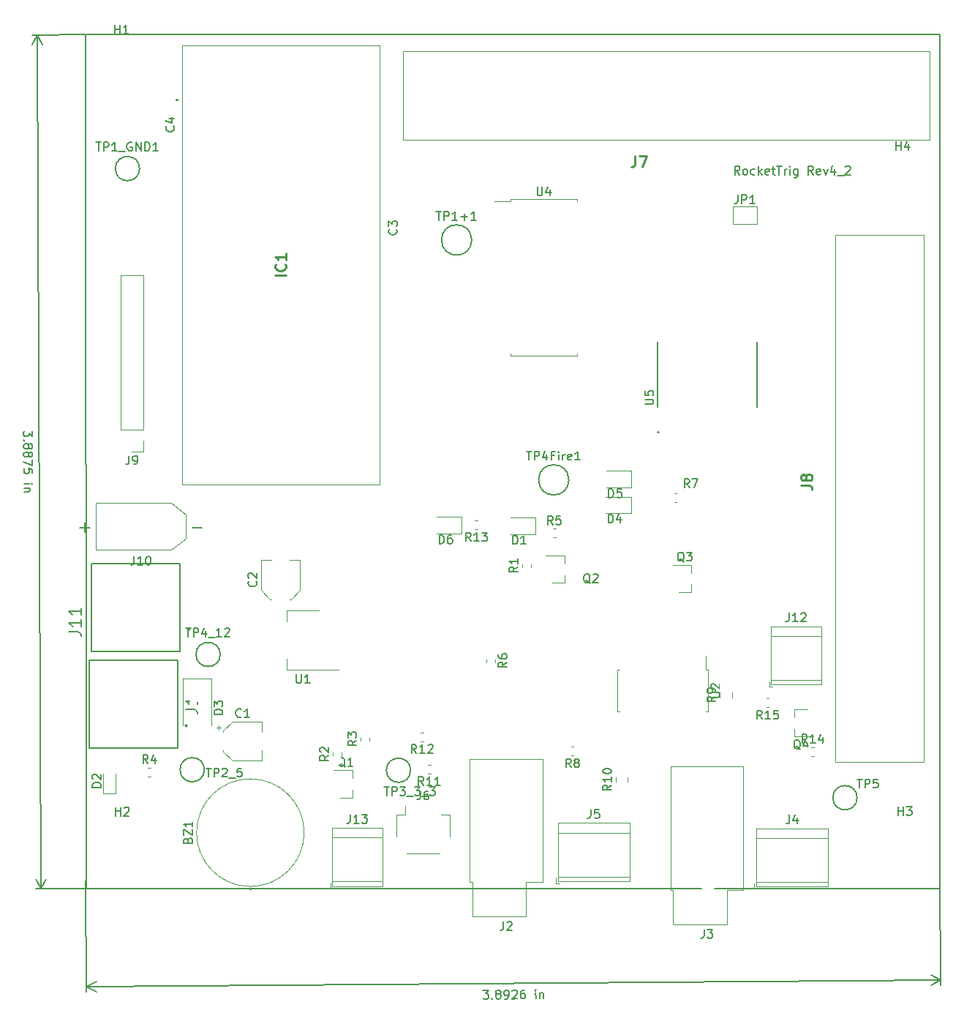
<source format=gto>
%TF.GenerationSoftware,KiCad,Pcbnew,(5.1.4)-1*%
%TF.CreationDate,2023-07-02T11:44:51-04:00*%
%TF.ProjectId,CameraTriggerSensorNodeOnly,43616d65-7261-4547-9269-676765725365,rev?*%
%TF.SameCoordinates,Original*%
%TF.FileFunction,Legend,Top*%
%TF.FilePolarity,Positive*%
%FSLAX46Y46*%
G04 Gerber Fmt 4.6, Leading zero omitted, Abs format (unit mm)*
G04 Created by KiCad (PCBNEW (5.1.4)-1) date 2023-07-02 11:44:51*
%MOMM*%
%LPD*%
G04 APERTURE LIST*
%ADD10C,0.150000*%
%ADD11C,0.120000*%
%ADD12C,0.127000*%
%ADD13C,0.200000*%
%ADD14C,0.100000*%
%ADD15C,0.254000*%
%ADD16C,2.100000*%
%ADD17R,2.100000X2.100000*%
%ADD18R,0.900000X0.800000*%
%ADD19C,0.875000*%
%ADD20C,0.300000*%
%ADD21R,2.400000X2.400000*%
%ADD22C,2.400000*%
%ADD23C,1.150000*%
%ADD24C,1.300000*%
%ADD25C,2.000000*%
%ADD26R,2.000000X2.000000*%
%ADD27C,0.550000*%
%ADD28C,1.600000*%
%ADD29C,2.800000*%
%ADD30C,4.000000*%
%ADD31R,3.800000X3.800000*%
%ADD32C,0.600000*%
%ADD33O,1.700000X1.700000*%
%ADD34R,1.700000X1.700000*%
%ADD35C,1.200000*%
%ADD36C,7.400000*%
%ADD37R,1.800000X2.500000*%
%ADD38C,0.590000*%
%ADD39C,1.665000*%
%ADD40C,3.810000*%
%ADD41R,2.000000X3.800000*%
%ADD42R,2.000000X1.500000*%
G04 APERTURE END LIST*
D10*
X-23176738Y-16263880D02*
X-23510071Y-15787690D01*
X-23748166Y-16263880D02*
X-23748166Y-15263880D01*
X-23367214Y-15263880D01*
X-23271976Y-15311500D01*
X-23224357Y-15359119D01*
X-23176738Y-15454357D01*
X-23176738Y-15597214D01*
X-23224357Y-15692452D01*
X-23271976Y-15740071D01*
X-23367214Y-15787690D01*
X-23748166Y-15787690D01*
X-22605309Y-16263880D02*
X-22700547Y-16216261D01*
X-22748166Y-16168642D01*
X-22795785Y-16073404D01*
X-22795785Y-15787690D01*
X-22748166Y-15692452D01*
X-22700547Y-15644833D01*
X-22605309Y-15597214D01*
X-22462452Y-15597214D01*
X-22367214Y-15644833D01*
X-22319595Y-15692452D01*
X-22271976Y-15787690D01*
X-22271976Y-16073404D01*
X-22319595Y-16168642D01*
X-22367214Y-16216261D01*
X-22462452Y-16263880D01*
X-22605309Y-16263880D01*
X-21414833Y-16216261D02*
X-21510071Y-16263880D01*
X-21700547Y-16263880D01*
X-21795785Y-16216261D01*
X-21843404Y-16168642D01*
X-21891023Y-16073404D01*
X-21891023Y-15787690D01*
X-21843404Y-15692452D01*
X-21795785Y-15644833D01*
X-21700547Y-15597214D01*
X-21510071Y-15597214D01*
X-21414833Y-15644833D01*
X-20986261Y-16263880D02*
X-20986261Y-15263880D01*
X-20891023Y-15882928D02*
X-20605309Y-16263880D01*
X-20605309Y-15597214D02*
X-20986261Y-15978166D01*
X-19795785Y-16216261D02*
X-19891023Y-16263880D01*
X-20081500Y-16263880D01*
X-20176738Y-16216261D01*
X-20224357Y-16121023D01*
X-20224357Y-15740071D01*
X-20176738Y-15644833D01*
X-20081500Y-15597214D01*
X-19891023Y-15597214D01*
X-19795785Y-15644833D01*
X-19748166Y-15740071D01*
X-19748166Y-15835309D01*
X-20224357Y-15930547D01*
X-19462452Y-15597214D02*
X-19081500Y-15597214D01*
X-19319595Y-15263880D02*
X-19319595Y-16121023D01*
X-19271976Y-16216261D01*
X-19176738Y-16263880D01*
X-19081500Y-16263880D01*
X-18891023Y-15263880D02*
X-18319595Y-15263880D01*
X-18605309Y-16263880D02*
X-18605309Y-15263880D01*
X-17986261Y-16263880D02*
X-17986261Y-15597214D01*
X-17986261Y-15787690D02*
X-17938642Y-15692452D01*
X-17891023Y-15644833D01*
X-17795785Y-15597214D01*
X-17700547Y-15597214D01*
X-17367214Y-16263880D02*
X-17367214Y-15597214D01*
X-17367214Y-15263880D02*
X-17414833Y-15311500D01*
X-17367214Y-15359119D01*
X-17319595Y-15311500D01*
X-17367214Y-15263880D01*
X-17367214Y-15359119D01*
X-16462452Y-15597214D02*
X-16462452Y-16406738D01*
X-16510071Y-16501976D01*
X-16557690Y-16549595D01*
X-16652928Y-16597214D01*
X-16795785Y-16597214D01*
X-16891023Y-16549595D01*
X-16462452Y-16216261D02*
X-16557690Y-16263880D01*
X-16748166Y-16263880D01*
X-16843404Y-16216261D01*
X-16891023Y-16168642D01*
X-16938642Y-16073404D01*
X-16938642Y-15787690D01*
X-16891023Y-15692452D01*
X-16843404Y-15644833D01*
X-16748166Y-15597214D01*
X-16557690Y-15597214D01*
X-16462452Y-15644833D01*
X-14652928Y-16263880D02*
X-14986261Y-15787690D01*
X-15224357Y-16263880D02*
X-15224357Y-15263880D01*
X-14843404Y-15263880D01*
X-14748166Y-15311500D01*
X-14700547Y-15359119D01*
X-14652928Y-15454357D01*
X-14652928Y-15597214D01*
X-14700547Y-15692452D01*
X-14748166Y-15740071D01*
X-14843404Y-15787690D01*
X-15224357Y-15787690D01*
X-13843404Y-16216261D02*
X-13938642Y-16263880D01*
X-14129119Y-16263880D01*
X-14224357Y-16216261D01*
X-14271976Y-16121023D01*
X-14271976Y-15740071D01*
X-14224357Y-15644833D01*
X-14129119Y-15597214D01*
X-13938642Y-15597214D01*
X-13843404Y-15644833D01*
X-13795785Y-15740071D01*
X-13795785Y-15835309D01*
X-14271976Y-15930547D01*
X-13462452Y-15597214D02*
X-13224357Y-16263880D01*
X-12986261Y-15597214D01*
X-12176738Y-15597214D02*
X-12176738Y-16263880D01*
X-12414833Y-15216261D02*
X-12652928Y-15930547D01*
X-12033880Y-15930547D01*
X-11891023Y-16359119D02*
X-11129119Y-16359119D01*
X-10938642Y-15359119D02*
X-10891023Y-15311500D01*
X-10795785Y-15263880D01*
X-10557690Y-15263880D01*
X-10462452Y-15311500D01*
X-10414833Y-15359119D01*
X-10367214Y-15454357D01*
X-10367214Y-15549595D01*
X-10414833Y-15692452D01*
X-10986261Y-16263880D01*
X-10367214Y-16263880D01*
X-105066121Y-45915989D02*
X-105063334Y-46535031D01*
X-105445783Y-46203416D01*
X-105445140Y-46346271D01*
X-105492330Y-46441723D01*
X-105539734Y-46489556D01*
X-105634757Y-46537603D01*
X-105872850Y-46538675D01*
X-105968301Y-46491485D01*
X-106016134Y-46444081D01*
X-106064181Y-46349058D01*
X-106065468Y-46063347D01*
X-106018278Y-45967895D01*
X-105970874Y-45920062D01*
X-105966158Y-46967671D02*
X-106013562Y-47015503D01*
X-106061395Y-46968099D01*
X-106013991Y-46920266D01*
X-105966158Y-46967671D01*
X-106061395Y-46968099D01*
X-105487185Y-47584568D02*
X-105439995Y-47489117D01*
X-105392591Y-47441284D01*
X-105297568Y-47393237D01*
X-105249950Y-47393022D01*
X-105154498Y-47440212D01*
X-105106666Y-47487616D01*
X-105058618Y-47582639D01*
X-105057761Y-47773113D01*
X-105104951Y-47868565D01*
X-105152355Y-47916398D01*
X-105247378Y-47964445D01*
X-105294996Y-47964659D01*
X-105390448Y-47917470D01*
X-105438281Y-47870065D01*
X-105486328Y-47775043D01*
X-105487185Y-47584568D01*
X-105535233Y-47489546D01*
X-105583066Y-47442141D01*
X-105678517Y-47394951D01*
X-105868991Y-47395809D01*
X-105964014Y-47443856D01*
X-106011418Y-47491689D01*
X-106058608Y-47587141D01*
X-106057751Y-47777615D01*
X-106009703Y-47872638D01*
X-105961870Y-47920042D01*
X-105866419Y-47967232D01*
X-105675945Y-47966374D01*
X-105580922Y-47918327D01*
X-105533518Y-47870494D01*
X-105486328Y-47775043D01*
X-105482898Y-48536940D02*
X-105435708Y-48441488D01*
X-105388304Y-48393655D01*
X-105293281Y-48345608D01*
X-105245663Y-48345394D01*
X-105150211Y-48392583D01*
X-105102378Y-48439988D01*
X-105054331Y-48535010D01*
X-105053474Y-48725485D01*
X-105100663Y-48820936D01*
X-105148068Y-48868769D01*
X-105243090Y-48916816D01*
X-105290709Y-48917031D01*
X-105386160Y-48869841D01*
X-105433993Y-48822437D01*
X-105482041Y-48727414D01*
X-105482898Y-48536940D01*
X-105530945Y-48441917D01*
X-105578778Y-48394513D01*
X-105674230Y-48347323D01*
X-105864704Y-48348180D01*
X-105959727Y-48396227D01*
X-106007131Y-48444060D01*
X-106054321Y-48539512D01*
X-106053463Y-48729986D01*
X-106005416Y-48825009D01*
X-105957583Y-48872413D01*
X-105862132Y-48919603D01*
X-105671657Y-48918746D01*
X-105576635Y-48870698D01*
X-105529231Y-48822865D01*
X-105482041Y-48727414D01*
X-105051116Y-49249289D02*
X-105048115Y-49915949D01*
X-106050034Y-49491883D01*
X-105044256Y-50773083D02*
X-105046400Y-50296897D01*
X-105522800Y-50251422D01*
X-105474967Y-50298826D01*
X-105426919Y-50393849D01*
X-105425848Y-50631942D01*
X-105473038Y-50727394D01*
X-105520442Y-50775227D01*
X-105615465Y-50823274D01*
X-105853557Y-50824346D01*
X-105949009Y-50777156D01*
X-105996842Y-50729752D01*
X-106044889Y-50634729D01*
X-106045961Y-50396636D01*
X-105998771Y-50301184D01*
X-105951367Y-50253352D01*
X-106038673Y-52015667D02*
X-105372013Y-52012666D01*
X-105038683Y-52011166D02*
X-105086516Y-51963761D01*
X-105133920Y-52011594D01*
X-105086087Y-52058999D01*
X-105038683Y-52011166D01*
X-105133920Y-52011594D01*
X-105369869Y-52488852D02*
X-106036529Y-52491853D01*
X-105465106Y-52489280D02*
X-105417273Y-52536685D01*
X-105369226Y-52631707D01*
X-105368583Y-52774563D01*
X-105415773Y-52870015D01*
X-105510796Y-52918062D01*
X-106034600Y-52920420D01*
X-104520028Y-88936D02*
X-104075528Y-98831436D01*
X-98869500Y-63500D02*
X-105106443Y-91576D01*
X-98425000Y-98806000D02*
X-104661943Y-98834076D01*
X-104075528Y-98831436D02*
X-104667014Y-97707583D01*
X-104075528Y-98831436D02*
X-103494184Y-97702304D01*
X-104520028Y-88936D02*
X-105101372Y-1218068D01*
X-104520028Y-88936D02*
X-103928542Y-1212789D01*
X-52881711Y-110609988D02*
X-52262681Y-110605217D01*
X-52593069Y-110988727D01*
X-52450216Y-110987626D01*
X-52354614Y-111034510D01*
X-52306629Y-111081760D01*
X-52258277Y-111176629D01*
X-52256442Y-111414717D01*
X-52303326Y-111510319D01*
X-52350577Y-111558304D01*
X-52445445Y-111606655D01*
X-52731151Y-111608857D01*
X-52826753Y-111561974D01*
X-52874738Y-111514723D01*
X-51827150Y-111506649D02*
X-51779165Y-111553900D01*
X-51826416Y-111601884D01*
X-51874400Y-111554634D01*
X-51827150Y-111506649D01*
X-51826416Y-111601884D01*
X-51211791Y-111025702D02*
X-51307393Y-110978818D01*
X-51355377Y-110931567D01*
X-51403729Y-110836699D01*
X-51404096Y-110789082D01*
X-51357212Y-110693479D01*
X-51309962Y-110645495D01*
X-51215093Y-110597143D01*
X-51024623Y-110595675D01*
X-50929021Y-110642559D01*
X-50881036Y-110689809D01*
X-50832684Y-110784678D01*
X-50832317Y-110832295D01*
X-50879201Y-110927897D01*
X-50926452Y-110975882D01*
X-51021320Y-111024234D01*
X-51211791Y-111025702D01*
X-51306659Y-111074053D01*
X-51353909Y-111122038D01*
X-51400793Y-111217640D01*
X-51399325Y-111408111D01*
X-51350973Y-111502979D01*
X-51302989Y-111550230D01*
X-51207387Y-111597113D01*
X-51016916Y-111595645D01*
X-50922048Y-111547294D01*
X-50874797Y-111499309D01*
X-50827913Y-111403707D01*
X-50829381Y-111213236D01*
X-50877733Y-111118368D01*
X-50925718Y-111071117D01*
X-51021320Y-111024234D01*
X-50350269Y-111590507D02*
X-50159799Y-111589039D01*
X-50064930Y-111540688D01*
X-50017680Y-111492703D01*
X-49923545Y-111349116D01*
X-49877396Y-111158279D01*
X-49880332Y-110777338D01*
X-49928683Y-110682469D01*
X-49976668Y-110635219D01*
X-50072270Y-110588335D01*
X-50262741Y-110589803D01*
X-50357609Y-110638155D01*
X-50404860Y-110686139D01*
X-50451743Y-110781742D01*
X-50449908Y-111019830D01*
X-50401557Y-111114698D01*
X-50353572Y-111161949D01*
X-50257970Y-111208832D01*
X-50067499Y-111207364D01*
X-49972631Y-111159013D01*
X-49925380Y-111111028D01*
X-49878497Y-111015426D01*
X-49500125Y-110679166D02*
X-49452874Y-110631182D01*
X-49358006Y-110582830D01*
X-49119918Y-110580995D01*
X-49024315Y-110627879D01*
X-48976331Y-110675130D01*
X-48927979Y-110769998D01*
X-48927245Y-110865233D01*
X-48973762Y-111008453D01*
X-49540769Y-111584268D01*
X-48921740Y-111579498D01*
X-48072330Y-110572921D02*
X-48262800Y-110574389D01*
X-48357668Y-110622741D01*
X-48404919Y-110670726D01*
X-48499053Y-110814312D01*
X-48545203Y-111005150D01*
X-48542267Y-111386091D01*
X-48493915Y-111480959D01*
X-48445931Y-111528210D01*
X-48350329Y-111575094D01*
X-48159858Y-111573626D01*
X-48064990Y-111525274D01*
X-48017739Y-111477289D01*
X-47970855Y-111381687D01*
X-47972690Y-111143599D01*
X-48021042Y-111048731D01*
X-48069027Y-111001480D01*
X-48164629Y-110954596D01*
X-48355099Y-110956064D01*
X-48449968Y-111004416D01*
X-48497218Y-111052401D01*
X-48544102Y-111148003D01*
X-46778947Y-111562983D02*
X-46784085Y-110896336D01*
X-46786654Y-110563012D02*
X-46833904Y-110610997D01*
X-46785920Y-110658248D01*
X-46738669Y-110610263D01*
X-46786654Y-110563012D01*
X-46785920Y-110658248D01*
X-46307908Y-110892666D02*
X-46302770Y-111559313D01*
X-46307174Y-110987901D02*
X-46259924Y-110939917D01*
X-46165055Y-110891565D01*
X-46022202Y-110890464D01*
X-45926600Y-110937348D01*
X-45878249Y-111032216D01*
X-45874212Y-111556010D01*
X-98774746Y-110211289D02*
X94754Y-109449289D01*
X-98869500Y-97917000D02*
X-98770227Y-110797692D01*
X0Y-97155000D02*
X99273Y-110035692D01*
X94754Y-109449289D02*
X-1027197Y-110044374D01*
X94754Y-109449289D02*
X-1036236Y-108871568D01*
X-98774746Y-110211289D02*
X-97643756Y-110789010D01*
X-98774746Y-110211289D02*
X-97652795Y-109616204D01*
X-98806000Y-98806000D02*
X0Y-98869500D01*
X-98869500Y0D02*
X-98806000Y-98806000D01*
X0Y0D02*
X-98806000Y0D01*
X0Y0D02*
X0Y-98806000D01*
D11*
X-70567000Y-98796500D02*
X-70167000Y-98796500D01*
X-70567000Y-98156500D02*
X-70567000Y-98796500D01*
X-64547000Y-91816500D02*
X-64547000Y-98556500D01*
X-70327000Y-91816500D02*
X-70327000Y-98556500D01*
X-70327000Y-98556500D02*
X-64547000Y-98556500D01*
X-70327000Y-91816500D02*
X-64547000Y-91816500D01*
X-70327000Y-92936500D02*
X-64547000Y-92936500D01*
X-70327000Y-98036500D02*
X-64547000Y-98036500D01*
X-16825500Y-78112500D02*
X-15365500Y-78112500D01*
X-16825500Y-81272500D02*
X-14665500Y-81272500D01*
X-16825500Y-81272500D02*
X-16825500Y-80342500D01*
X-16825500Y-78112500D02*
X-16825500Y-79042500D01*
X-19776221Y-76833000D02*
X-20101779Y-76833000D01*
X-19776221Y-77853000D02*
X-20101779Y-77853000D01*
X-14894779Y-83504500D02*
X-14569221Y-83504500D01*
X-14894779Y-82484500D02*
X-14569221Y-82484500D01*
X-19767000Y-75492000D02*
X-19367000Y-75492000D01*
X-19767000Y-74852000D02*
X-19767000Y-75492000D01*
X-13747000Y-68512000D02*
X-13747000Y-75252000D01*
X-19527000Y-68512000D02*
X-19527000Y-75252000D01*
X-19527000Y-75252000D02*
X-13747000Y-75252000D01*
X-19527000Y-68512000D02*
X-13747000Y-68512000D01*
X-19527000Y-69632000D02*
X-13747000Y-69632000D01*
X-19527000Y-74732000D02*
X-13747000Y-74732000D01*
X-23969000Y-19955000D02*
X-21169000Y-19955000D01*
X-21169000Y-19955000D02*
X-21169000Y-21955000D01*
X-21169000Y-21955000D02*
X-23969000Y-21955000D01*
X-23969000Y-21955000D02*
X-23969000Y-19955000D01*
D12*
X-88254500Y-82550000D02*
X-98504500Y-82550000D01*
X-98504500Y-72390000D02*
X-88254500Y-72390000D01*
X-98504500Y-82550000D02*
X-98504500Y-72390000D01*
X-88254500Y-72390000D02*
X-88254500Y-82550000D01*
D13*
X-87154500Y-80010000D02*
G75*
G03X-87154500Y-80010000I-100000J0D01*
G01*
D12*
X-87937000Y-71437500D02*
X-98187000Y-71437500D01*
X-98187000Y-61277500D02*
X-87937000Y-61277500D01*
X-98187000Y-71437500D02*
X-98187000Y-61277500D01*
X-87937000Y-61277500D02*
X-87937000Y-71437500D01*
D13*
X-86837000Y-68897500D02*
G75*
G03X-86837000Y-68897500I-100000J0D01*
G01*
D11*
X-55353500Y-55872500D02*
X-58213500Y-55872500D01*
X-55353500Y-57792500D02*
X-55353500Y-55872500D01*
X-58213500Y-57792500D02*
X-55353500Y-57792500D01*
X-35732000Y-50538500D02*
X-38592000Y-50538500D01*
X-35732000Y-52458500D02*
X-35732000Y-50538500D01*
X-38592000Y-52458500D02*
X-35732000Y-52458500D01*
X-35770500Y-53573000D02*
X-38655500Y-53573000D01*
X-35770500Y-55393000D02*
X-35770500Y-53573000D01*
X-38655500Y-55393000D02*
X-35770500Y-55393000D01*
X-46844500Y-55936000D02*
X-49704500Y-55936000D01*
X-46844500Y-57856000D02*
X-46844500Y-55936000D01*
X-49704500Y-57856000D02*
X-46844500Y-57856000D01*
X-78319501Y-98769000D02*
G75*
G02X-81319500Y-98769000I-1499999J6400000D01*
G01*
X-73589500Y-92369000D02*
G75*
G03X-73589500Y-92369000I-6230000J0D01*
G01*
X-27087500Y-73561000D02*
X-27087500Y-71896000D01*
X-26807500Y-73561000D02*
X-27087500Y-73561000D01*
X-26807500Y-75946000D02*
X-26807500Y-73561000D01*
X-26807500Y-78331000D02*
X-27087500Y-78331000D01*
X-26807500Y-75946000D02*
X-26807500Y-78331000D01*
X-37327500Y-73561000D02*
X-37047500Y-73561000D01*
X-37327500Y-75946000D02*
X-37327500Y-73561000D01*
X-37327500Y-78331000D02*
X-37047500Y-78331000D01*
X-37327500Y-75946000D02*
X-37327500Y-78331000D01*
D10*
X-83309000Y-71755000D02*
G75*
G03X-83309000Y-71755000I-1400000J0D01*
G01*
X-85150500Y-85090000D02*
G75*
G03X-85150500Y-85090000I-1400000J0D01*
G01*
D11*
X-83458500Y-79978000D02*
X-83458500Y-80478000D01*
X-83708500Y-80228000D02*
X-83208500Y-80228000D01*
X-82968500Y-82983563D02*
X-81904063Y-84048000D01*
X-82968500Y-80592437D02*
X-81904063Y-79528000D01*
X-82968500Y-80592437D02*
X-82968500Y-80728000D01*
X-82968500Y-82983563D02*
X-82968500Y-82848000D01*
X-81904063Y-84048000D02*
X-78448500Y-84048000D01*
X-81904063Y-79528000D02*
X-78448500Y-79528000D01*
X-78448500Y-79528000D02*
X-78448500Y-80728000D01*
X-78448500Y-84048000D02*
X-78448500Y-82848000D01*
D10*
X-9585500Y-88328500D02*
G75*
G03X-9585500Y-88328500I-1400000J0D01*
G01*
X-54193500Y-23812500D02*
G75*
G03X-54193500Y-23812500I-1750000J0D01*
G01*
X-92643500Y-15557500D02*
G75*
G03X-92643500Y-15557500I-1400000J0D01*
G01*
D11*
X-87269500Y-58369500D02*
X-87269500Y-55549500D01*
X-87269500Y-55549500D02*
X-88969500Y-54249500D01*
X-87269500Y-58369500D02*
X-88969500Y-59669500D01*
X-88969500Y-54249500D02*
X-97689500Y-54249500D01*
X-97689500Y-59669500D02*
X-97689500Y-54249500D01*
X-88969500Y-59669500D02*
X-97689500Y-59669500D01*
X-21481500Y-98860000D02*
X-21081500Y-98860000D01*
X-21481500Y-98220000D02*
X-21481500Y-98860000D01*
X-12921500Y-91880000D02*
X-12921500Y-98620000D01*
X-21241500Y-91880000D02*
X-21241500Y-98620000D01*
X-21241500Y-98620000D02*
X-12921500Y-98620000D01*
X-21241500Y-91880000D02*
X-12921500Y-91880000D01*
X-21241500Y-93000000D02*
X-12921500Y-93000000D01*
X-21241500Y-98100000D02*
X-12921500Y-98100000D01*
X-47881500Y-98094000D02*
X-47881500Y-102094000D01*
X-45981500Y-98094000D02*
X-47881500Y-98094000D01*
X-45981500Y-83854000D02*
X-45981500Y-98094000D01*
X-54421500Y-83854000D02*
X-45981500Y-83854000D01*
X-54421500Y-98094000D02*
X-54421500Y-83854000D01*
X-54121500Y-98094000D02*
X-54421500Y-98094000D01*
X-54121500Y-102094000D02*
X-54121500Y-98094000D01*
X-47881500Y-102094000D02*
X-54121500Y-102094000D01*
D14*
X-1889000Y-23241000D02*
X-1889000Y-84201000D01*
X-1889000Y-84201000D02*
X-12139000Y-84201000D01*
X-12139000Y-84201000D02*
X-12139000Y-23241000D01*
X-12139000Y-23241000D02*
X-1889000Y-23241000D01*
X-62166500Y-2016000D02*
X-1206500Y-2016000D01*
X-1206500Y-2016000D02*
X-1206500Y-12266000D01*
X-1206500Y-12266000D02*
X-62166500Y-12266000D01*
X-62166500Y-12266000D02*
X-62166500Y-2016000D01*
D11*
X-49707000Y-19315500D02*
X-51522000Y-19315500D01*
X-49707000Y-19070500D02*
X-49707000Y-19315500D01*
X-45847000Y-19070500D02*
X-49707000Y-19070500D01*
X-41987000Y-19070500D02*
X-41987000Y-19315500D01*
X-45847000Y-19070500D02*
X-41987000Y-19070500D01*
X-49707000Y-37190500D02*
X-49707000Y-36945500D01*
X-45847000Y-37190500D02*
X-49707000Y-37190500D01*
X-41987000Y-37190500D02*
X-41987000Y-36945500D01*
X-45847000Y-37190500D02*
X-41987000Y-37190500D01*
D10*
X-42954000Y-51562000D02*
G75*
G03X-42954000Y-51562000I-1750000J0D01*
G01*
X-61274500Y-85153500D02*
G75*
G03X-61274500Y-85153500I-1400000J0D01*
G01*
D11*
X-53494721Y-56259000D02*
X-53820279Y-56259000D01*
X-53494721Y-57279000D02*
X-53820279Y-57279000D01*
X-59781221Y-80770000D02*
X-60106779Y-80770000D01*
X-59781221Y-81790000D02*
X-60106779Y-81790000D01*
X-58955721Y-84516500D02*
X-59281279Y-84516500D01*
X-58955721Y-85536500D02*
X-59281279Y-85536500D01*
X-36120000Y-86494252D02*
X-36120000Y-85971748D01*
X-37540000Y-86494252D02*
X-37540000Y-85971748D01*
X-24055000Y-76715252D02*
X-24055000Y-76192748D01*
X-25475000Y-76715252D02*
X-25475000Y-76192748D01*
X-42382221Y-82421000D02*
X-42707779Y-82421000D01*
X-42382221Y-83441000D02*
X-42707779Y-83441000D01*
X-30444221Y-53084000D02*
X-30769779Y-53084000D01*
X-30444221Y-54104000D02*
X-30769779Y-54104000D01*
X-52516500Y-72316221D02*
X-52516500Y-72641779D01*
X-51496500Y-72316221D02*
X-51496500Y-72641779D01*
X-44803279Y-58231500D02*
X-44477721Y-58231500D01*
X-44803279Y-57211500D02*
X-44477721Y-57211500D01*
X-91666279Y-85854000D02*
X-91340721Y-85854000D01*
X-91666279Y-84834000D02*
X-91340721Y-84834000D01*
X-66038000Y-81696779D02*
X-66038000Y-81371221D01*
X-67058000Y-81696779D02*
X-67058000Y-81371221D01*
X-69276500Y-83411279D02*
X-69276500Y-83085721D01*
X-70296500Y-83411279D02*
X-70296500Y-83085721D01*
X-47369000Y-61630779D02*
X-47369000Y-61305221D01*
X-48389000Y-61630779D02*
X-48389000Y-61305221D01*
X-28767500Y-64572000D02*
X-30227500Y-64572000D01*
X-28767500Y-61412000D02*
X-30927500Y-61412000D01*
X-28767500Y-61412000D02*
X-28767500Y-62342000D01*
X-28767500Y-64572000D02*
X-28767500Y-63642000D01*
X-43436000Y-63492500D02*
X-44896000Y-63492500D01*
X-43436000Y-60332500D02*
X-45596000Y-60332500D01*
X-43436000Y-60332500D02*
X-43436000Y-61262500D01*
X-43436000Y-63492500D02*
X-43436000Y-62562500D01*
X-68010500Y-88321000D02*
X-69470500Y-88321000D01*
X-68010500Y-85161000D02*
X-70170500Y-85161000D01*
X-68010500Y-85161000D02*
X-68010500Y-86091000D01*
X-68010500Y-88321000D02*
X-68010500Y-87391000D01*
X-92205500Y-48320000D02*
X-93535500Y-48320000D01*
X-92205500Y-46990000D02*
X-92205500Y-48320000D01*
X-92205500Y-45720000D02*
X-94865500Y-45720000D01*
X-94865500Y-45720000D02*
X-94865500Y-27880000D01*
X-92205500Y-45720000D02*
X-92205500Y-27880000D01*
X-92205500Y-27880000D02*
X-94865500Y-27880000D01*
X-61757000Y-94760000D02*
X-57877000Y-94760000D01*
X-56707000Y-90290000D02*
X-57757000Y-90290000D01*
X-56707000Y-92790000D02*
X-56707000Y-90290000D01*
X-61877000Y-90290000D02*
X-61877000Y-89300000D01*
X-62927000Y-90290000D02*
X-61877000Y-90290000D01*
X-62927000Y-92790000D02*
X-62927000Y-90290000D01*
X-44468500Y-98225000D02*
X-44068500Y-98225000D01*
X-44468500Y-97585000D02*
X-44468500Y-98225000D01*
X-35908500Y-91245000D02*
X-35908500Y-97985000D01*
X-44228500Y-91245000D02*
X-44228500Y-97985000D01*
X-44228500Y-97985000D02*
X-35908500Y-97985000D01*
X-44228500Y-91245000D02*
X-35908500Y-91245000D01*
X-44228500Y-92365000D02*
X-35908500Y-92365000D01*
X-44228500Y-97465000D02*
X-35908500Y-97465000D01*
X-24640500Y-98983000D02*
X-24640500Y-102983000D01*
X-22740500Y-98983000D02*
X-24640500Y-98983000D01*
X-22740500Y-84743000D02*
X-22740500Y-98983000D01*
X-31180500Y-84743000D02*
X-22740500Y-84743000D01*
X-31180500Y-98983000D02*
X-31180500Y-84743000D01*
X-30880500Y-98983000D02*
X-31180500Y-98983000D01*
X-30880500Y-102983000D02*
X-30880500Y-98983000D01*
X-24640500Y-102983000D02*
X-30880500Y-102983000D01*
X-84329000Y-74546000D02*
X-84329000Y-79946000D01*
X-87629000Y-74546000D02*
X-87629000Y-79946000D01*
X-84329000Y-74546000D02*
X-87629000Y-74546000D01*
X-95390000Y-87866500D02*
X-95390000Y-85581500D01*
X-96860000Y-87866500D02*
X-95390000Y-87866500D01*
X-96860000Y-85581500D02*
X-96860000Y-87866500D01*
X-75131437Y-65379000D02*
X-74067000Y-64314563D01*
X-77522563Y-65379000D02*
X-78587000Y-64314563D01*
X-77522563Y-65379000D02*
X-77387000Y-65379000D01*
X-75131437Y-65379000D02*
X-75267000Y-65379000D01*
X-74067000Y-64314563D02*
X-74067000Y-60859000D01*
X-78587000Y-64314563D02*
X-78587000Y-60859000D01*
X-78587000Y-60859000D02*
X-77387000Y-60859000D01*
X-74067000Y-60859000D02*
X-75267000Y-60859000D01*
D14*
X-64833500Y-1270000D02*
X-64833500Y-52070000D01*
X-64833500Y-52070000D02*
X-87693500Y-52070000D01*
X-87693500Y-52070000D02*
X-87693500Y-1270000D01*
X-87693500Y-1270000D02*
X-64833500Y-1270000D01*
D13*
X-88223500Y-7620000D02*
X-88223500Y-7620000D01*
X-88423500Y-7620000D02*
X-88423500Y-7620000D01*
X-88423500Y-7620000D02*
G75*
G02X-88223500Y-7620000I100000J0D01*
G01*
X-88223500Y-7620000D02*
G75*
G02X-88423500Y-7620000I-100000J0D01*
G01*
D11*
X-75633500Y-66694000D02*
X-75633500Y-67954000D01*
X-75633500Y-73514000D02*
X-75633500Y-72254000D01*
X-71873500Y-66694000D02*
X-75633500Y-66694000D01*
X-69623500Y-73514000D02*
X-75633500Y-73514000D01*
D12*
X-21149000Y-43120000D02*
X-21149000Y-35620000D01*
X-32699000Y-43120000D02*
X-32699000Y-35620000D01*
D13*
X-32504000Y-46070000D02*
G75*
G03X-32504000Y-46070000I-100000J0D01*
G01*
D10*
X-68246523Y-90268880D02*
X-68246523Y-90983166D01*
X-68294142Y-91126023D01*
X-68389380Y-91221261D01*
X-68532238Y-91268880D01*
X-68627476Y-91268880D01*
X-67246523Y-91268880D02*
X-67817952Y-91268880D01*
X-67532238Y-91268880D02*
X-67532238Y-90268880D01*
X-67627476Y-90411738D01*
X-67722714Y-90506976D01*
X-67817952Y-90554595D01*
X-66913190Y-90268880D02*
X-66294142Y-90268880D01*
X-66627476Y-90649833D01*
X-66484619Y-90649833D01*
X-66389380Y-90697452D01*
X-66341761Y-90745071D01*
X-66294142Y-90840309D01*
X-66294142Y-91078404D01*
X-66341761Y-91173642D01*
X-66389380Y-91221261D01*
X-66484619Y-91268880D01*
X-66770333Y-91268880D01*
X-66865571Y-91221261D01*
X-66913190Y-91173642D01*
X-16160738Y-82740119D02*
X-16255976Y-82692500D01*
X-16351214Y-82597261D01*
X-16494071Y-82454404D01*
X-16589309Y-82406785D01*
X-16684547Y-82406785D01*
X-16636928Y-82644880D02*
X-16732166Y-82597261D01*
X-16827404Y-82502023D01*
X-16875023Y-82311547D01*
X-16875023Y-81978214D01*
X-16827404Y-81787738D01*
X-16732166Y-81692500D01*
X-16636928Y-81644880D01*
X-16446452Y-81644880D01*
X-16351214Y-81692500D01*
X-16255976Y-81787738D01*
X-16208357Y-81978214D01*
X-16208357Y-82311547D01*
X-16255976Y-82502023D01*
X-16351214Y-82597261D01*
X-16446452Y-82644880D01*
X-16636928Y-82644880D01*
X-15351214Y-81978214D02*
X-15351214Y-82644880D01*
X-15589309Y-81597261D02*
X-15827404Y-82311547D01*
X-15208357Y-82311547D01*
X-20581857Y-79225380D02*
X-20915190Y-78749190D01*
X-21153285Y-79225380D02*
X-21153285Y-78225380D01*
X-20772333Y-78225380D01*
X-20677095Y-78273000D01*
X-20629476Y-78320619D01*
X-20581857Y-78415857D01*
X-20581857Y-78558714D01*
X-20629476Y-78653952D01*
X-20677095Y-78701571D01*
X-20772333Y-78749190D01*
X-21153285Y-78749190D01*
X-19629476Y-79225380D02*
X-20200904Y-79225380D01*
X-19915190Y-79225380D02*
X-19915190Y-78225380D01*
X-20010428Y-78368238D01*
X-20105666Y-78463476D01*
X-20200904Y-78511095D01*
X-18724714Y-78225380D02*
X-19200904Y-78225380D01*
X-19248523Y-78701571D01*
X-19200904Y-78653952D01*
X-19105666Y-78606333D01*
X-18867571Y-78606333D01*
X-18772333Y-78653952D01*
X-18724714Y-78701571D01*
X-18677095Y-78796809D01*
X-18677095Y-79034904D01*
X-18724714Y-79130142D01*
X-18772333Y-79177761D01*
X-18867571Y-79225380D01*
X-19105666Y-79225380D01*
X-19200904Y-79177761D01*
X-19248523Y-79130142D01*
X-15374857Y-82016880D02*
X-15708190Y-81540690D01*
X-15946285Y-82016880D02*
X-15946285Y-81016880D01*
X-15565333Y-81016880D01*
X-15470095Y-81064500D01*
X-15422476Y-81112119D01*
X-15374857Y-81207357D01*
X-15374857Y-81350214D01*
X-15422476Y-81445452D01*
X-15470095Y-81493071D01*
X-15565333Y-81540690D01*
X-15946285Y-81540690D01*
X-14422476Y-82016880D02*
X-14993904Y-82016880D01*
X-14708190Y-82016880D02*
X-14708190Y-81016880D01*
X-14803428Y-81159738D01*
X-14898666Y-81254976D01*
X-14993904Y-81302595D01*
X-13565333Y-81350214D02*
X-13565333Y-82016880D01*
X-13803428Y-80969261D02*
X-14041523Y-81683547D01*
X-13422476Y-81683547D01*
X-17446523Y-66964380D02*
X-17446523Y-67678666D01*
X-17494142Y-67821523D01*
X-17589380Y-67916761D01*
X-17732238Y-67964380D01*
X-17827476Y-67964380D01*
X-16446523Y-67964380D02*
X-17017952Y-67964380D01*
X-16732238Y-67964380D02*
X-16732238Y-66964380D01*
X-16827476Y-67107238D01*
X-16922714Y-67202476D01*
X-17017952Y-67250095D01*
X-16065571Y-67059619D02*
X-16017952Y-67012000D01*
X-15922714Y-66964380D01*
X-15684619Y-66964380D01*
X-15589380Y-67012000D01*
X-15541761Y-67059619D01*
X-15494142Y-67154857D01*
X-15494142Y-67250095D01*
X-15541761Y-67392952D01*
X-16113190Y-67964380D01*
X-15494142Y-67964380D01*
X-23402333Y-18607380D02*
X-23402333Y-19321666D01*
X-23449952Y-19464523D01*
X-23545190Y-19559761D01*
X-23688047Y-19607380D01*
X-23783285Y-19607380D01*
X-22926142Y-19607380D02*
X-22926142Y-18607380D01*
X-22545190Y-18607380D01*
X-22449952Y-18655000D01*
X-22402333Y-18702619D01*
X-22354714Y-18797857D01*
X-22354714Y-18940714D01*
X-22402333Y-19035952D01*
X-22449952Y-19083571D01*
X-22545190Y-19131190D01*
X-22926142Y-19131190D01*
X-21402333Y-19607380D02*
X-21973761Y-19607380D01*
X-21688047Y-19607380D02*
X-21688047Y-18607380D01*
X-21783285Y-18750238D01*
X-21878523Y-18845476D01*
X-21973761Y-18893095D01*
X-87317166Y-78127166D02*
X-86317166Y-78127166D01*
X-86117166Y-78193833D01*
X-85983833Y-78327166D01*
X-85917166Y-78527166D01*
X-85917166Y-78660500D01*
X-85917166Y-76727166D02*
X-85917166Y-77527166D01*
X-85917166Y-77127166D02*
X-87317166Y-77127166D01*
X-87117166Y-77260500D01*
X-86983833Y-77393833D01*
X-86917166Y-77527166D01*
X-100842666Y-69125833D02*
X-99842666Y-69125833D01*
X-99642666Y-69192500D01*
X-99509333Y-69325833D01*
X-99442666Y-69525833D01*
X-99442666Y-69659166D01*
X-99442666Y-67725833D02*
X-99442666Y-68525833D01*
X-99442666Y-68125833D02*
X-100842666Y-68125833D01*
X-100642666Y-68259166D01*
X-100509333Y-68392500D01*
X-100442666Y-68525833D01*
X-99442666Y-66392500D02*
X-99442666Y-67192500D01*
X-99442666Y-66792500D02*
X-100842666Y-66792500D01*
X-100642666Y-66925833D01*
X-100509333Y-67059166D01*
X-100442666Y-67192500D01*
X-57951595Y-58934880D02*
X-57951595Y-57934880D01*
X-57713500Y-57934880D01*
X-57570642Y-57982500D01*
X-57475404Y-58077738D01*
X-57427785Y-58172976D01*
X-57380166Y-58363452D01*
X-57380166Y-58506309D01*
X-57427785Y-58696785D01*
X-57475404Y-58792023D01*
X-57570642Y-58887261D01*
X-57713500Y-58934880D01*
X-57951595Y-58934880D01*
X-56523023Y-57934880D02*
X-56713500Y-57934880D01*
X-56808738Y-57982500D01*
X-56856357Y-58030119D01*
X-56951595Y-58172976D01*
X-56999214Y-58363452D01*
X-56999214Y-58744404D01*
X-56951595Y-58839642D01*
X-56903976Y-58887261D01*
X-56808738Y-58934880D01*
X-56618261Y-58934880D01*
X-56523023Y-58887261D01*
X-56475404Y-58839642D01*
X-56427785Y-58744404D01*
X-56427785Y-58506309D01*
X-56475404Y-58411071D01*
X-56523023Y-58363452D01*
X-56618261Y-58315833D01*
X-56808738Y-58315833D01*
X-56903976Y-58363452D01*
X-56951595Y-58411071D01*
X-56999214Y-58506309D01*
X-38330095Y-53600880D02*
X-38330095Y-52600880D01*
X-38092000Y-52600880D01*
X-37949142Y-52648500D01*
X-37853904Y-52743738D01*
X-37806285Y-52838976D01*
X-37758666Y-53029452D01*
X-37758666Y-53172309D01*
X-37806285Y-53362785D01*
X-37853904Y-53458023D01*
X-37949142Y-53553261D01*
X-38092000Y-53600880D01*
X-38330095Y-53600880D01*
X-36853904Y-52600880D02*
X-37330095Y-52600880D01*
X-37377714Y-53077071D01*
X-37330095Y-53029452D01*
X-37234857Y-52981833D01*
X-36996761Y-52981833D01*
X-36901523Y-53029452D01*
X-36853904Y-53077071D01*
X-36806285Y-53172309D01*
X-36806285Y-53410404D01*
X-36853904Y-53505642D01*
X-36901523Y-53553261D01*
X-36996761Y-53600880D01*
X-37234857Y-53600880D01*
X-37330095Y-53553261D01*
X-37377714Y-53505642D01*
X-38393595Y-56535380D02*
X-38393595Y-55535380D01*
X-38155500Y-55535380D01*
X-38012642Y-55583000D01*
X-37917404Y-55678238D01*
X-37869785Y-55773476D01*
X-37822166Y-55963952D01*
X-37822166Y-56106809D01*
X-37869785Y-56297285D01*
X-37917404Y-56392523D01*
X-38012642Y-56487761D01*
X-38155500Y-56535380D01*
X-38393595Y-56535380D01*
X-36965023Y-55868714D02*
X-36965023Y-56535380D01*
X-37203119Y-55487761D02*
X-37441214Y-56202047D01*
X-36822166Y-56202047D01*
X-49442595Y-58998380D02*
X-49442595Y-57998380D01*
X-49204500Y-57998380D01*
X-49061642Y-58046000D01*
X-48966404Y-58141238D01*
X-48918785Y-58236476D01*
X-48871166Y-58426952D01*
X-48871166Y-58569809D01*
X-48918785Y-58760285D01*
X-48966404Y-58855523D01*
X-49061642Y-58950761D01*
X-49204500Y-58998380D01*
X-49442595Y-58998380D01*
X-47918785Y-58998380D02*
X-48490214Y-58998380D01*
X-48204500Y-58998380D02*
X-48204500Y-57998380D01*
X-48299738Y-58141238D01*
X-48394976Y-58236476D01*
X-48490214Y-58284095D01*
X-87060928Y-93249952D02*
X-87013309Y-93107095D01*
X-86965690Y-93059476D01*
X-86870452Y-93011857D01*
X-86727595Y-93011857D01*
X-86632357Y-93059476D01*
X-86584738Y-93107095D01*
X-86537119Y-93202333D01*
X-86537119Y-93583285D01*
X-87537119Y-93583285D01*
X-87537119Y-93249952D01*
X-87489500Y-93154714D01*
X-87441880Y-93107095D01*
X-87346642Y-93059476D01*
X-87251404Y-93059476D01*
X-87156166Y-93107095D01*
X-87108547Y-93154714D01*
X-87060928Y-93249952D01*
X-87060928Y-93583285D01*
X-87537119Y-92678523D02*
X-87537119Y-92011857D01*
X-86537119Y-92678523D01*
X-86537119Y-92011857D01*
X-86537119Y-91107095D02*
X-86537119Y-91678523D01*
X-86537119Y-91392809D02*
X-87537119Y-91392809D01*
X-87394261Y-91488047D01*
X-87299023Y-91583285D01*
X-87251404Y-91678523D01*
X-26515119Y-76707904D02*
X-25705595Y-76707904D01*
X-25610357Y-76660285D01*
X-25562738Y-76612666D01*
X-25515119Y-76517428D01*
X-25515119Y-76326952D01*
X-25562738Y-76231714D01*
X-25610357Y-76184095D01*
X-25705595Y-76136476D01*
X-26515119Y-76136476D01*
X-26419880Y-75707904D02*
X-26467500Y-75660285D01*
X-26515119Y-75565047D01*
X-26515119Y-75326952D01*
X-26467500Y-75231714D01*
X-26419880Y-75184095D01*
X-26324642Y-75136476D01*
X-26229404Y-75136476D01*
X-26086547Y-75184095D01*
X-25515119Y-75755523D01*
X-25515119Y-75136476D01*
X-87304238Y-68707380D02*
X-86732809Y-68707380D01*
X-87018523Y-69707380D02*
X-87018523Y-68707380D01*
X-86399476Y-69707380D02*
X-86399476Y-68707380D01*
X-86018523Y-68707380D01*
X-85923285Y-68755000D01*
X-85875666Y-68802619D01*
X-85828047Y-68897857D01*
X-85828047Y-69040714D01*
X-85875666Y-69135952D01*
X-85923285Y-69183571D01*
X-86018523Y-69231190D01*
X-86399476Y-69231190D01*
X-84970904Y-69040714D02*
X-84970904Y-69707380D01*
X-85209000Y-68659761D02*
X-85447095Y-69374047D01*
X-84828047Y-69374047D01*
X-84685190Y-69802619D02*
X-83923285Y-69802619D01*
X-83161380Y-69707380D02*
X-83732809Y-69707380D01*
X-83447095Y-69707380D02*
X-83447095Y-68707380D01*
X-83542333Y-68850238D01*
X-83637571Y-68945476D01*
X-83732809Y-68993095D01*
X-82780428Y-68802619D02*
X-82732809Y-68755000D01*
X-82637571Y-68707380D01*
X-82399476Y-68707380D01*
X-82304238Y-68755000D01*
X-82256619Y-68802619D01*
X-82209000Y-68897857D01*
X-82209000Y-68993095D01*
X-82256619Y-69135952D01*
X-82828047Y-69707380D01*
X-82209000Y-69707380D01*
X-84923047Y-84923380D02*
X-84351619Y-84923380D01*
X-84637333Y-85923380D02*
X-84637333Y-84923380D01*
X-84018285Y-85923380D02*
X-84018285Y-84923380D01*
X-83637333Y-84923380D01*
X-83542095Y-84971000D01*
X-83494476Y-85018619D01*
X-83446857Y-85113857D01*
X-83446857Y-85256714D01*
X-83494476Y-85351952D01*
X-83542095Y-85399571D01*
X-83637333Y-85447190D01*
X-84018285Y-85447190D01*
X-83065904Y-85018619D02*
X-83018285Y-84971000D01*
X-82923047Y-84923380D01*
X-82684952Y-84923380D01*
X-82589714Y-84971000D01*
X-82542095Y-85018619D01*
X-82494476Y-85113857D01*
X-82494476Y-85209095D01*
X-82542095Y-85351952D01*
X-83113523Y-85923380D01*
X-82494476Y-85923380D01*
X-82304000Y-86018619D02*
X-81542095Y-86018619D01*
X-80827809Y-84923380D02*
X-81304000Y-84923380D01*
X-81351619Y-85399571D01*
X-81304000Y-85351952D01*
X-81208761Y-85304333D01*
X-80970666Y-85304333D01*
X-80875428Y-85351952D01*
X-80827809Y-85399571D01*
X-80780190Y-85494809D01*
X-80780190Y-85732904D01*
X-80827809Y-85828142D01*
X-80875428Y-85875761D01*
X-80970666Y-85923380D01*
X-81208761Y-85923380D01*
X-81304000Y-85875761D01*
X-81351619Y-85828142D01*
X-80875166Y-78945142D02*
X-80922785Y-78992761D01*
X-81065642Y-79040380D01*
X-81160880Y-79040380D01*
X-81303738Y-78992761D01*
X-81398976Y-78897523D01*
X-81446595Y-78802285D01*
X-81494214Y-78611809D01*
X-81494214Y-78468952D01*
X-81446595Y-78278476D01*
X-81398976Y-78183238D01*
X-81303738Y-78088000D01*
X-81160880Y-78040380D01*
X-81065642Y-78040380D01*
X-80922785Y-78088000D01*
X-80875166Y-78135619D01*
X-79922785Y-79040380D02*
X-80494214Y-79040380D01*
X-80208500Y-79040380D02*
X-80208500Y-78040380D01*
X-80303738Y-78183238D01*
X-80398976Y-78278476D01*
X-80494214Y-78326095D01*
X-9580404Y-86193380D02*
X-9008976Y-86193380D01*
X-9294690Y-87193380D02*
X-9294690Y-86193380D01*
X-8675642Y-87193380D02*
X-8675642Y-86193380D01*
X-8294690Y-86193380D01*
X-8199452Y-86241000D01*
X-8151833Y-86288619D01*
X-8104214Y-86383857D01*
X-8104214Y-86526714D01*
X-8151833Y-86621952D01*
X-8199452Y-86669571D01*
X-8294690Y-86717190D01*
X-8675642Y-86717190D01*
X-7199452Y-86193380D02*
X-7675642Y-86193380D01*
X-7723261Y-86669571D01*
X-7675642Y-86621952D01*
X-7580404Y-86574333D01*
X-7342309Y-86574333D01*
X-7247071Y-86621952D01*
X-7199452Y-86669571D01*
X-7151833Y-86764809D01*
X-7151833Y-87002904D01*
X-7199452Y-87098142D01*
X-7247071Y-87145761D01*
X-7342309Y-87193380D01*
X-7580404Y-87193380D01*
X-7675642Y-87145761D01*
X-7723261Y-87098142D01*
X-58300642Y-20514880D02*
X-57729214Y-20514880D01*
X-58014928Y-21514880D02*
X-58014928Y-20514880D01*
X-57395880Y-21514880D02*
X-57395880Y-20514880D01*
X-57014928Y-20514880D01*
X-56919690Y-20562500D01*
X-56872071Y-20610119D01*
X-56824452Y-20705357D01*
X-56824452Y-20848214D01*
X-56872071Y-20943452D01*
X-56919690Y-20991071D01*
X-57014928Y-21038690D01*
X-57395880Y-21038690D01*
X-55872071Y-21514880D02*
X-56443500Y-21514880D01*
X-56157785Y-21514880D02*
X-56157785Y-20514880D01*
X-56253023Y-20657738D01*
X-56348261Y-20752976D01*
X-56443500Y-20800595D01*
X-55443500Y-21133928D02*
X-54681595Y-21133928D01*
X-55062547Y-21514880D02*
X-55062547Y-20752976D01*
X-53681595Y-21514880D02*
X-54253023Y-21514880D01*
X-53967309Y-21514880D02*
X-53967309Y-20514880D01*
X-54062547Y-20657738D01*
X-54157785Y-20752976D01*
X-54253023Y-20800595D01*
X-97686357Y-12509880D02*
X-97114928Y-12509880D01*
X-97400642Y-13509880D02*
X-97400642Y-12509880D01*
X-96781595Y-13509880D02*
X-96781595Y-12509880D01*
X-96400642Y-12509880D01*
X-96305404Y-12557500D01*
X-96257785Y-12605119D01*
X-96210166Y-12700357D01*
X-96210166Y-12843214D01*
X-96257785Y-12938452D01*
X-96305404Y-12986071D01*
X-96400642Y-13033690D01*
X-96781595Y-13033690D01*
X-95257785Y-13509880D02*
X-95829214Y-13509880D01*
X-95543500Y-13509880D02*
X-95543500Y-12509880D01*
X-95638738Y-12652738D01*
X-95733976Y-12747976D01*
X-95829214Y-12795595D01*
X-95067309Y-13605119D02*
X-94305404Y-13605119D01*
X-93543500Y-12557500D02*
X-93638738Y-12509880D01*
X-93781595Y-12509880D01*
X-93924452Y-12557500D01*
X-94019690Y-12652738D01*
X-94067309Y-12747976D01*
X-94114928Y-12938452D01*
X-94114928Y-13081309D01*
X-94067309Y-13271785D01*
X-94019690Y-13367023D01*
X-93924452Y-13462261D01*
X-93781595Y-13509880D01*
X-93686357Y-13509880D01*
X-93543500Y-13462261D01*
X-93495880Y-13414642D01*
X-93495880Y-13081309D01*
X-93686357Y-13081309D01*
X-93067309Y-13509880D02*
X-93067309Y-12509880D01*
X-92495880Y-13509880D01*
X-92495880Y-12509880D01*
X-92019690Y-13509880D02*
X-92019690Y-12509880D01*
X-91781595Y-12509880D01*
X-91638738Y-12557500D01*
X-91543500Y-12652738D01*
X-91495880Y-12747976D01*
X-91448261Y-12938452D01*
X-91448261Y-13081309D01*
X-91495880Y-13271785D01*
X-91543500Y-13367023D01*
X-91638738Y-13462261D01*
X-91781595Y-13509880D01*
X-92019690Y-13509880D01*
X-90495880Y-13509880D02*
X-91067309Y-13509880D01*
X-90781595Y-13509880D02*
X-90781595Y-12509880D01*
X-90876833Y-12652738D01*
X-90972071Y-12747976D01*
X-91067309Y-12795595D01*
X-93289023Y-60411880D02*
X-93289023Y-61126166D01*
X-93336642Y-61269023D01*
X-93431880Y-61364261D01*
X-93574738Y-61411880D01*
X-93669976Y-61411880D01*
X-92289023Y-61411880D02*
X-92860452Y-61411880D01*
X-92574738Y-61411880D02*
X-92574738Y-60411880D01*
X-92669976Y-60554738D01*
X-92765214Y-60649976D01*
X-92860452Y-60697595D01*
X-91669976Y-60411880D02*
X-91574738Y-60411880D01*
X-91479500Y-60459500D01*
X-91431880Y-60507119D01*
X-91384261Y-60602357D01*
X-91336642Y-60792833D01*
X-91336642Y-61030928D01*
X-91384261Y-61221404D01*
X-91431880Y-61316642D01*
X-91479500Y-61364261D01*
X-91574738Y-61411880D01*
X-91669976Y-61411880D01*
X-91765214Y-61364261D01*
X-91812833Y-61316642D01*
X-91860452Y-61221404D01*
X-91908071Y-61030928D01*
X-91908071Y-60792833D01*
X-91860452Y-60602357D01*
X-91812833Y-60507119D01*
X-91765214Y-60459500D01*
X-91669976Y-60411880D01*
X-86550928Y-57066642D02*
X-85408071Y-57066642D01*
X-99550928Y-57066642D02*
X-98408071Y-57066642D01*
X-98979500Y-57638071D02*
X-98979500Y-56495214D01*
X-17414833Y-90332380D02*
X-17414833Y-91046666D01*
X-17462452Y-91189523D01*
X-17557690Y-91284761D01*
X-17700547Y-91332380D01*
X-17795785Y-91332380D01*
X-16510071Y-90665714D02*
X-16510071Y-91332380D01*
X-16748166Y-90284761D02*
X-16986261Y-90999047D01*
X-16367214Y-90999047D01*
X-50534833Y-102676380D02*
X-50534833Y-103390666D01*
X-50582452Y-103533523D01*
X-50677690Y-103628761D01*
X-50820547Y-103676380D01*
X-50915785Y-103676380D01*
X-50106261Y-102771619D02*
X-50058642Y-102724000D01*
X-49963404Y-102676380D01*
X-49725309Y-102676380D01*
X-49630071Y-102724000D01*
X-49582452Y-102771619D01*
X-49534833Y-102866857D01*
X-49534833Y-102962095D01*
X-49582452Y-103104952D01*
X-50153880Y-103676380D01*
X-49534833Y-103676380D01*
D15*
X-16062476Y-52175833D02*
X-15155333Y-52175833D01*
X-14973904Y-52236309D01*
X-14852952Y-52357261D01*
X-14792476Y-52538690D01*
X-14792476Y-52659642D01*
X-15518190Y-51389642D02*
X-15578666Y-51510595D01*
X-15639142Y-51571071D01*
X-15760095Y-51631547D01*
X-15820571Y-51631547D01*
X-15941523Y-51571071D01*
X-16002000Y-51510595D01*
X-16062476Y-51389642D01*
X-16062476Y-51147738D01*
X-16002000Y-51026785D01*
X-15941523Y-50966309D01*
X-15820571Y-50905833D01*
X-15760095Y-50905833D01*
X-15639142Y-50966309D01*
X-15578666Y-51026785D01*
X-15518190Y-51147738D01*
X-15518190Y-51389642D01*
X-15457714Y-51510595D01*
X-15397238Y-51571071D01*
X-15276285Y-51631547D01*
X-15034380Y-51631547D01*
X-14913428Y-51571071D01*
X-14852952Y-51510595D01*
X-14792476Y-51389642D01*
X-14792476Y-51147738D01*
X-14852952Y-51026785D01*
X-14913428Y-50966309D01*
X-15034380Y-50905833D01*
X-15276285Y-50905833D01*
X-15397238Y-50966309D01*
X-15457714Y-51026785D01*
X-15518190Y-51147738D01*
X-35284833Y-14100023D02*
X-35284833Y-15007166D01*
X-35345309Y-15188595D01*
X-35466261Y-15309547D01*
X-35647690Y-15370023D01*
X-35768642Y-15370023D01*
X-34801023Y-14100023D02*
X-33954357Y-14100023D01*
X-34498642Y-15370023D01*
D10*
X-46608904Y-17682880D02*
X-46608904Y-18492404D01*
X-46561285Y-18587642D01*
X-46513666Y-18635261D01*
X-46418428Y-18682880D01*
X-46227952Y-18682880D01*
X-46132714Y-18635261D01*
X-46085095Y-18587642D01*
X-46037476Y-18492404D01*
X-46037476Y-17682880D01*
X-45132714Y-18016214D02*
X-45132714Y-18682880D01*
X-45370809Y-17635261D02*
X-45608904Y-18349547D01*
X-44989857Y-18349547D01*
X-47846857Y-48264380D02*
X-47275428Y-48264380D01*
X-47561142Y-49264380D02*
X-47561142Y-48264380D01*
X-46942095Y-49264380D02*
X-46942095Y-48264380D01*
X-46561142Y-48264380D01*
X-46465904Y-48312000D01*
X-46418285Y-48359619D01*
X-46370666Y-48454857D01*
X-46370666Y-48597714D01*
X-46418285Y-48692952D01*
X-46465904Y-48740571D01*
X-46561142Y-48788190D01*
X-46942095Y-48788190D01*
X-45513523Y-48597714D02*
X-45513523Y-49264380D01*
X-45751619Y-48216761D02*
X-45989714Y-48931047D01*
X-45370666Y-48931047D01*
X-44656380Y-48740571D02*
X-44989714Y-48740571D01*
X-44989714Y-49264380D02*
X-44989714Y-48264380D01*
X-44513523Y-48264380D01*
X-44132571Y-49264380D02*
X-44132571Y-48597714D01*
X-44132571Y-48264380D02*
X-44180190Y-48312000D01*
X-44132571Y-48359619D01*
X-44084952Y-48312000D01*
X-44132571Y-48264380D01*
X-44132571Y-48359619D01*
X-43656380Y-49264380D02*
X-43656380Y-48597714D01*
X-43656380Y-48788190D02*
X-43608761Y-48692952D01*
X-43561142Y-48645333D01*
X-43465904Y-48597714D01*
X-43370666Y-48597714D01*
X-42656380Y-49216761D02*
X-42751619Y-49264380D01*
X-42942095Y-49264380D01*
X-43037333Y-49216761D01*
X-43084952Y-49121523D01*
X-43084952Y-48740571D01*
X-43037333Y-48645333D01*
X-42942095Y-48597714D01*
X-42751619Y-48597714D01*
X-42656380Y-48645333D01*
X-42608761Y-48740571D01*
X-42608761Y-48835809D01*
X-43084952Y-48931047D01*
X-41656380Y-49264380D02*
X-42227809Y-49264380D01*
X-41942095Y-49264380D02*
X-41942095Y-48264380D01*
X-42037333Y-48407238D01*
X-42132571Y-48502476D01*
X-42227809Y-48550095D01*
X-64317190Y-87082380D02*
X-63745761Y-87082380D01*
X-64031476Y-88082380D02*
X-64031476Y-87082380D01*
X-63412428Y-88082380D02*
X-63412428Y-87082380D01*
X-63031476Y-87082380D01*
X-62936238Y-87130000D01*
X-62888619Y-87177619D01*
X-62841000Y-87272857D01*
X-62841000Y-87415714D01*
X-62888619Y-87510952D01*
X-62936238Y-87558571D01*
X-63031476Y-87606190D01*
X-63412428Y-87606190D01*
X-62507666Y-87082380D02*
X-61888619Y-87082380D01*
X-62221952Y-87463333D01*
X-62079095Y-87463333D01*
X-61983857Y-87510952D01*
X-61936238Y-87558571D01*
X-61888619Y-87653809D01*
X-61888619Y-87891904D01*
X-61936238Y-87987142D01*
X-61983857Y-88034761D01*
X-62079095Y-88082380D01*
X-62364809Y-88082380D01*
X-62460047Y-88034761D01*
X-62507666Y-87987142D01*
X-61698142Y-88177619D02*
X-60936238Y-88177619D01*
X-60793380Y-87082380D02*
X-60174333Y-87082380D01*
X-60507666Y-87463333D01*
X-60364809Y-87463333D01*
X-60269571Y-87510952D01*
X-60221952Y-87558571D01*
X-60174333Y-87653809D01*
X-60174333Y-87891904D01*
X-60221952Y-87987142D01*
X-60269571Y-88034761D01*
X-60364809Y-88082380D01*
X-60650523Y-88082380D01*
X-60745761Y-88034761D01*
X-60793380Y-87987142D01*
X-59983857Y-88177619D02*
X-59221952Y-88177619D01*
X-59079095Y-87082380D02*
X-58460047Y-87082380D01*
X-58793380Y-87463333D01*
X-58650523Y-87463333D01*
X-58555285Y-87510952D01*
X-58507666Y-87558571D01*
X-58460047Y-87653809D01*
X-58460047Y-87891904D01*
X-58507666Y-87987142D01*
X-58555285Y-88034761D01*
X-58650523Y-88082380D01*
X-58936238Y-88082380D01*
X-59031476Y-88034761D01*
X-59079095Y-87987142D01*
X-54300357Y-58651380D02*
X-54633690Y-58175190D01*
X-54871785Y-58651380D02*
X-54871785Y-57651380D01*
X-54490833Y-57651380D01*
X-54395595Y-57699000D01*
X-54347976Y-57746619D01*
X-54300357Y-57841857D01*
X-54300357Y-57984714D01*
X-54347976Y-58079952D01*
X-54395595Y-58127571D01*
X-54490833Y-58175190D01*
X-54871785Y-58175190D01*
X-53347976Y-58651380D02*
X-53919404Y-58651380D01*
X-53633690Y-58651380D02*
X-53633690Y-57651380D01*
X-53728928Y-57794238D01*
X-53824166Y-57889476D01*
X-53919404Y-57937095D01*
X-53014642Y-57651380D02*
X-52395595Y-57651380D01*
X-52728928Y-58032333D01*
X-52586071Y-58032333D01*
X-52490833Y-58079952D01*
X-52443214Y-58127571D01*
X-52395595Y-58222809D01*
X-52395595Y-58460904D01*
X-52443214Y-58556142D01*
X-52490833Y-58603761D01*
X-52586071Y-58651380D01*
X-52871785Y-58651380D01*
X-52967023Y-58603761D01*
X-53014642Y-58556142D01*
X-60586857Y-83162380D02*
X-60920190Y-82686190D01*
X-61158285Y-83162380D02*
X-61158285Y-82162380D01*
X-60777333Y-82162380D01*
X-60682095Y-82210000D01*
X-60634476Y-82257619D01*
X-60586857Y-82352857D01*
X-60586857Y-82495714D01*
X-60634476Y-82590952D01*
X-60682095Y-82638571D01*
X-60777333Y-82686190D01*
X-61158285Y-82686190D01*
X-59634476Y-83162380D02*
X-60205904Y-83162380D01*
X-59920190Y-83162380D02*
X-59920190Y-82162380D01*
X-60015428Y-82305238D01*
X-60110666Y-82400476D01*
X-60205904Y-82448095D01*
X-59253523Y-82257619D02*
X-59205904Y-82210000D01*
X-59110666Y-82162380D01*
X-58872571Y-82162380D01*
X-58777333Y-82210000D01*
X-58729714Y-82257619D01*
X-58682095Y-82352857D01*
X-58682095Y-82448095D01*
X-58729714Y-82590952D01*
X-59301142Y-83162380D01*
X-58682095Y-83162380D01*
X-59761357Y-86908880D02*
X-60094690Y-86432690D01*
X-60332785Y-86908880D02*
X-60332785Y-85908880D01*
X-59951833Y-85908880D01*
X-59856595Y-85956500D01*
X-59808976Y-86004119D01*
X-59761357Y-86099357D01*
X-59761357Y-86242214D01*
X-59808976Y-86337452D01*
X-59856595Y-86385071D01*
X-59951833Y-86432690D01*
X-60332785Y-86432690D01*
X-58808976Y-86908880D02*
X-59380404Y-86908880D01*
X-59094690Y-86908880D02*
X-59094690Y-85908880D01*
X-59189928Y-86051738D01*
X-59285166Y-86146976D01*
X-59380404Y-86194595D01*
X-57856595Y-86908880D02*
X-58428023Y-86908880D01*
X-58142309Y-86908880D02*
X-58142309Y-85908880D01*
X-58237547Y-86051738D01*
X-58332785Y-86146976D01*
X-58428023Y-86194595D01*
X-38027619Y-86875857D02*
X-38503809Y-87209190D01*
X-38027619Y-87447285D02*
X-39027619Y-87447285D01*
X-39027619Y-87066333D01*
X-38980000Y-86971095D01*
X-38932380Y-86923476D01*
X-38837142Y-86875857D01*
X-38694285Y-86875857D01*
X-38599047Y-86923476D01*
X-38551428Y-86971095D01*
X-38503809Y-87066333D01*
X-38503809Y-87447285D01*
X-38027619Y-85923476D02*
X-38027619Y-86494904D01*
X-38027619Y-86209190D02*
X-39027619Y-86209190D01*
X-38884761Y-86304428D01*
X-38789523Y-86399666D01*
X-38741904Y-86494904D01*
X-39027619Y-85304428D02*
X-39027619Y-85209190D01*
X-38980000Y-85113952D01*
X-38932380Y-85066333D01*
X-38837142Y-85018714D01*
X-38646666Y-84971095D01*
X-38408571Y-84971095D01*
X-38218095Y-85018714D01*
X-38122857Y-85066333D01*
X-38075238Y-85113952D01*
X-38027619Y-85209190D01*
X-38027619Y-85304428D01*
X-38075238Y-85399666D01*
X-38122857Y-85447285D01*
X-38218095Y-85494904D01*
X-38408571Y-85542523D01*
X-38646666Y-85542523D01*
X-38837142Y-85494904D01*
X-38932380Y-85447285D01*
X-38980000Y-85399666D01*
X-39027619Y-85304428D01*
X-25962619Y-76620666D02*
X-26438809Y-76954000D01*
X-25962619Y-77192095D02*
X-26962619Y-77192095D01*
X-26962619Y-76811142D01*
X-26915000Y-76715904D01*
X-26867380Y-76668285D01*
X-26772142Y-76620666D01*
X-26629285Y-76620666D01*
X-26534047Y-76668285D01*
X-26486428Y-76715904D01*
X-26438809Y-76811142D01*
X-26438809Y-77192095D01*
X-25962619Y-76144476D02*
X-25962619Y-75954000D01*
X-26010238Y-75858761D01*
X-26057857Y-75811142D01*
X-26200714Y-75715904D01*
X-26391190Y-75668285D01*
X-26772142Y-75668285D01*
X-26867380Y-75715904D01*
X-26915000Y-75763523D01*
X-26962619Y-75858761D01*
X-26962619Y-76049238D01*
X-26915000Y-76144476D01*
X-26867380Y-76192095D01*
X-26772142Y-76239714D01*
X-26534047Y-76239714D01*
X-26438809Y-76192095D01*
X-26391190Y-76144476D01*
X-26343571Y-76049238D01*
X-26343571Y-75858761D01*
X-26391190Y-75763523D01*
X-26438809Y-75715904D01*
X-26534047Y-75668285D01*
X-42711666Y-84813380D02*
X-43045000Y-84337190D01*
X-43283095Y-84813380D02*
X-43283095Y-83813380D01*
X-42902142Y-83813380D01*
X-42806904Y-83861000D01*
X-42759285Y-83908619D01*
X-42711666Y-84003857D01*
X-42711666Y-84146714D01*
X-42759285Y-84241952D01*
X-42806904Y-84289571D01*
X-42902142Y-84337190D01*
X-43283095Y-84337190D01*
X-42140238Y-84241952D02*
X-42235476Y-84194333D01*
X-42283095Y-84146714D01*
X-42330714Y-84051476D01*
X-42330714Y-84003857D01*
X-42283095Y-83908619D01*
X-42235476Y-83861000D01*
X-42140238Y-83813380D01*
X-41949761Y-83813380D01*
X-41854523Y-83861000D01*
X-41806904Y-83908619D01*
X-41759285Y-84003857D01*
X-41759285Y-84051476D01*
X-41806904Y-84146714D01*
X-41854523Y-84194333D01*
X-41949761Y-84241952D01*
X-42140238Y-84241952D01*
X-42235476Y-84289571D01*
X-42283095Y-84337190D01*
X-42330714Y-84432428D01*
X-42330714Y-84622904D01*
X-42283095Y-84718142D01*
X-42235476Y-84765761D01*
X-42140238Y-84813380D01*
X-41949761Y-84813380D01*
X-41854523Y-84765761D01*
X-41806904Y-84718142D01*
X-41759285Y-84622904D01*
X-41759285Y-84432428D01*
X-41806904Y-84337190D01*
X-41854523Y-84289571D01*
X-41949761Y-84241952D01*
X-28995666Y-52458880D02*
X-29329000Y-51982690D01*
X-29567095Y-52458880D02*
X-29567095Y-51458880D01*
X-29186142Y-51458880D01*
X-29090904Y-51506500D01*
X-29043285Y-51554119D01*
X-28995666Y-51649357D01*
X-28995666Y-51792214D01*
X-29043285Y-51887452D01*
X-29090904Y-51935071D01*
X-29186142Y-51982690D01*
X-29567095Y-51982690D01*
X-28662333Y-51458880D02*
X-27995666Y-51458880D01*
X-28424238Y-52458880D01*
X-50124119Y-72645666D02*
X-50600309Y-72979000D01*
X-50124119Y-73217095D02*
X-51124119Y-73217095D01*
X-51124119Y-72836142D01*
X-51076500Y-72740904D01*
X-51028880Y-72693285D01*
X-50933642Y-72645666D01*
X-50790785Y-72645666D01*
X-50695547Y-72693285D01*
X-50647928Y-72740904D01*
X-50600309Y-72836142D01*
X-50600309Y-73217095D01*
X-51124119Y-71788523D02*
X-51124119Y-71979000D01*
X-51076500Y-72074238D01*
X-51028880Y-72121857D01*
X-50886023Y-72217095D01*
X-50695547Y-72264714D01*
X-50314595Y-72264714D01*
X-50219357Y-72217095D01*
X-50171738Y-72169476D01*
X-50124119Y-72074238D01*
X-50124119Y-71883761D01*
X-50171738Y-71788523D01*
X-50219357Y-71740904D01*
X-50314595Y-71693285D01*
X-50552690Y-71693285D01*
X-50647928Y-71740904D01*
X-50695547Y-71788523D01*
X-50743166Y-71883761D01*
X-50743166Y-72074238D01*
X-50695547Y-72169476D01*
X-50647928Y-72217095D01*
X-50552690Y-72264714D01*
X-44807166Y-56743880D02*
X-45140500Y-56267690D01*
X-45378595Y-56743880D02*
X-45378595Y-55743880D01*
X-44997642Y-55743880D01*
X-44902404Y-55791500D01*
X-44854785Y-55839119D01*
X-44807166Y-55934357D01*
X-44807166Y-56077214D01*
X-44854785Y-56172452D01*
X-44902404Y-56220071D01*
X-44997642Y-56267690D01*
X-45378595Y-56267690D01*
X-43902404Y-55743880D02*
X-44378595Y-55743880D01*
X-44426214Y-56220071D01*
X-44378595Y-56172452D01*
X-44283357Y-56124833D01*
X-44045261Y-56124833D01*
X-43950023Y-56172452D01*
X-43902404Y-56220071D01*
X-43854785Y-56315309D01*
X-43854785Y-56553404D01*
X-43902404Y-56648642D01*
X-43950023Y-56696261D01*
X-44045261Y-56743880D01*
X-44283357Y-56743880D01*
X-44378595Y-56696261D01*
X-44426214Y-56648642D01*
X-91670166Y-84366380D02*
X-92003500Y-83890190D01*
X-92241595Y-84366380D02*
X-92241595Y-83366380D01*
X-91860642Y-83366380D01*
X-91765404Y-83414000D01*
X-91717785Y-83461619D01*
X-91670166Y-83556857D01*
X-91670166Y-83699714D01*
X-91717785Y-83794952D01*
X-91765404Y-83842571D01*
X-91860642Y-83890190D01*
X-92241595Y-83890190D01*
X-90813023Y-83699714D02*
X-90813023Y-84366380D01*
X-91051119Y-83318761D02*
X-91289214Y-84033047D01*
X-90670166Y-84033047D01*
X-67525619Y-81700666D02*
X-68001809Y-82034000D01*
X-67525619Y-82272095D02*
X-68525619Y-82272095D01*
X-68525619Y-81891142D01*
X-68478000Y-81795904D01*
X-68430380Y-81748285D01*
X-68335142Y-81700666D01*
X-68192285Y-81700666D01*
X-68097047Y-81748285D01*
X-68049428Y-81795904D01*
X-68001809Y-81891142D01*
X-68001809Y-82272095D01*
X-68525619Y-81367333D02*
X-68525619Y-80748285D01*
X-68144666Y-81081619D01*
X-68144666Y-80938761D01*
X-68097047Y-80843523D01*
X-68049428Y-80795904D01*
X-67954190Y-80748285D01*
X-67716095Y-80748285D01*
X-67620857Y-80795904D01*
X-67573238Y-80843523D01*
X-67525619Y-80938761D01*
X-67525619Y-81224476D01*
X-67573238Y-81319714D01*
X-67620857Y-81367333D01*
X-70764119Y-83415166D02*
X-71240309Y-83748500D01*
X-70764119Y-83986595D02*
X-71764119Y-83986595D01*
X-71764119Y-83605642D01*
X-71716500Y-83510404D01*
X-71668880Y-83462785D01*
X-71573642Y-83415166D01*
X-71430785Y-83415166D01*
X-71335547Y-83462785D01*
X-71287928Y-83510404D01*
X-71240309Y-83605642D01*
X-71240309Y-83986595D01*
X-71668880Y-83034214D02*
X-71716500Y-82986595D01*
X-71764119Y-82891357D01*
X-71764119Y-82653261D01*
X-71716500Y-82558023D01*
X-71668880Y-82510404D01*
X-71573642Y-82462785D01*
X-71478404Y-82462785D01*
X-71335547Y-82510404D01*
X-70764119Y-83081833D01*
X-70764119Y-82462785D01*
X-48856619Y-61634666D02*
X-49332809Y-61968000D01*
X-48856619Y-62206095D02*
X-49856619Y-62206095D01*
X-49856619Y-61825142D01*
X-49809000Y-61729904D01*
X-49761380Y-61682285D01*
X-49666142Y-61634666D01*
X-49523285Y-61634666D01*
X-49428047Y-61682285D01*
X-49380428Y-61729904D01*
X-49332809Y-61825142D01*
X-49332809Y-62206095D01*
X-48856619Y-60682285D02*
X-48856619Y-61253714D01*
X-48856619Y-60968000D02*
X-49856619Y-60968000D01*
X-49713761Y-61063238D01*
X-49618523Y-61158476D01*
X-49570904Y-61253714D01*
X-29622738Y-61039619D02*
X-29717976Y-60992000D01*
X-29813214Y-60896761D01*
X-29956071Y-60753904D01*
X-30051309Y-60706285D01*
X-30146547Y-60706285D01*
X-30098928Y-60944380D02*
X-30194166Y-60896761D01*
X-30289404Y-60801523D01*
X-30337023Y-60611047D01*
X-30337023Y-60277714D01*
X-30289404Y-60087238D01*
X-30194166Y-59992000D01*
X-30098928Y-59944380D01*
X-29908452Y-59944380D01*
X-29813214Y-59992000D01*
X-29717976Y-60087238D01*
X-29670357Y-60277714D01*
X-29670357Y-60611047D01*
X-29717976Y-60801523D01*
X-29813214Y-60896761D01*
X-29908452Y-60944380D01*
X-30098928Y-60944380D01*
X-29337023Y-59944380D02*
X-28717976Y-59944380D01*
X-29051309Y-60325333D01*
X-28908452Y-60325333D01*
X-28813214Y-60372952D01*
X-28765595Y-60420571D01*
X-28717976Y-60515809D01*
X-28717976Y-60753904D01*
X-28765595Y-60849142D01*
X-28813214Y-60896761D01*
X-28908452Y-60944380D01*
X-29194166Y-60944380D01*
X-29289404Y-60896761D01*
X-29337023Y-60849142D01*
X-40481238Y-63539619D02*
X-40576476Y-63492000D01*
X-40671714Y-63396761D01*
X-40814571Y-63253904D01*
X-40909809Y-63206285D01*
X-41005047Y-63206285D01*
X-40957428Y-63444380D02*
X-41052666Y-63396761D01*
X-41147904Y-63301523D01*
X-41195523Y-63111047D01*
X-41195523Y-62777714D01*
X-41147904Y-62587238D01*
X-41052666Y-62492000D01*
X-40957428Y-62444380D01*
X-40766952Y-62444380D01*
X-40671714Y-62492000D01*
X-40576476Y-62587238D01*
X-40528857Y-62777714D01*
X-40528857Y-63111047D01*
X-40576476Y-63301523D01*
X-40671714Y-63396761D01*
X-40766952Y-63444380D01*
X-40957428Y-63444380D01*
X-40147904Y-62539619D02*
X-40100285Y-62492000D01*
X-40005047Y-62444380D01*
X-39766952Y-62444380D01*
X-39671714Y-62492000D01*
X-39624095Y-62539619D01*
X-39576476Y-62634857D01*
X-39576476Y-62730095D01*
X-39624095Y-62872952D01*
X-40195523Y-63444380D01*
X-39576476Y-63444380D01*
X-68865738Y-84788619D02*
X-68960976Y-84741000D01*
X-69056214Y-84645761D01*
X-69199071Y-84502904D01*
X-69294309Y-84455285D01*
X-69389547Y-84455285D01*
X-69341928Y-84693380D02*
X-69437166Y-84645761D01*
X-69532404Y-84550523D01*
X-69580023Y-84360047D01*
X-69580023Y-84026714D01*
X-69532404Y-83836238D01*
X-69437166Y-83741000D01*
X-69341928Y-83693380D01*
X-69151452Y-83693380D01*
X-69056214Y-83741000D01*
X-68960976Y-83836238D01*
X-68913357Y-84026714D01*
X-68913357Y-84360047D01*
X-68960976Y-84550523D01*
X-69056214Y-84645761D01*
X-69151452Y-84693380D01*
X-69341928Y-84693380D01*
X-67960976Y-84693380D02*
X-68532404Y-84693380D01*
X-68246690Y-84693380D02*
X-68246690Y-83693380D01*
X-68341928Y-83836238D01*
X-68437166Y-83931476D01*
X-68532404Y-83979095D01*
X-93868833Y-48772380D02*
X-93868833Y-49486666D01*
X-93916452Y-49629523D01*
X-94011690Y-49724761D01*
X-94154547Y-49772380D01*
X-94249785Y-49772380D01*
X-93345023Y-49772380D02*
X-93154547Y-49772380D01*
X-93059309Y-49724761D01*
X-93011690Y-49677142D01*
X-92916452Y-49534285D01*
X-92868833Y-49343809D01*
X-92868833Y-48962857D01*
X-92916452Y-48867619D01*
X-92964071Y-48820000D01*
X-93059309Y-48772380D01*
X-93249785Y-48772380D01*
X-93345023Y-48820000D01*
X-93392642Y-48867619D01*
X-93440261Y-48962857D01*
X-93440261Y-49200952D01*
X-93392642Y-49296190D01*
X-93345023Y-49343809D01*
X-93249785Y-49391428D01*
X-93059309Y-49391428D01*
X-92964071Y-49343809D01*
X-92916452Y-49296190D01*
X-92868833Y-49200952D01*
X-60150333Y-87547380D02*
X-60150333Y-88261666D01*
X-60197952Y-88404523D01*
X-60293190Y-88499761D01*
X-60436047Y-88547380D01*
X-60531285Y-88547380D01*
X-59245571Y-87547380D02*
X-59436047Y-87547380D01*
X-59531285Y-87595000D01*
X-59578904Y-87642619D01*
X-59674142Y-87785476D01*
X-59721761Y-87975952D01*
X-59721761Y-88356904D01*
X-59674142Y-88452142D01*
X-59626523Y-88499761D01*
X-59531285Y-88547380D01*
X-59340809Y-88547380D01*
X-59245571Y-88499761D01*
X-59197952Y-88452142D01*
X-59150333Y-88356904D01*
X-59150333Y-88118809D01*
X-59197952Y-88023571D01*
X-59245571Y-87975952D01*
X-59340809Y-87928333D01*
X-59531285Y-87928333D01*
X-59626523Y-87975952D01*
X-59674142Y-88023571D01*
X-59721761Y-88118809D01*
X-40401833Y-89697380D02*
X-40401833Y-90411666D01*
X-40449452Y-90554523D01*
X-40544690Y-90649761D01*
X-40687547Y-90697380D01*
X-40782785Y-90697380D01*
X-39449452Y-89697380D02*
X-39925642Y-89697380D01*
X-39973261Y-90173571D01*
X-39925642Y-90125952D01*
X-39830404Y-90078333D01*
X-39592309Y-90078333D01*
X-39497071Y-90125952D01*
X-39449452Y-90173571D01*
X-39401833Y-90268809D01*
X-39401833Y-90506904D01*
X-39449452Y-90602142D01*
X-39497071Y-90649761D01*
X-39592309Y-90697380D01*
X-39830404Y-90697380D01*
X-39925642Y-90649761D01*
X-39973261Y-90602142D01*
X-27293833Y-103565380D02*
X-27293833Y-104279666D01*
X-27341452Y-104422523D01*
X-27436690Y-104517761D01*
X-27579547Y-104565380D01*
X-27674785Y-104565380D01*
X-26912880Y-103565380D02*
X-26293833Y-103565380D01*
X-26627166Y-103946333D01*
X-26484309Y-103946333D01*
X-26389071Y-103993952D01*
X-26341452Y-104041571D01*
X-26293833Y-104136809D01*
X-26293833Y-104374904D01*
X-26341452Y-104470142D01*
X-26389071Y-104517761D01*
X-26484309Y-104565380D01*
X-26770023Y-104565380D01*
X-26865261Y-104517761D01*
X-26912880Y-104470142D01*
X-5079904Y-13405380D02*
X-5079904Y-12405380D01*
X-5079904Y-12881571D02*
X-4508476Y-12881571D01*
X-4508476Y-13405380D02*
X-4508476Y-12405380D01*
X-3603714Y-12738714D02*
X-3603714Y-13405380D01*
X-3841809Y-12357761D02*
X-4079904Y-13072047D01*
X-3460857Y-13072047D01*
X-4825904Y-90367380D02*
X-4825904Y-89367380D01*
X-4825904Y-89843571D02*
X-4254476Y-89843571D01*
X-4254476Y-90367380D02*
X-4254476Y-89367380D01*
X-3873523Y-89367380D02*
X-3254476Y-89367380D01*
X-3587809Y-89748333D01*
X-3444952Y-89748333D01*
X-3349714Y-89795952D01*
X-3302095Y-89843571D01*
X-3254476Y-89938809D01*
X-3254476Y-90176904D01*
X-3302095Y-90272142D01*
X-3349714Y-90319761D01*
X-3444952Y-90367380D01*
X-3730666Y-90367380D01*
X-3825904Y-90319761D01*
X-3873523Y-90272142D01*
X-95440404Y-90430880D02*
X-95440404Y-89430880D01*
X-95440404Y-89907071D02*
X-94868976Y-89907071D01*
X-94868976Y-90430880D02*
X-94868976Y-89430880D01*
X-94440404Y-89526119D02*
X-94392785Y-89478500D01*
X-94297547Y-89430880D01*
X-94059452Y-89430880D01*
X-93964214Y-89478500D01*
X-93916595Y-89526119D01*
X-93868976Y-89621357D01*
X-93868976Y-89716595D01*
X-93916595Y-89859452D01*
X-94488023Y-90430880D01*
X-93868976Y-90430880D01*
X-95503904Y56619D02*
X-95503904Y1056619D01*
X-95503904Y580428D02*
X-94932476Y580428D01*
X-94932476Y56619D02*
X-94932476Y1056619D01*
X-93932476Y56619D02*
X-94503904Y56619D01*
X-94218190Y56619D02*
X-94218190Y1056619D01*
X-94313428Y913761D01*
X-94408666Y818523D01*
X-94503904Y770904D01*
X-83026619Y-78684095D02*
X-84026619Y-78684095D01*
X-84026619Y-78446000D01*
X-83979000Y-78303142D01*
X-83883761Y-78207904D01*
X-83788523Y-78160285D01*
X-83598047Y-78112666D01*
X-83455190Y-78112666D01*
X-83264714Y-78160285D01*
X-83169476Y-78207904D01*
X-83074238Y-78303142D01*
X-83026619Y-78446000D01*
X-83026619Y-78684095D01*
X-84026619Y-77779333D02*
X-84026619Y-77160285D01*
X-83645666Y-77493619D01*
X-83645666Y-77350761D01*
X-83598047Y-77255523D01*
X-83550428Y-77207904D01*
X-83455190Y-77160285D01*
X-83217095Y-77160285D01*
X-83121857Y-77207904D01*
X-83074238Y-77255523D01*
X-83026619Y-77350761D01*
X-83026619Y-77636476D01*
X-83074238Y-77731714D01*
X-83121857Y-77779333D01*
X-97102619Y-87119595D02*
X-98102619Y-87119595D01*
X-98102619Y-86881500D01*
X-98055000Y-86738642D01*
X-97959761Y-86643404D01*
X-97864523Y-86595785D01*
X-97674047Y-86548166D01*
X-97531190Y-86548166D01*
X-97340714Y-86595785D01*
X-97245476Y-86643404D01*
X-97150238Y-86738642D01*
X-97102619Y-86881500D01*
X-97102619Y-87119595D01*
X-98007380Y-86167214D02*
X-98055000Y-86119595D01*
X-98102619Y-86024357D01*
X-98102619Y-85786261D01*
X-98055000Y-85691023D01*
X-98007380Y-85643404D01*
X-97912142Y-85595785D01*
X-97816904Y-85595785D01*
X-97674047Y-85643404D01*
X-97102619Y-86214833D01*
X-97102619Y-85595785D01*
X-88706357Y-10644166D02*
X-88658738Y-10691785D01*
X-88611119Y-10834642D01*
X-88611119Y-10929880D01*
X-88658738Y-11072738D01*
X-88753976Y-11167976D01*
X-88849214Y-11215595D01*
X-89039690Y-11263214D01*
X-89182547Y-11263214D01*
X-89373023Y-11215595D01*
X-89468261Y-11167976D01*
X-89563500Y-11072738D01*
X-89611119Y-10929880D01*
X-89611119Y-10834642D01*
X-89563500Y-10691785D01*
X-89515880Y-10644166D01*
X-89277785Y-9787023D02*
X-88611119Y-9787023D01*
X-89658738Y-10025119D02*
X-88944452Y-10263214D01*
X-88944452Y-9644166D01*
X-62915857Y-22582166D02*
X-62868238Y-22629785D01*
X-62820619Y-22772642D01*
X-62820619Y-22867880D01*
X-62868238Y-23010738D01*
X-62963476Y-23105976D01*
X-63058714Y-23153595D01*
X-63249190Y-23201214D01*
X-63392047Y-23201214D01*
X-63582523Y-23153595D01*
X-63677761Y-23105976D01*
X-63773000Y-23010738D01*
X-63820619Y-22867880D01*
X-63820619Y-22772642D01*
X-63773000Y-22629785D01*
X-63725380Y-22582166D01*
X-63820619Y-22248833D02*
X-63820619Y-21629785D01*
X-63439666Y-21963119D01*
X-63439666Y-21820261D01*
X-63392047Y-21725023D01*
X-63344428Y-21677404D01*
X-63249190Y-21629785D01*
X-63011095Y-21629785D01*
X-62915857Y-21677404D01*
X-62868238Y-21725023D01*
X-62820619Y-21820261D01*
X-62820619Y-22105976D01*
X-62868238Y-22201214D01*
X-62915857Y-22248833D01*
X-79169857Y-63285666D02*
X-79122238Y-63333285D01*
X-79074619Y-63476142D01*
X-79074619Y-63571380D01*
X-79122238Y-63714238D01*
X-79217476Y-63809476D01*
X-79312714Y-63857095D01*
X-79503190Y-63904714D01*
X-79646047Y-63904714D01*
X-79836523Y-63857095D01*
X-79931761Y-63809476D01*
X-80027000Y-63714238D01*
X-80074619Y-63571380D01*
X-80074619Y-63476142D01*
X-80027000Y-63333285D01*
X-79979380Y-63285666D01*
X-79979380Y-62904714D02*
X-80027000Y-62857095D01*
X-80074619Y-62761857D01*
X-80074619Y-62523761D01*
X-80027000Y-62428523D01*
X-79979380Y-62380904D01*
X-79884142Y-62333285D01*
X-79788904Y-62333285D01*
X-79646047Y-62380904D01*
X-79074619Y-62952333D01*
X-79074619Y-62333285D01*
D15*
X-75688976Y-27909761D02*
X-76958976Y-27909761D01*
X-75809928Y-26579285D02*
X-75749452Y-26639761D01*
X-75688976Y-26821190D01*
X-75688976Y-26942142D01*
X-75749452Y-27123571D01*
X-75870404Y-27244523D01*
X-75991357Y-27305000D01*
X-76233261Y-27365476D01*
X-76414690Y-27365476D01*
X-76656595Y-27305000D01*
X-76777547Y-27244523D01*
X-76898500Y-27123571D01*
X-76958976Y-26942142D01*
X-76958976Y-26821190D01*
X-76898500Y-26639761D01*
X-76838023Y-26579285D01*
X-75688976Y-25369761D02*
X-75688976Y-26095476D01*
X-75688976Y-25732619D02*
X-76958976Y-25732619D01*
X-76777547Y-25853571D01*
X-76656595Y-25974523D01*
X-76596119Y-26095476D01*
D10*
X-74485404Y-74056380D02*
X-74485404Y-74865904D01*
X-74437785Y-74961142D01*
X-74390166Y-75008761D01*
X-74294928Y-75056380D01*
X-74104452Y-75056380D01*
X-74009214Y-75008761D01*
X-73961595Y-74961142D01*
X-73913976Y-74865904D01*
X-73913976Y-74056380D01*
X-72913976Y-75056380D02*
X-73485404Y-75056380D01*
X-73199690Y-75056380D02*
X-73199690Y-74056380D01*
X-73294928Y-74199238D01*
X-73390166Y-74294476D01*
X-73485404Y-74342095D01*
X-34158619Y-42816904D02*
X-33349095Y-42816904D01*
X-33253857Y-42769285D01*
X-33206238Y-42721666D01*
X-33158619Y-42626428D01*
X-33158619Y-42435952D01*
X-33206238Y-42340714D01*
X-33253857Y-42293095D01*
X-33349095Y-42245476D01*
X-34158619Y-42245476D01*
X-34158619Y-41293095D02*
X-34158619Y-41769285D01*
X-33682428Y-41816904D01*
X-33730047Y-41769285D01*
X-33777666Y-41674047D01*
X-33777666Y-41435952D01*
X-33730047Y-41340714D01*
X-33682428Y-41293095D01*
X-33587190Y-41245476D01*
X-33349095Y-41245476D01*
X-33253857Y-41293095D01*
X-33206238Y-41340714D01*
X-33158619Y-41435952D01*
X-33158619Y-41674047D01*
X-33206238Y-41769285D01*
X-33253857Y-41816904D01*
%LPC*%
D16*
X-66167000Y-95186500D03*
D17*
X-68707000Y-95186500D03*
D18*
X-17065500Y-79692500D03*
X-15065500Y-78742500D03*
X-15065500Y-80642500D03*
D14*
G36*
X-20486309Y-76869053D02*
G01*
X-20465074Y-76872203D01*
X-20444250Y-76877419D01*
X-20424038Y-76884651D01*
X-20404632Y-76893830D01*
X-20386219Y-76904866D01*
X-20368976Y-76917654D01*
X-20353070Y-76932070D01*
X-20338654Y-76947976D01*
X-20325866Y-76965219D01*
X-20314830Y-76983632D01*
X-20305651Y-77003038D01*
X-20298419Y-77023250D01*
X-20293203Y-77044074D01*
X-20290053Y-77065309D01*
X-20289000Y-77086750D01*
X-20289000Y-77599250D01*
X-20290053Y-77620691D01*
X-20293203Y-77641926D01*
X-20298419Y-77662750D01*
X-20305651Y-77682962D01*
X-20314830Y-77702368D01*
X-20325866Y-77720781D01*
X-20338654Y-77738024D01*
X-20353070Y-77753930D01*
X-20368976Y-77768346D01*
X-20386219Y-77781134D01*
X-20404632Y-77792170D01*
X-20424038Y-77801349D01*
X-20444250Y-77808581D01*
X-20465074Y-77813797D01*
X-20486309Y-77816947D01*
X-20507750Y-77818000D01*
X-20945250Y-77818000D01*
X-20966691Y-77816947D01*
X-20987926Y-77813797D01*
X-21008750Y-77808581D01*
X-21028962Y-77801349D01*
X-21048368Y-77792170D01*
X-21066781Y-77781134D01*
X-21084024Y-77768346D01*
X-21099930Y-77753930D01*
X-21114346Y-77738024D01*
X-21127134Y-77720781D01*
X-21138170Y-77702368D01*
X-21147349Y-77682962D01*
X-21154581Y-77662750D01*
X-21159797Y-77641926D01*
X-21162947Y-77620691D01*
X-21164000Y-77599250D01*
X-21164000Y-77086750D01*
X-21162947Y-77065309D01*
X-21159797Y-77044074D01*
X-21154581Y-77023250D01*
X-21147349Y-77003038D01*
X-21138170Y-76983632D01*
X-21127134Y-76965219D01*
X-21114346Y-76947976D01*
X-21099930Y-76932070D01*
X-21084024Y-76917654D01*
X-21066781Y-76904866D01*
X-21048368Y-76893830D01*
X-21028962Y-76884651D01*
X-21008750Y-76877419D01*
X-20987926Y-76872203D01*
X-20966691Y-76869053D01*
X-20945250Y-76868000D01*
X-20507750Y-76868000D01*
X-20486309Y-76869053D01*
X-20486309Y-76869053D01*
G37*
D19*
X-20726500Y-77343000D03*
D14*
G36*
X-18911309Y-76869053D02*
G01*
X-18890074Y-76872203D01*
X-18869250Y-76877419D01*
X-18849038Y-76884651D01*
X-18829632Y-76893830D01*
X-18811219Y-76904866D01*
X-18793976Y-76917654D01*
X-18778070Y-76932070D01*
X-18763654Y-76947976D01*
X-18750866Y-76965219D01*
X-18739830Y-76983632D01*
X-18730651Y-77003038D01*
X-18723419Y-77023250D01*
X-18718203Y-77044074D01*
X-18715053Y-77065309D01*
X-18714000Y-77086750D01*
X-18714000Y-77599250D01*
X-18715053Y-77620691D01*
X-18718203Y-77641926D01*
X-18723419Y-77662750D01*
X-18730651Y-77682962D01*
X-18739830Y-77702368D01*
X-18750866Y-77720781D01*
X-18763654Y-77738024D01*
X-18778070Y-77753930D01*
X-18793976Y-77768346D01*
X-18811219Y-77781134D01*
X-18829632Y-77792170D01*
X-18849038Y-77801349D01*
X-18869250Y-77808581D01*
X-18890074Y-77813797D01*
X-18911309Y-77816947D01*
X-18932750Y-77818000D01*
X-19370250Y-77818000D01*
X-19391691Y-77816947D01*
X-19412926Y-77813797D01*
X-19433750Y-77808581D01*
X-19453962Y-77801349D01*
X-19473368Y-77792170D01*
X-19491781Y-77781134D01*
X-19509024Y-77768346D01*
X-19524930Y-77753930D01*
X-19539346Y-77738024D01*
X-19552134Y-77720781D01*
X-19563170Y-77702368D01*
X-19572349Y-77682962D01*
X-19579581Y-77662750D01*
X-19584797Y-77641926D01*
X-19587947Y-77620691D01*
X-19589000Y-77599250D01*
X-19589000Y-77086750D01*
X-19587947Y-77065309D01*
X-19584797Y-77044074D01*
X-19579581Y-77023250D01*
X-19572349Y-77003038D01*
X-19563170Y-76983632D01*
X-19552134Y-76965219D01*
X-19539346Y-76947976D01*
X-19524930Y-76932070D01*
X-19509024Y-76917654D01*
X-19491781Y-76904866D01*
X-19473368Y-76893830D01*
X-19453962Y-76884651D01*
X-19433750Y-76877419D01*
X-19412926Y-76872203D01*
X-19391691Y-76869053D01*
X-19370250Y-76868000D01*
X-18932750Y-76868000D01*
X-18911309Y-76869053D01*
X-18911309Y-76869053D01*
G37*
D19*
X-19151500Y-77343000D03*
D14*
G36*
X-13704309Y-82520553D02*
G01*
X-13683074Y-82523703D01*
X-13662250Y-82528919D01*
X-13642038Y-82536151D01*
X-13622632Y-82545330D01*
X-13604219Y-82556366D01*
X-13586976Y-82569154D01*
X-13571070Y-82583570D01*
X-13556654Y-82599476D01*
X-13543866Y-82616719D01*
X-13532830Y-82635132D01*
X-13523651Y-82654538D01*
X-13516419Y-82674750D01*
X-13511203Y-82695574D01*
X-13508053Y-82716809D01*
X-13507000Y-82738250D01*
X-13507000Y-83250750D01*
X-13508053Y-83272191D01*
X-13511203Y-83293426D01*
X-13516419Y-83314250D01*
X-13523651Y-83334462D01*
X-13532830Y-83353868D01*
X-13543866Y-83372281D01*
X-13556654Y-83389524D01*
X-13571070Y-83405430D01*
X-13586976Y-83419846D01*
X-13604219Y-83432634D01*
X-13622632Y-83443670D01*
X-13642038Y-83452849D01*
X-13662250Y-83460081D01*
X-13683074Y-83465297D01*
X-13704309Y-83468447D01*
X-13725750Y-83469500D01*
X-14163250Y-83469500D01*
X-14184691Y-83468447D01*
X-14205926Y-83465297D01*
X-14226750Y-83460081D01*
X-14246962Y-83452849D01*
X-14266368Y-83443670D01*
X-14284781Y-83432634D01*
X-14302024Y-83419846D01*
X-14317930Y-83405430D01*
X-14332346Y-83389524D01*
X-14345134Y-83372281D01*
X-14356170Y-83353868D01*
X-14365349Y-83334462D01*
X-14372581Y-83314250D01*
X-14377797Y-83293426D01*
X-14380947Y-83272191D01*
X-14382000Y-83250750D01*
X-14382000Y-82738250D01*
X-14380947Y-82716809D01*
X-14377797Y-82695574D01*
X-14372581Y-82674750D01*
X-14365349Y-82654538D01*
X-14356170Y-82635132D01*
X-14345134Y-82616719D01*
X-14332346Y-82599476D01*
X-14317930Y-82583570D01*
X-14302024Y-82569154D01*
X-14284781Y-82556366D01*
X-14266368Y-82545330D01*
X-14246962Y-82536151D01*
X-14226750Y-82528919D01*
X-14205926Y-82523703D01*
X-14184691Y-82520553D01*
X-14163250Y-82519500D01*
X-13725750Y-82519500D01*
X-13704309Y-82520553D01*
X-13704309Y-82520553D01*
G37*
D19*
X-13944500Y-82994500D03*
D14*
G36*
X-15279309Y-82520553D02*
G01*
X-15258074Y-82523703D01*
X-15237250Y-82528919D01*
X-15217038Y-82536151D01*
X-15197632Y-82545330D01*
X-15179219Y-82556366D01*
X-15161976Y-82569154D01*
X-15146070Y-82583570D01*
X-15131654Y-82599476D01*
X-15118866Y-82616719D01*
X-15107830Y-82635132D01*
X-15098651Y-82654538D01*
X-15091419Y-82674750D01*
X-15086203Y-82695574D01*
X-15083053Y-82716809D01*
X-15082000Y-82738250D01*
X-15082000Y-83250750D01*
X-15083053Y-83272191D01*
X-15086203Y-83293426D01*
X-15091419Y-83314250D01*
X-15098651Y-83334462D01*
X-15107830Y-83353868D01*
X-15118866Y-83372281D01*
X-15131654Y-83389524D01*
X-15146070Y-83405430D01*
X-15161976Y-83419846D01*
X-15179219Y-83432634D01*
X-15197632Y-83443670D01*
X-15217038Y-83452849D01*
X-15237250Y-83460081D01*
X-15258074Y-83465297D01*
X-15279309Y-83468447D01*
X-15300750Y-83469500D01*
X-15738250Y-83469500D01*
X-15759691Y-83468447D01*
X-15780926Y-83465297D01*
X-15801750Y-83460081D01*
X-15821962Y-83452849D01*
X-15841368Y-83443670D01*
X-15859781Y-83432634D01*
X-15877024Y-83419846D01*
X-15892930Y-83405430D01*
X-15907346Y-83389524D01*
X-15920134Y-83372281D01*
X-15931170Y-83353868D01*
X-15940349Y-83334462D01*
X-15947581Y-83314250D01*
X-15952797Y-83293426D01*
X-15955947Y-83272191D01*
X-15957000Y-83250750D01*
X-15957000Y-82738250D01*
X-15955947Y-82716809D01*
X-15952797Y-82695574D01*
X-15947581Y-82674750D01*
X-15940349Y-82654538D01*
X-15931170Y-82635132D01*
X-15920134Y-82616719D01*
X-15907346Y-82599476D01*
X-15892930Y-82583570D01*
X-15877024Y-82569154D01*
X-15859781Y-82556366D01*
X-15841368Y-82545330D01*
X-15821962Y-82536151D01*
X-15801750Y-82528919D01*
X-15780926Y-82523703D01*
X-15759691Y-82520553D01*
X-15738250Y-82519500D01*
X-15300750Y-82519500D01*
X-15279309Y-82520553D01*
X-15279309Y-82520553D01*
G37*
D19*
X-15519500Y-82994500D03*
D16*
X-15367000Y-71882000D03*
D17*
X-17907000Y-71882000D03*
D20*
X-23294000Y-20955000D03*
D14*
G36*
X-22294000Y-20955000D02*
G01*
X-22794000Y-21705000D01*
X-23794000Y-21705000D01*
X-23794000Y-20205000D01*
X-22794000Y-20205000D01*
X-22294000Y-20955000D01*
X-22294000Y-20955000D01*
G37*
D20*
X-21844000Y-20955000D03*
D14*
G36*
X-21344000Y-21705000D02*
G01*
X-22494000Y-21705000D01*
X-21994000Y-20955000D01*
X-22494000Y-20205000D01*
X-21344000Y-20205000D01*
X-21344000Y-21705000D01*
X-21344000Y-21705000D01*
G37*
D21*
X-93154500Y-80010000D03*
D22*
X-93154500Y-74930000D03*
D21*
X-92837000Y-68897500D03*
D22*
X-92837000Y-63817500D03*
D14*
G36*
X-57888995Y-56133704D02*
G01*
X-57864727Y-56137304D01*
X-57840928Y-56143265D01*
X-57817829Y-56151530D01*
X-57795650Y-56162020D01*
X-57774607Y-56174632D01*
X-57754901Y-56189247D01*
X-57736723Y-56205723D01*
X-57720247Y-56223901D01*
X-57705632Y-56243607D01*
X-57693020Y-56264650D01*
X-57682530Y-56286829D01*
X-57674265Y-56309928D01*
X-57668304Y-56333727D01*
X-57664704Y-56357995D01*
X-57663500Y-56382499D01*
X-57663500Y-57282501D01*
X-57664704Y-57307005D01*
X-57668304Y-57331273D01*
X-57674265Y-57355072D01*
X-57682530Y-57378171D01*
X-57693020Y-57400350D01*
X-57705632Y-57421393D01*
X-57720247Y-57441099D01*
X-57736723Y-57459277D01*
X-57754901Y-57475753D01*
X-57774607Y-57490368D01*
X-57795650Y-57502980D01*
X-57817829Y-57513470D01*
X-57840928Y-57521735D01*
X-57864727Y-57527696D01*
X-57888995Y-57531296D01*
X-57913499Y-57532500D01*
X-58563501Y-57532500D01*
X-58588005Y-57531296D01*
X-58612273Y-57527696D01*
X-58636072Y-57521735D01*
X-58659171Y-57513470D01*
X-58681350Y-57502980D01*
X-58702393Y-57490368D01*
X-58722099Y-57475753D01*
X-58740277Y-57459277D01*
X-58756753Y-57441099D01*
X-58771368Y-57421393D01*
X-58783980Y-57400350D01*
X-58794470Y-57378171D01*
X-58802735Y-57355072D01*
X-58808696Y-57331273D01*
X-58812296Y-57307005D01*
X-58813500Y-57282501D01*
X-58813500Y-56382499D01*
X-58812296Y-56357995D01*
X-58808696Y-56333727D01*
X-58802735Y-56309928D01*
X-58794470Y-56286829D01*
X-58783980Y-56264650D01*
X-58771368Y-56243607D01*
X-58756753Y-56223901D01*
X-58740277Y-56205723D01*
X-58722099Y-56189247D01*
X-58702393Y-56174632D01*
X-58681350Y-56162020D01*
X-58659171Y-56151530D01*
X-58636072Y-56143265D01*
X-58612273Y-56137304D01*
X-58588005Y-56133704D01*
X-58563501Y-56132500D01*
X-57913499Y-56132500D01*
X-57888995Y-56133704D01*
X-57888995Y-56133704D01*
G37*
D23*
X-58238500Y-56832500D03*
D14*
G36*
X-55838995Y-56133704D02*
G01*
X-55814727Y-56137304D01*
X-55790928Y-56143265D01*
X-55767829Y-56151530D01*
X-55745650Y-56162020D01*
X-55724607Y-56174632D01*
X-55704901Y-56189247D01*
X-55686723Y-56205723D01*
X-55670247Y-56223901D01*
X-55655632Y-56243607D01*
X-55643020Y-56264650D01*
X-55632530Y-56286829D01*
X-55624265Y-56309928D01*
X-55618304Y-56333727D01*
X-55614704Y-56357995D01*
X-55613500Y-56382499D01*
X-55613500Y-57282501D01*
X-55614704Y-57307005D01*
X-55618304Y-57331273D01*
X-55624265Y-57355072D01*
X-55632530Y-57378171D01*
X-55643020Y-57400350D01*
X-55655632Y-57421393D01*
X-55670247Y-57441099D01*
X-55686723Y-57459277D01*
X-55704901Y-57475753D01*
X-55724607Y-57490368D01*
X-55745650Y-57502980D01*
X-55767829Y-57513470D01*
X-55790928Y-57521735D01*
X-55814727Y-57527696D01*
X-55838995Y-57531296D01*
X-55863499Y-57532500D01*
X-56513501Y-57532500D01*
X-56538005Y-57531296D01*
X-56562273Y-57527696D01*
X-56586072Y-57521735D01*
X-56609171Y-57513470D01*
X-56631350Y-57502980D01*
X-56652393Y-57490368D01*
X-56672099Y-57475753D01*
X-56690277Y-57459277D01*
X-56706753Y-57441099D01*
X-56721368Y-57421393D01*
X-56733980Y-57400350D01*
X-56744470Y-57378171D01*
X-56752735Y-57355072D01*
X-56758696Y-57331273D01*
X-56762296Y-57307005D01*
X-56763500Y-57282501D01*
X-56763500Y-56382499D01*
X-56762296Y-56357995D01*
X-56758696Y-56333727D01*
X-56752735Y-56309928D01*
X-56744470Y-56286829D01*
X-56733980Y-56264650D01*
X-56721368Y-56243607D01*
X-56706753Y-56223901D01*
X-56690277Y-56205723D01*
X-56672099Y-56189247D01*
X-56652393Y-56174632D01*
X-56631350Y-56162020D01*
X-56609171Y-56151530D01*
X-56586072Y-56143265D01*
X-56562273Y-56137304D01*
X-56538005Y-56133704D01*
X-56513501Y-56132500D01*
X-55863499Y-56132500D01*
X-55838995Y-56133704D01*
X-55838995Y-56133704D01*
G37*
D23*
X-56188500Y-56832500D03*
D14*
G36*
X-38267495Y-50799704D02*
G01*
X-38243227Y-50803304D01*
X-38219428Y-50809265D01*
X-38196329Y-50817530D01*
X-38174150Y-50828020D01*
X-38153107Y-50840632D01*
X-38133401Y-50855247D01*
X-38115223Y-50871723D01*
X-38098747Y-50889901D01*
X-38084132Y-50909607D01*
X-38071520Y-50930650D01*
X-38061030Y-50952829D01*
X-38052765Y-50975928D01*
X-38046804Y-50999727D01*
X-38043204Y-51023995D01*
X-38042000Y-51048499D01*
X-38042000Y-51948501D01*
X-38043204Y-51973005D01*
X-38046804Y-51997273D01*
X-38052765Y-52021072D01*
X-38061030Y-52044171D01*
X-38071520Y-52066350D01*
X-38084132Y-52087393D01*
X-38098747Y-52107099D01*
X-38115223Y-52125277D01*
X-38133401Y-52141753D01*
X-38153107Y-52156368D01*
X-38174150Y-52168980D01*
X-38196329Y-52179470D01*
X-38219428Y-52187735D01*
X-38243227Y-52193696D01*
X-38267495Y-52197296D01*
X-38291999Y-52198500D01*
X-38942001Y-52198500D01*
X-38966505Y-52197296D01*
X-38990773Y-52193696D01*
X-39014572Y-52187735D01*
X-39037671Y-52179470D01*
X-39059850Y-52168980D01*
X-39080893Y-52156368D01*
X-39100599Y-52141753D01*
X-39118777Y-52125277D01*
X-39135253Y-52107099D01*
X-39149868Y-52087393D01*
X-39162480Y-52066350D01*
X-39172970Y-52044171D01*
X-39181235Y-52021072D01*
X-39187196Y-51997273D01*
X-39190796Y-51973005D01*
X-39192000Y-51948501D01*
X-39192000Y-51048499D01*
X-39190796Y-51023995D01*
X-39187196Y-50999727D01*
X-39181235Y-50975928D01*
X-39172970Y-50952829D01*
X-39162480Y-50930650D01*
X-39149868Y-50909607D01*
X-39135253Y-50889901D01*
X-39118777Y-50871723D01*
X-39100599Y-50855247D01*
X-39080893Y-50840632D01*
X-39059850Y-50828020D01*
X-39037671Y-50817530D01*
X-39014572Y-50809265D01*
X-38990773Y-50803304D01*
X-38966505Y-50799704D01*
X-38942001Y-50798500D01*
X-38291999Y-50798500D01*
X-38267495Y-50799704D01*
X-38267495Y-50799704D01*
G37*
D23*
X-38617000Y-51498500D03*
D14*
G36*
X-36217495Y-50799704D02*
G01*
X-36193227Y-50803304D01*
X-36169428Y-50809265D01*
X-36146329Y-50817530D01*
X-36124150Y-50828020D01*
X-36103107Y-50840632D01*
X-36083401Y-50855247D01*
X-36065223Y-50871723D01*
X-36048747Y-50889901D01*
X-36034132Y-50909607D01*
X-36021520Y-50930650D01*
X-36011030Y-50952829D01*
X-36002765Y-50975928D01*
X-35996804Y-50999727D01*
X-35993204Y-51023995D01*
X-35992000Y-51048499D01*
X-35992000Y-51948501D01*
X-35993204Y-51973005D01*
X-35996804Y-51997273D01*
X-36002765Y-52021072D01*
X-36011030Y-52044171D01*
X-36021520Y-52066350D01*
X-36034132Y-52087393D01*
X-36048747Y-52107099D01*
X-36065223Y-52125277D01*
X-36083401Y-52141753D01*
X-36103107Y-52156368D01*
X-36124150Y-52168980D01*
X-36146329Y-52179470D01*
X-36169428Y-52187735D01*
X-36193227Y-52193696D01*
X-36217495Y-52197296D01*
X-36241999Y-52198500D01*
X-36892001Y-52198500D01*
X-36916505Y-52197296D01*
X-36940773Y-52193696D01*
X-36964572Y-52187735D01*
X-36987671Y-52179470D01*
X-37009850Y-52168980D01*
X-37030893Y-52156368D01*
X-37050599Y-52141753D01*
X-37068777Y-52125277D01*
X-37085253Y-52107099D01*
X-37099868Y-52087393D01*
X-37112480Y-52066350D01*
X-37122970Y-52044171D01*
X-37131235Y-52021072D01*
X-37137196Y-51997273D01*
X-37140796Y-51973005D01*
X-37142000Y-51948501D01*
X-37142000Y-51048499D01*
X-37140796Y-51023995D01*
X-37137196Y-50999727D01*
X-37131235Y-50975928D01*
X-37122970Y-50952829D01*
X-37112480Y-50930650D01*
X-37099868Y-50909607D01*
X-37085253Y-50889901D01*
X-37068777Y-50871723D01*
X-37050599Y-50855247D01*
X-37030893Y-50840632D01*
X-37009850Y-50828020D01*
X-36987671Y-50817530D01*
X-36964572Y-50809265D01*
X-36940773Y-50803304D01*
X-36916505Y-50799704D01*
X-36892001Y-50798500D01*
X-36241999Y-50798500D01*
X-36217495Y-50799704D01*
X-36217495Y-50799704D01*
G37*
D23*
X-36567000Y-51498500D03*
D14*
G36*
X-38180996Y-53834204D02*
G01*
X-38156727Y-53837804D01*
X-38132929Y-53843765D01*
X-38109829Y-53852030D01*
X-38087651Y-53862520D01*
X-38066607Y-53875133D01*
X-38046902Y-53889747D01*
X-38028723Y-53906223D01*
X-38012247Y-53924402D01*
X-37997633Y-53944107D01*
X-37985020Y-53965151D01*
X-37974530Y-53987329D01*
X-37966265Y-54010429D01*
X-37960304Y-54034227D01*
X-37956704Y-54058496D01*
X-37955500Y-54083000D01*
X-37955500Y-54883000D01*
X-37956704Y-54907504D01*
X-37960304Y-54931773D01*
X-37966265Y-54955571D01*
X-37974530Y-54978671D01*
X-37985020Y-55000849D01*
X-37997633Y-55021893D01*
X-38012247Y-55041598D01*
X-38028723Y-55059777D01*
X-38046902Y-55076253D01*
X-38066607Y-55090867D01*
X-38087651Y-55103480D01*
X-38109829Y-55113970D01*
X-38132929Y-55122235D01*
X-38156727Y-55128196D01*
X-38180996Y-55131796D01*
X-38205500Y-55133000D01*
X-39030500Y-55133000D01*
X-39055004Y-55131796D01*
X-39079273Y-55128196D01*
X-39103071Y-55122235D01*
X-39126171Y-55113970D01*
X-39148349Y-55103480D01*
X-39169393Y-55090867D01*
X-39189098Y-55076253D01*
X-39207277Y-55059777D01*
X-39223753Y-55041598D01*
X-39238367Y-55021893D01*
X-39250980Y-55000849D01*
X-39261470Y-54978671D01*
X-39269735Y-54955571D01*
X-39275696Y-54931773D01*
X-39279296Y-54907504D01*
X-39280500Y-54883000D01*
X-39280500Y-54083000D01*
X-39279296Y-54058496D01*
X-39275696Y-54034227D01*
X-39269735Y-54010429D01*
X-39261470Y-53987329D01*
X-39250980Y-53965151D01*
X-39238367Y-53944107D01*
X-39223753Y-53924402D01*
X-39207277Y-53906223D01*
X-39189098Y-53889747D01*
X-39169393Y-53875133D01*
X-39148349Y-53862520D01*
X-39126171Y-53852030D01*
X-39103071Y-53843765D01*
X-39079273Y-53837804D01*
X-39055004Y-53834204D01*
X-39030500Y-53833000D01*
X-38205500Y-53833000D01*
X-38180996Y-53834204D01*
X-38180996Y-53834204D01*
G37*
D24*
X-38618000Y-54483000D03*
D14*
G36*
X-36255996Y-53834204D02*
G01*
X-36231727Y-53837804D01*
X-36207929Y-53843765D01*
X-36184829Y-53852030D01*
X-36162651Y-53862520D01*
X-36141607Y-53875133D01*
X-36121902Y-53889747D01*
X-36103723Y-53906223D01*
X-36087247Y-53924402D01*
X-36072633Y-53944107D01*
X-36060020Y-53965151D01*
X-36049530Y-53987329D01*
X-36041265Y-54010429D01*
X-36035304Y-54034227D01*
X-36031704Y-54058496D01*
X-36030500Y-54083000D01*
X-36030500Y-54883000D01*
X-36031704Y-54907504D01*
X-36035304Y-54931773D01*
X-36041265Y-54955571D01*
X-36049530Y-54978671D01*
X-36060020Y-55000849D01*
X-36072633Y-55021893D01*
X-36087247Y-55041598D01*
X-36103723Y-55059777D01*
X-36121902Y-55076253D01*
X-36141607Y-55090867D01*
X-36162651Y-55103480D01*
X-36184829Y-55113970D01*
X-36207929Y-55122235D01*
X-36231727Y-55128196D01*
X-36255996Y-55131796D01*
X-36280500Y-55133000D01*
X-37105500Y-55133000D01*
X-37130004Y-55131796D01*
X-37154273Y-55128196D01*
X-37178071Y-55122235D01*
X-37201171Y-55113970D01*
X-37223349Y-55103480D01*
X-37244393Y-55090867D01*
X-37264098Y-55076253D01*
X-37282277Y-55059777D01*
X-37298753Y-55041598D01*
X-37313367Y-55021893D01*
X-37325980Y-55000849D01*
X-37336470Y-54978671D01*
X-37344735Y-54955571D01*
X-37350696Y-54931773D01*
X-37354296Y-54907504D01*
X-37355500Y-54883000D01*
X-37355500Y-54083000D01*
X-37354296Y-54058496D01*
X-37350696Y-54034227D01*
X-37344735Y-54010429D01*
X-37336470Y-53987329D01*
X-37325980Y-53965151D01*
X-37313367Y-53944107D01*
X-37298753Y-53924402D01*
X-37282277Y-53906223D01*
X-37264098Y-53889747D01*
X-37244393Y-53875133D01*
X-37223349Y-53862520D01*
X-37201171Y-53852030D01*
X-37178071Y-53843765D01*
X-37154273Y-53837804D01*
X-37130004Y-53834204D01*
X-37105500Y-53833000D01*
X-36280500Y-53833000D01*
X-36255996Y-53834204D01*
X-36255996Y-53834204D01*
G37*
D24*
X-36693000Y-54483000D03*
D14*
G36*
X-49379995Y-56197204D02*
G01*
X-49355727Y-56200804D01*
X-49331928Y-56206765D01*
X-49308829Y-56215030D01*
X-49286650Y-56225520D01*
X-49265607Y-56238132D01*
X-49245901Y-56252747D01*
X-49227723Y-56269223D01*
X-49211247Y-56287401D01*
X-49196632Y-56307107D01*
X-49184020Y-56328150D01*
X-49173530Y-56350329D01*
X-49165265Y-56373428D01*
X-49159304Y-56397227D01*
X-49155704Y-56421495D01*
X-49154500Y-56445999D01*
X-49154500Y-57346001D01*
X-49155704Y-57370505D01*
X-49159304Y-57394773D01*
X-49165265Y-57418572D01*
X-49173530Y-57441671D01*
X-49184020Y-57463850D01*
X-49196632Y-57484893D01*
X-49211247Y-57504599D01*
X-49227723Y-57522777D01*
X-49245901Y-57539253D01*
X-49265607Y-57553868D01*
X-49286650Y-57566480D01*
X-49308829Y-57576970D01*
X-49331928Y-57585235D01*
X-49355727Y-57591196D01*
X-49379995Y-57594796D01*
X-49404499Y-57596000D01*
X-50054501Y-57596000D01*
X-50079005Y-57594796D01*
X-50103273Y-57591196D01*
X-50127072Y-57585235D01*
X-50150171Y-57576970D01*
X-50172350Y-57566480D01*
X-50193393Y-57553868D01*
X-50213099Y-57539253D01*
X-50231277Y-57522777D01*
X-50247753Y-57504599D01*
X-50262368Y-57484893D01*
X-50274980Y-57463850D01*
X-50285470Y-57441671D01*
X-50293735Y-57418572D01*
X-50299696Y-57394773D01*
X-50303296Y-57370505D01*
X-50304500Y-57346001D01*
X-50304500Y-56445999D01*
X-50303296Y-56421495D01*
X-50299696Y-56397227D01*
X-50293735Y-56373428D01*
X-50285470Y-56350329D01*
X-50274980Y-56328150D01*
X-50262368Y-56307107D01*
X-50247753Y-56287401D01*
X-50231277Y-56269223D01*
X-50213099Y-56252747D01*
X-50193393Y-56238132D01*
X-50172350Y-56225520D01*
X-50150171Y-56215030D01*
X-50127072Y-56206765D01*
X-50103273Y-56200804D01*
X-50079005Y-56197204D01*
X-50054501Y-56196000D01*
X-49404499Y-56196000D01*
X-49379995Y-56197204D01*
X-49379995Y-56197204D01*
G37*
D23*
X-49729500Y-56896000D03*
D14*
G36*
X-47329995Y-56197204D02*
G01*
X-47305727Y-56200804D01*
X-47281928Y-56206765D01*
X-47258829Y-56215030D01*
X-47236650Y-56225520D01*
X-47215607Y-56238132D01*
X-47195901Y-56252747D01*
X-47177723Y-56269223D01*
X-47161247Y-56287401D01*
X-47146632Y-56307107D01*
X-47134020Y-56328150D01*
X-47123530Y-56350329D01*
X-47115265Y-56373428D01*
X-47109304Y-56397227D01*
X-47105704Y-56421495D01*
X-47104500Y-56445999D01*
X-47104500Y-57346001D01*
X-47105704Y-57370505D01*
X-47109304Y-57394773D01*
X-47115265Y-57418572D01*
X-47123530Y-57441671D01*
X-47134020Y-57463850D01*
X-47146632Y-57484893D01*
X-47161247Y-57504599D01*
X-47177723Y-57522777D01*
X-47195901Y-57539253D01*
X-47215607Y-57553868D01*
X-47236650Y-57566480D01*
X-47258829Y-57576970D01*
X-47281928Y-57585235D01*
X-47305727Y-57591196D01*
X-47329995Y-57594796D01*
X-47354499Y-57596000D01*
X-48004501Y-57596000D01*
X-48029005Y-57594796D01*
X-48053273Y-57591196D01*
X-48077072Y-57585235D01*
X-48100171Y-57576970D01*
X-48122350Y-57566480D01*
X-48143393Y-57553868D01*
X-48163099Y-57539253D01*
X-48181277Y-57522777D01*
X-48197753Y-57504599D01*
X-48212368Y-57484893D01*
X-48224980Y-57463850D01*
X-48235470Y-57441671D01*
X-48243735Y-57418572D01*
X-48249696Y-57394773D01*
X-48253296Y-57370505D01*
X-48254500Y-57346001D01*
X-48254500Y-56445999D01*
X-48253296Y-56421495D01*
X-48249696Y-56397227D01*
X-48243735Y-56373428D01*
X-48235470Y-56350329D01*
X-48224980Y-56328150D01*
X-48212368Y-56307107D01*
X-48197753Y-56287401D01*
X-48181277Y-56269223D01*
X-48163099Y-56252747D01*
X-48143393Y-56238132D01*
X-48122350Y-56225520D01*
X-48100171Y-56215030D01*
X-48077072Y-56206765D01*
X-48053273Y-56200804D01*
X-48029005Y-56197204D01*
X-48004501Y-56196000D01*
X-47354499Y-56196000D01*
X-47329995Y-56197204D01*
X-47329995Y-56197204D01*
G37*
D23*
X-47679500Y-56896000D03*
D25*
X-79819500Y-89869000D03*
D26*
X-79819500Y-94869000D03*
D14*
G36*
X-27471523Y-78396662D02*
G01*
X-27458175Y-78398642D01*
X-27445086Y-78401921D01*
X-27432381Y-78406467D01*
X-27420183Y-78412236D01*
X-27408609Y-78419173D01*
X-27397771Y-78427211D01*
X-27387773Y-78436273D01*
X-27378711Y-78446271D01*
X-27370673Y-78457109D01*
X-27363736Y-78468683D01*
X-27357967Y-78480881D01*
X-27353421Y-78493586D01*
X-27350142Y-78506675D01*
X-27348162Y-78520023D01*
X-27347500Y-78533500D01*
X-27347500Y-79858500D01*
X-27348162Y-79871977D01*
X-27350142Y-79885325D01*
X-27353421Y-79898414D01*
X-27357967Y-79911119D01*
X-27363736Y-79923317D01*
X-27370673Y-79934891D01*
X-27378711Y-79945729D01*
X-27387773Y-79955727D01*
X-27397771Y-79964789D01*
X-27408609Y-79972827D01*
X-27420183Y-79979764D01*
X-27432381Y-79985533D01*
X-27445086Y-79990079D01*
X-27458175Y-79993358D01*
X-27471523Y-79995338D01*
X-27485000Y-79996000D01*
X-27760000Y-79996000D01*
X-27773477Y-79995338D01*
X-27786825Y-79993358D01*
X-27799914Y-79990079D01*
X-27812619Y-79985533D01*
X-27824817Y-79979764D01*
X-27836391Y-79972827D01*
X-27847229Y-79964789D01*
X-27857227Y-79955727D01*
X-27866289Y-79945729D01*
X-27874327Y-79934891D01*
X-27881264Y-79923317D01*
X-27887033Y-79911119D01*
X-27891579Y-79898414D01*
X-27894858Y-79885325D01*
X-27896838Y-79871977D01*
X-27897500Y-79858500D01*
X-27897500Y-78533500D01*
X-27896838Y-78520023D01*
X-27894858Y-78506675D01*
X-27891579Y-78493586D01*
X-27887033Y-78480881D01*
X-27881264Y-78468683D01*
X-27874327Y-78457109D01*
X-27866289Y-78446271D01*
X-27857227Y-78436273D01*
X-27847229Y-78427211D01*
X-27836391Y-78419173D01*
X-27824817Y-78412236D01*
X-27812619Y-78406467D01*
X-27799914Y-78401921D01*
X-27786825Y-78398642D01*
X-27773477Y-78396662D01*
X-27760000Y-78396000D01*
X-27485000Y-78396000D01*
X-27471523Y-78396662D01*
X-27471523Y-78396662D01*
G37*
D27*
X-27622500Y-79196000D03*
D14*
G36*
X-28741523Y-78396662D02*
G01*
X-28728175Y-78398642D01*
X-28715086Y-78401921D01*
X-28702381Y-78406467D01*
X-28690183Y-78412236D01*
X-28678609Y-78419173D01*
X-28667771Y-78427211D01*
X-28657773Y-78436273D01*
X-28648711Y-78446271D01*
X-28640673Y-78457109D01*
X-28633736Y-78468683D01*
X-28627967Y-78480881D01*
X-28623421Y-78493586D01*
X-28620142Y-78506675D01*
X-28618162Y-78520023D01*
X-28617500Y-78533500D01*
X-28617500Y-79858500D01*
X-28618162Y-79871977D01*
X-28620142Y-79885325D01*
X-28623421Y-79898414D01*
X-28627967Y-79911119D01*
X-28633736Y-79923317D01*
X-28640673Y-79934891D01*
X-28648711Y-79945729D01*
X-28657773Y-79955727D01*
X-28667771Y-79964789D01*
X-28678609Y-79972827D01*
X-28690183Y-79979764D01*
X-28702381Y-79985533D01*
X-28715086Y-79990079D01*
X-28728175Y-79993358D01*
X-28741523Y-79995338D01*
X-28755000Y-79996000D01*
X-29030000Y-79996000D01*
X-29043477Y-79995338D01*
X-29056825Y-79993358D01*
X-29069914Y-79990079D01*
X-29082619Y-79985533D01*
X-29094817Y-79979764D01*
X-29106391Y-79972827D01*
X-29117229Y-79964789D01*
X-29127227Y-79955727D01*
X-29136289Y-79945729D01*
X-29144327Y-79934891D01*
X-29151264Y-79923317D01*
X-29157033Y-79911119D01*
X-29161579Y-79898414D01*
X-29164858Y-79885325D01*
X-29166838Y-79871977D01*
X-29167500Y-79858500D01*
X-29167500Y-78533500D01*
X-29166838Y-78520023D01*
X-29164858Y-78506675D01*
X-29161579Y-78493586D01*
X-29157033Y-78480881D01*
X-29151264Y-78468683D01*
X-29144327Y-78457109D01*
X-29136289Y-78446271D01*
X-29127227Y-78436273D01*
X-29117229Y-78427211D01*
X-29106391Y-78419173D01*
X-29094817Y-78412236D01*
X-29082619Y-78406467D01*
X-29069914Y-78401921D01*
X-29056825Y-78398642D01*
X-29043477Y-78396662D01*
X-29030000Y-78396000D01*
X-28755000Y-78396000D01*
X-28741523Y-78396662D01*
X-28741523Y-78396662D01*
G37*
D27*
X-28892500Y-79196000D03*
D14*
G36*
X-30011523Y-78396662D02*
G01*
X-29998175Y-78398642D01*
X-29985086Y-78401921D01*
X-29972381Y-78406467D01*
X-29960183Y-78412236D01*
X-29948609Y-78419173D01*
X-29937771Y-78427211D01*
X-29927773Y-78436273D01*
X-29918711Y-78446271D01*
X-29910673Y-78457109D01*
X-29903736Y-78468683D01*
X-29897967Y-78480881D01*
X-29893421Y-78493586D01*
X-29890142Y-78506675D01*
X-29888162Y-78520023D01*
X-29887500Y-78533500D01*
X-29887500Y-79858500D01*
X-29888162Y-79871977D01*
X-29890142Y-79885325D01*
X-29893421Y-79898414D01*
X-29897967Y-79911119D01*
X-29903736Y-79923317D01*
X-29910673Y-79934891D01*
X-29918711Y-79945729D01*
X-29927773Y-79955727D01*
X-29937771Y-79964789D01*
X-29948609Y-79972827D01*
X-29960183Y-79979764D01*
X-29972381Y-79985533D01*
X-29985086Y-79990079D01*
X-29998175Y-79993358D01*
X-30011523Y-79995338D01*
X-30025000Y-79996000D01*
X-30300000Y-79996000D01*
X-30313477Y-79995338D01*
X-30326825Y-79993358D01*
X-30339914Y-79990079D01*
X-30352619Y-79985533D01*
X-30364817Y-79979764D01*
X-30376391Y-79972827D01*
X-30387229Y-79964789D01*
X-30397227Y-79955727D01*
X-30406289Y-79945729D01*
X-30414327Y-79934891D01*
X-30421264Y-79923317D01*
X-30427033Y-79911119D01*
X-30431579Y-79898414D01*
X-30434858Y-79885325D01*
X-30436838Y-79871977D01*
X-30437500Y-79858500D01*
X-30437500Y-78533500D01*
X-30436838Y-78520023D01*
X-30434858Y-78506675D01*
X-30431579Y-78493586D01*
X-30427033Y-78480881D01*
X-30421264Y-78468683D01*
X-30414327Y-78457109D01*
X-30406289Y-78446271D01*
X-30397227Y-78436273D01*
X-30387229Y-78427211D01*
X-30376391Y-78419173D01*
X-30364817Y-78412236D01*
X-30352619Y-78406467D01*
X-30339914Y-78401921D01*
X-30326825Y-78398642D01*
X-30313477Y-78396662D01*
X-30300000Y-78396000D01*
X-30025000Y-78396000D01*
X-30011523Y-78396662D01*
X-30011523Y-78396662D01*
G37*
D27*
X-30162500Y-79196000D03*
D14*
G36*
X-31281523Y-78396662D02*
G01*
X-31268175Y-78398642D01*
X-31255086Y-78401921D01*
X-31242381Y-78406467D01*
X-31230183Y-78412236D01*
X-31218609Y-78419173D01*
X-31207771Y-78427211D01*
X-31197773Y-78436273D01*
X-31188711Y-78446271D01*
X-31180673Y-78457109D01*
X-31173736Y-78468683D01*
X-31167967Y-78480881D01*
X-31163421Y-78493586D01*
X-31160142Y-78506675D01*
X-31158162Y-78520023D01*
X-31157500Y-78533500D01*
X-31157500Y-79858500D01*
X-31158162Y-79871977D01*
X-31160142Y-79885325D01*
X-31163421Y-79898414D01*
X-31167967Y-79911119D01*
X-31173736Y-79923317D01*
X-31180673Y-79934891D01*
X-31188711Y-79945729D01*
X-31197773Y-79955727D01*
X-31207771Y-79964789D01*
X-31218609Y-79972827D01*
X-31230183Y-79979764D01*
X-31242381Y-79985533D01*
X-31255086Y-79990079D01*
X-31268175Y-79993358D01*
X-31281523Y-79995338D01*
X-31295000Y-79996000D01*
X-31570000Y-79996000D01*
X-31583477Y-79995338D01*
X-31596825Y-79993358D01*
X-31609914Y-79990079D01*
X-31622619Y-79985533D01*
X-31634817Y-79979764D01*
X-31646391Y-79972827D01*
X-31657229Y-79964789D01*
X-31667227Y-79955727D01*
X-31676289Y-79945729D01*
X-31684327Y-79934891D01*
X-31691264Y-79923317D01*
X-31697033Y-79911119D01*
X-31701579Y-79898414D01*
X-31704858Y-79885325D01*
X-31706838Y-79871977D01*
X-31707500Y-79858500D01*
X-31707500Y-78533500D01*
X-31706838Y-78520023D01*
X-31704858Y-78506675D01*
X-31701579Y-78493586D01*
X-31697033Y-78480881D01*
X-31691264Y-78468683D01*
X-31684327Y-78457109D01*
X-31676289Y-78446271D01*
X-31667227Y-78436273D01*
X-31657229Y-78427211D01*
X-31646391Y-78419173D01*
X-31634817Y-78412236D01*
X-31622619Y-78406467D01*
X-31609914Y-78401921D01*
X-31596825Y-78398642D01*
X-31583477Y-78396662D01*
X-31570000Y-78396000D01*
X-31295000Y-78396000D01*
X-31281523Y-78396662D01*
X-31281523Y-78396662D01*
G37*
D27*
X-31432500Y-79196000D03*
D14*
G36*
X-32551523Y-78396662D02*
G01*
X-32538175Y-78398642D01*
X-32525086Y-78401921D01*
X-32512381Y-78406467D01*
X-32500183Y-78412236D01*
X-32488609Y-78419173D01*
X-32477771Y-78427211D01*
X-32467773Y-78436273D01*
X-32458711Y-78446271D01*
X-32450673Y-78457109D01*
X-32443736Y-78468683D01*
X-32437967Y-78480881D01*
X-32433421Y-78493586D01*
X-32430142Y-78506675D01*
X-32428162Y-78520023D01*
X-32427500Y-78533500D01*
X-32427500Y-79858500D01*
X-32428162Y-79871977D01*
X-32430142Y-79885325D01*
X-32433421Y-79898414D01*
X-32437967Y-79911119D01*
X-32443736Y-79923317D01*
X-32450673Y-79934891D01*
X-32458711Y-79945729D01*
X-32467773Y-79955727D01*
X-32477771Y-79964789D01*
X-32488609Y-79972827D01*
X-32500183Y-79979764D01*
X-32512381Y-79985533D01*
X-32525086Y-79990079D01*
X-32538175Y-79993358D01*
X-32551523Y-79995338D01*
X-32565000Y-79996000D01*
X-32840000Y-79996000D01*
X-32853477Y-79995338D01*
X-32866825Y-79993358D01*
X-32879914Y-79990079D01*
X-32892619Y-79985533D01*
X-32904817Y-79979764D01*
X-32916391Y-79972827D01*
X-32927229Y-79964789D01*
X-32937227Y-79955727D01*
X-32946289Y-79945729D01*
X-32954327Y-79934891D01*
X-32961264Y-79923317D01*
X-32967033Y-79911119D01*
X-32971579Y-79898414D01*
X-32974858Y-79885325D01*
X-32976838Y-79871977D01*
X-32977500Y-79858500D01*
X-32977500Y-78533500D01*
X-32976838Y-78520023D01*
X-32974858Y-78506675D01*
X-32971579Y-78493586D01*
X-32967033Y-78480881D01*
X-32961264Y-78468683D01*
X-32954327Y-78457109D01*
X-32946289Y-78446271D01*
X-32937227Y-78436273D01*
X-32927229Y-78427211D01*
X-32916391Y-78419173D01*
X-32904817Y-78412236D01*
X-32892619Y-78406467D01*
X-32879914Y-78401921D01*
X-32866825Y-78398642D01*
X-32853477Y-78396662D01*
X-32840000Y-78396000D01*
X-32565000Y-78396000D01*
X-32551523Y-78396662D01*
X-32551523Y-78396662D01*
G37*
D27*
X-32702500Y-79196000D03*
D14*
G36*
X-33821523Y-78396662D02*
G01*
X-33808175Y-78398642D01*
X-33795086Y-78401921D01*
X-33782381Y-78406467D01*
X-33770183Y-78412236D01*
X-33758609Y-78419173D01*
X-33747771Y-78427211D01*
X-33737773Y-78436273D01*
X-33728711Y-78446271D01*
X-33720673Y-78457109D01*
X-33713736Y-78468683D01*
X-33707967Y-78480881D01*
X-33703421Y-78493586D01*
X-33700142Y-78506675D01*
X-33698162Y-78520023D01*
X-33697500Y-78533500D01*
X-33697500Y-79858500D01*
X-33698162Y-79871977D01*
X-33700142Y-79885325D01*
X-33703421Y-79898414D01*
X-33707967Y-79911119D01*
X-33713736Y-79923317D01*
X-33720673Y-79934891D01*
X-33728711Y-79945729D01*
X-33737773Y-79955727D01*
X-33747771Y-79964789D01*
X-33758609Y-79972827D01*
X-33770183Y-79979764D01*
X-33782381Y-79985533D01*
X-33795086Y-79990079D01*
X-33808175Y-79993358D01*
X-33821523Y-79995338D01*
X-33835000Y-79996000D01*
X-34110000Y-79996000D01*
X-34123477Y-79995338D01*
X-34136825Y-79993358D01*
X-34149914Y-79990079D01*
X-34162619Y-79985533D01*
X-34174817Y-79979764D01*
X-34186391Y-79972827D01*
X-34197229Y-79964789D01*
X-34207227Y-79955727D01*
X-34216289Y-79945729D01*
X-34224327Y-79934891D01*
X-34231264Y-79923317D01*
X-34237033Y-79911119D01*
X-34241579Y-79898414D01*
X-34244858Y-79885325D01*
X-34246838Y-79871977D01*
X-34247500Y-79858500D01*
X-34247500Y-78533500D01*
X-34246838Y-78520023D01*
X-34244858Y-78506675D01*
X-34241579Y-78493586D01*
X-34237033Y-78480881D01*
X-34231264Y-78468683D01*
X-34224327Y-78457109D01*
X-34216289Y-78446271D01*
X-34207227Y-78436273D01*
X-34197229Y-78427211D01*
X-34186391Y-78419173D01*
X-34174817Y-78412236D01*
X-34162619Y-78406467D01*
X-34149914Y-78401921D01*
X-34136825Y-78398642D01*
X-34123477Y-78396662D01*
X-34110000Y-78396000D01*
X-33835000Y-78396000D01*
X-33821523Y-78396662D01*
X-33821523Y-78396662D01*
G37*
D27*
X-33972500Y-79196000D03*
D14*
G36*
X-35091523Y-78396662D02*
G01*
X-35078175Y-78398642D01*
X-35065086Y-78401921D01*
X-35052381Y-78406467D01*
X-35040183Y-78412236D01*
X-35028609Y-78419173D01*
X-35017771Y-78427211D01*
X-35007773Y-78436273D01*
X-34998711Y-78446271D01*
X-34990673Y-78457109D01*
X-34983736Y-78468683D01*
X-34977967Y-78480881D01*
X-34973421Y-78493586D01*
X-34970142Y-78506675D01*
X-34968162Y-78520023D01*
X-34967500Y-78533500D01*
X-34967500Y-79858500D01*
X-34968162Y-79871977D01*
X-34970142Y-79885325D01*
X-34973421Y-79898414D01*
X-34977967Y-79911119D01*
X-34983736Y-79923317D01*
X-34990673Y-79934891D01*
X-34998711Y-79945729D01*
X-35007773Y-79955727D01*
X-35017771Y-79964789D01*
X-35028609Y-79972827D01*
X-35040183Y-79979764D01*
X-35052381Y-79985533D01*
X-35065086Y-79990079D01*
X-35078175Y-79993358D01*
X-35091523Y-79995338D01*
X-35105000Y-79996000D01*
X-35380000Y-79996000D01*
X-35393477Y-79995338D01*
X-35406825Y-79993358D01*
X-35419914Y-79990079D01*
X-35432619Y-79985533D01*
X-35444817Y-79979764D01*
X-35456391Y-79972827D01*
X-35467229Y-79964789D01*
X-35477227Y-79955727D01*
X-35486289Y-79945729D01*
X-35494327Y-79934891D01*
X-35501264Y-79923317D01*
X-35507033Y-79911119D01*
X-35511579Y-79898414D01*
X-35514858Y-79885325D01*
X-35516838Y-79871977D01*
X-35517500Y-79858500D01*
X-35517500Y-78533500D01*
X-35516838Y-78520023D01*
X-35514858Y-78506675D01*
X-35511579Y-78493586D01*
X-35507033Y-78480881D01*
X-35501264Y-78468683D01*
X-35494327Y-78457109D01*
X-35486289Y-78446271D01*
X-35477227Y-78436273D01*
X-35467229Y-78427211D01*
X-35456391Y-78419173D01*
X-35444817Y-78412236D01*
X-35432619Y-78406467D01*
X-35419914Y-78401921D01*
X-35406825Y-78398642D01*
X-35393477Y-78396662D01*
X-35380000Y-78396000D01*
X-35105000Y-78396000D01*
X-35091523Y-78396662D01*
X-35091523Y-78396662D01*
G37*
D27*
X-35242500Y-79196000D03*
D14*
G36*
X-36361523Y-78396662D02*
G01*
X-36348175Y-78398642D01*
X-36335086Y-78401921D01*
X-36322381Y-78406467D01*
X-36310183Y-78412236D01*
X-36298609Y-78419173D01*
X-36287771Y-78427211D01*
X-36277773Y-78436273D01*
X-36268711Y-78446271D01*
X-36260673Y-78457109D01*
X-36253736Y-78468683D01*
X-36247967Y-78480881D01*
X-36243421Y-78493586D01*
X-36240142Y-78506675D01*
X-36238162Y-78520023D01*
X-36237500Y-78533500D01*
X-36237500Y-79858500D01*
X-36238162Y-79871977D01*
X-36240142Y-79885325D01*
X-36243421Y-79898414D01*
X-36247967Y-79911119D01*
X-36253736Y-79923317D01*
X-36260673Y-79934891D01*
X-36268711Y-79945729D01*
X-36277773Y-79955727D01*
X-36287771Y-79964789D01*
X-36298609Y-79972827D01*
X-36310183Y-79979764D01*
X-36322381Y-79985533D01*
X-36335086Y-79990079D01*
X-36348175Y-79993358D01*
X-36361523Y-79995338D01*
X-36375000Y-79996000D01*
X-36650000Y-79996000D01*
X-36663477Y-79995338D01*
X-36676825Y-79993358D01*
X-36689914Y-79990079D01*
X-36702619Y-79985533D01*
X-36714817Y-79979764D01*
X-36726391Y-79972827D01*
X-36737229Y-79964789D01*
X-36747227Y-79955727D01*
X-36756289Y-79945729D01*
X-36764327Y-79934891D01*
X-36771264Y-79923317D01*
X-36777033Y-79911119D01*
X-36781579Y-79898414D01*
X-36784858Y-79885325D01*
X-36786838Y-79871977D01*
X-36787500Y-79858500D01*
X-36787500Y-78533500D01*
X-36786838Y-78520023D01*
X-36784858Y-78506675D01*
X-36781579Y-78493586D01*
X-36777033Y-78480881D01*
X-36771264Y-78468683D01*
X-36764327Y-78457109D01*
X-36756289Y-78446271D01*
X-36747227Y-78436273D01*
X-36737229Y-78427211D01*
X-36726391Y-78419173D01*
X-36714817Y-78412236D01*
X-36702619Y-78406467D01*
X-36689914Y-78401921D01*
X-36676825Y-78398642D01*
X-36663477Y-78396662D01*
X-36650000Y-78396000D01*
X-36375000Y-78396000D01*
X-36361523Y-78396662D01*
X-36361523Y-78396662D01*
G37*
D27*
X-36512500Y-79196000D03*
D14*
G36*
X-36361523Y-71896662D02*
G01*
X-36348175Y-71898642D01*
X-36335086Y-71901921D01*
X-36322381Y-71906467D01*
X-36310183Y-71912236D01*
X-36298609Y-71919173D01*
X-36287771Y-71927211D01*
X-36277773Y-71936273D01*
X-36268711Y-71946271D01*
X-36260673Y-71957109D01*
X-36253736Y-71968683D01*
X-36247967Y-71980881D01*
X-36243421Y-71993586D01*
X-36240142Y-72006675D01*
X-36238162Y-72020023D01*
X-36237500Y-72033500D01*
X-36237500Y-73358500D01*
X-36238162Y-73371977D01*
X-36240142Y-73385325D01*
X-36243421Y-73398414D01*
X-36247967Y-73411119D01*
X-36253736Y-73423317D01*
X-36260673Y-73434891D01*
X-36268711Y-73445729D01*
X-36277773Y-73455727D01*
X-36287771Y-73464789D01*
X-36298609Y-73472827D01*
X-36310183Y-73479764D01*
X-36322381Y-73485533D01*
X-36335086Y-73490079D01*
X-36348175Y-73493358D01*
X-36361523Y-73495338D01*
X-36375000Y-73496000D01*
X-36650000Y-73496000D01*
X-36663477Y-73495338D01*
X-36676825Y-73493358D01*
X-36689914Y-73490079D01*
X-36702619Y-73485533D01*
X-36714817Y-73479764D01*
X-36726391Y-73472827D01*
X-36737229Y-73464789D01*
X-36747227Y-73455727D01*
X-36756289Y-73445729D01*
X-36764327Y-73434891D01*
X-36771264Y-73423317D01*
X-36777033Y-73411119D01*
X-36781579Y-73398414D01*
X-36784858Y-73385325D01*
X-36786838Y-73371977D01*
X-36787500Y-73358500D01*
X-36787500Y-72033500D01*
X-36786838Y-72020023D01*
X-36784858Y-72006675D01*
X-36781579Y-71993586D01*
X-36777033Y-71980881D01*
X-36771264Y-71968683D01*
X-36764327Y-71957109D01*
X-36756289Y-71946271D01*
X-36747227Y-71936273D01*
X-36737229Y-71927211D01*
X-36726391Y-71919173D01*
X-36714817Y-71912236D01*
X-36702619Y-71906467D01*
X-36689914Y-71901921D01*
X-36676825Y-71898642D01*
X-36663477Y-71896662D01*
X-36650000Y-71896000D01*
X-36375000Y-71896000D01*
X-36361523Y-71896662D01*
X-36361523Y-71896662D01*
G37*
D27*
X-36512500Y-72696000D03*
D14*
G36*
X-35091523Y-71896662D02*
G01*
X-35078175Y-71898642D01*
X-35065086Y-71901921D01*
X-35052381Y-71906467D01*
X-35040183Y-71912236D01*
X-35028609Y-71919173D01*
X-35017771Y-71927211D01*
X-35007773Y-71936273D01*
X-34998711Y-71946271D01*
X-34990673Y-71957109D01*
X-34983736Y-71968683D01*
X-34977967Y-71980881D01*
X-34973421Y-71993586D01*
X-34970142Y-72006675D01*
X-34968162Y-72020023D01*
X-34967500Y-72033500D01*
X-34967500Y-73358500D01*
X-34968162Y-73371977D01*
X-34970142Y-73385325D01*
X-34973421Y-73398414D01*
X-34977967Y-73411119D01*
X-34983736Y-73423317D01*
X-34990673Y-73434891D01*
X-34998711Y-73445729D01*
X-35007773Y-73455727D01*
X-35017771Y-73464789D01*
X-35028609Y-73472827D01*
X-35040183Y-73479764D01*
X-35052381Y-73485533D01*
X-35065086Y-73490079D01*
X-35078175Y-73493358D01*
X-35091523Y-73495338D01*
X-35105000Y-73496000D01*
X-35380000Y-73496000D01*
X-35393477Y-73495338D01*
X-35406825Y-73493358D01*
X-35419914Y-73490079D01*
X-35432619Y-73485533D01*
X-35444817Y-73479764D01*
X-35456391Y-73472827D01*
X-35467229Y-73464789D01*
X-35477227Y-73455727D01*
X-35486289Y-73445729D01*
X-35494327Y-73434891D01*
X-35501264Y-73423317D01*
X-35507033Y-73411119D01*
X-35511579Y-73398414D01*
X-35514858Y-73385325D01*
X-35516838Y-73371977D01*
X-35517500Y-73358500D01*
X-35517500Y-72033500D01*
X-35516838Y-72020023D01*
X-35514858Y-72006675D01*
X-35511579Y-71993586D01*
X-35507033Y-71980881D01*
X-35501264Y-71968683D01*
X-35494327Y-71957109D01*
X-35486289Y-71946271D01*
X-35477227Y-71936273D01*
X-35467229Y-71927211D01*
X-35456391Y-71919173D01*
X-35444817Y-71912236D01*
X-35432619Y-71906467D01*
X-35419914Y-71901921D01*
X-35406825Y-71898642D01*
X-35393477Y-71896662D01*
X-35380000Y-71896000D01*
X-35105000Y-71896000D01*
X-35091523Y-71896662D01*
X-35091523Y-71896662D01*
G37*
D27*
X-35242500Y-72696000D03*
D14*
G36*
X-33821523Y-71896662D02*
G01*
X-33808175Y-71898642D01*
X-33795086Y-71901921D01*
X-33782381Y-71906467D01*
X-33770183Y-71912236D01*
X-33758609Y-71919173D01*
X-33747771Y-71927211D01*
X-33737773Y-71936273D01*
X-33728711Y-71946271D01*
X-33720673Y-71957109D01*
X-33713736Y-71968683D01*
X-33707967Y-71980881D01*
X-33703421Y-71993586D01*
X-33700142Y-72006675D01*
X-33698162Y-72020023D01*
X-33697500Y-72033500D01*
X-33697500Y-73358500D01*
X-33698162Y-73371977D01*
X-33700142Y-73385325D01*
X-33703421Y-73398414D01*
X-33707967Y-73411119D01*
X-33713736Y-73423317D01*
X-33720673Y-73434891D01*
X-33728711Y-73445729D01*
X-33737773Y-73455727D01*
X-33747771Y-73464789D01*
X-33758609Y-73472827D01*
X-33770183Y-73479764D01*
X-33782381Y-73485533D01*
X-33795086Y-73490079D01*
X-33808175Y-73493358D01*
X-33821523Y-73495338D01*
X-33835000Y-73496000D01*
X-34110000Y-73496000D01*
X-34123477Y-73495338D01*
X-34136825Y-73493358D01*
X-34149914Y-73490079D01*
X-34162619Y-73485533D01*
X-34174817Y-73479764D01*
X-34186391Y-73472827D01*
X-34197229Y-73464789D01*
X-34207227Y-73455727D01*
X-34216289Y-73445729D01*
X-34224327Y-73434891D01*
X-34231264Y-73423317D01*
X-34237033Y-73411119D01*
X-34241579Y-73398414D01*
X-34244858Y-73385325D01*
X-34246838Y-73371977D01*
X-34247500Y-73358500D01*
X-34247500Y-72033500D01*
X-34246838Y-72020023D01*
X-34244858Y-72006675D01*
X-34241579Y-71993586D01*
X-34237033Y-71980881D01*
X-34231264Y-71968683D01*
X-34224327Y-71957109D01*
X-34216289Y-71946271D01*
X-34207227Y-71936273D01*
X-34197229Y-71927211D01*
X-34186391Y-71919173D01*
X-34174817Y-71912236D01*
X-34162619Y-71906467D01*
X-34149914Y-71901921D01*
X-34136825Y-71898642D01*
X-34123477Y-71896662D01*
X-34110000Y-71896000D01*
X-33835000Y-71896000D01*
X-33821523Y-71896662D01*
X-33821523Y-71896662D01*
G37*
D27*
X-33972500Y-72696000D03*
D14*
G36*
X-32551523Y-71896662D02*
G01*
X-32538175Y-71898642D01*
X-32525086Y-71901921D01*
X-32512381Y-71906467D01*
X-32500183Y-71912236D01*
X-32488609Y-71919173D01*
X-32477771Y-71927211D01*
X-32467773Y-71936273D01*
X-32458711Y-71946271D01*
X-32450673Y-71957109D01*
X-32443736Y-71968683D01*
X-32437967Y-71980881D01*
X-32433421Y-71993586D01*
X-32430142Y-72006675D01*
X-32428162Y-72020023D01*
X-32427500Y-72033500D01*
X-32427500Y-73358500D01*
X-32428162Y-73371977D01*
X-32430142Y-73385325D01*
X-32433421Y-73398414D01*
X-32437967Y-73411119D01*
X-32443736Y-73423317D01*
X-32450673Y-73434891D01*
X-32458711Y-73445729D01*
X-32467773Y-73455727D01*
X-32477771Y-73464789D01*
X-32488609Y-73472827D01*
X-32500183Y-73479764D01*
X-32512381Y-73485533D01*
X-32525086Y-73490079D01*
X-32538175Y-73493358D01*
X-32551523Y-73495338D01*
X-32565000Y-73496000D01*
X-32840000Y-73496000D01*
X-32853477Y-73495338D01*
X-32866825Y-73493358D01*
X-32879914Y-73490079D01*
X-32892619Y-73485533D01*
X-32904817Y-73479764D01*
X-32916391Y-73472827D01*
X-32927229Y-73464789D01*
X-32937227Y-73455727D01*
X-32946289Y-73445729D01*
X-32954327Y-73434891D01*
X-32961264Y-73423317D01*
X-32967033Y-73411119D01*
X-32971579Y-73398414D01*
X-32974858Y-73385325D01*
X-32976838Y-73371977D01*
X-32977500Y-73358500D01*
X-32977500Y-72033500D01*
X-32976838Y-72020023D01*
X-32974858Y-72006675D01*
X-32971579Y-71993586D01*
X-32967033Y-71980881D01*
X-32961264Y-71968683D01*
X-32954327Y-71957109D01*
X-32946289Y-71946271D01*
X-32937227Y-71936273D01*
X-32927229Y-71927211D01*
X-32916391Y-71919173D01*
X-32904817Y-71912236D01*
X-32892619Y-71906467D01*
X-32879914Y-71901921D01*
X-32866825Y-71898642D01*
X-32853477Y-71896662D01*
X-32840000Y-71896000D01*
X-32565000Y-71896000D01*
X-32551523Y-71896662D01*
X-32551523Y-71896662D01*
G37*
D27*
X-32702500Y-72696000D03*
D14*
G36*
X-31281523Y-71896662D02*
G01*
X-31268175Y-71898642D01*
X-31255086Y-71901921D01*
X-31242381Y-71906467D01*
X-31230183Y-71912236D01*
X-31218609Y-71919173D01*
X-31207771Y-71927211D01*
X-31197773Y-71936273D01*
X-31188711Y-71946271D01*
X-31180673Y-71957109D01*
X-31173736Y-71968683D01*
X-31167967Y-71980881D01*
X-31163421Y-71993586D01*
X-31160142Y-72006675D01*
X-31158162Y-72020023D01*
X-31157500Y-72033500D01*
X-31157500Y-73358500D01*
X-31158162Y-73371977D01*
X-31160142Y-73385325D01*
X-31163421Y-73398414D01*
X-31167967Y-73411119D01*
X-31173736Y-73423317D01*
X-31180673Y-73434891D01*
X-31188711Y-73445729D01*
X-31197773Y-73455727D01*
X-31207771Y-73464789D01*
X-31218609Y-73472827D01*
X-31230183Y-73479764D01*
X-31242381Y-73485533D01*
X-31255086Y-73490079D01*
X-31268175Y-73493358D01*
X-31281523Y-73495338D01*
X-31295000Y-73496000D01*
X-31570000Y-73496000D01*
X-31583477Y-73495338D01*
X-31596825Y-73493358D01*
X-31609914Y-73490079D01*
X-31622619Y-73485533D01*
X-31634817Y-73479764D01*
X-31646391Y-73472827D01*
X-31657229Y-73464789D01*
X-31667227Y-73455727D01*
X-31676289Y-73445729D01*
X-31684327Y-73434891D01*
X-31691264Y-73423317D01*
X-31697033Y-73411119D01*
X-31701579Y-73398414D01*
X-31704858Y-73385325D01*
X-31706838Y-73371977D01*
X-31707500Y-73358500D01*
X-31707500Y-72033500D01*
X-31706838Y-72020023D01*
X-31704858Y-72006675D01*
X-31701579Y-71993586D01*
X-31697033Y-71980881D01*
X-31691264Y-71968683D01*
X-31684327Y-71957109D01*
X-31676289Y-71946271D01*
X-31667227Y-71936273D01*
X-31657229Y-71927211D01*
X-31646391Y-71919173D01*
X-31634817Y-71912236D01*
X-31622619Y-71906467D01*
X-31609914Y-71901921D01*
X-31596825Y-71898642D01*
X-31583477Y-71896662D01*
X-31570000Y-71896000D01*
X-31295000Y-71896000D01*
X-31281523Y-71896662D01*
X-31281523Y-71896662D01*
G37*
D27*
X-31432500Y-72696000D03*
D14*
G36*
X-30011523Y-71896662D02*
G01*
X-29998175Y-71898642D01*
X-29985086Y-71901921D01*
X-29972381Y-71906467D01*
X-29960183Y-71912236D01*
X-29948609Y-71919173D01*
X-29937771Y-71927211D01*
X-29927773Y-71936273D01*
X-29918711Y-71946271D01*
X-29910673Y-71957109D01*
X-29903736Y-71968683D01*
X-29897967Y-71980881D01*
X-29893421Y-71993586D01*
X-29890142Y-72006675D01*
X-29888162Y-72020023D01*
X-29887500Y-72033500D01*
X-29887500Y-73358500D01*
X-29888162Y-73371977D01*
X-29890142Y-73385325D01*
X-29893421Y-73398414D01*
X-29897967Y-73411119D01*
X-29903736Y-73423317D01*
X-29910673Y-73434891D01*
X-29918711Y-73445729D01*
X-29927773Y-73455727D01*
X-29937771Y-73464789D01*
X-29948609Y-73472827D01*
X-29960183Y-73479764D01*
X-29972381Y-73485533D01*
X-29985086Y-73490079D01*
X-29998175Y-73493358D01*
X-30011523Y-73495338D01*
X-30025000Y-73496000D01*
X-30300000Y-73496000D01*
X-30313477Y-73495338D01*
X-30326825Y-73493358D01*
X-30339914Y-73490079D01*
X-30352619Y-73485533D01*
X-30364817Y-73479764D01*
X-30376391Y-73472827D01*
X-30387229Y-73464789D01*
X-30397227Y-73455727D01*
X-30406289Y-73445729D01*
X-30414327Y-73434891D01*
X-30421264Y-73423317D01*
X-30427033Y-73411119D01*
X-30431579Y-73398414D01*
X-30434858Y-73385325D01*
X-30436838Y-73371977D01*
X-30437500Y-73358500D01*
X-30437500Y-72033500D01*
X-30436838Y-72020023D01*
X-30434858Y-72006675D01*
X-30431579Y-71993586D01*
X-30427033Y-71980881D01*
X-30421264Y-71968683D01*
X-30414327Y-71957109D01*
X-30406289Y-71946271D01*
X-30397227Y-71936273D01*
X-30387229Y-71927211D01*
X-30376391Y-71919173D01*
X-30364817Y-71912236D01*
X-30352619Y-71906467D01*
X-30339914Y-71901921D01*
X-30326825Y-71898642D01*
X-30313477Y-71896662D01*
X-30300000Y-71896000D01*
X-30025000Y-71896000D01*
X-30011523Y-71896662D01*
X-30011523Y-71896662D01*
G37*
D27*
X-30162500Y-72696000D03*
D14*
G36*
X-28741523Y-71896662D02*
G01*
X-28728175Y-71898642D01*
X-28715086Y-71901921D01*
X-28702381Y-71906467D01*
X-28690183Y-71912236D01*
X-28678609Y-71919173D01*
X-28667771Y-71927211D01*
X-28657773Y-71936273D01*
X-28648711Y-71946271D01*
X-28640673Y-71957109D01*
X-28633736Y-71968683D01*
X-28627967Y-71980881D01*
X-28623421Y-71993586D01*
X-28620142Y-72006675D01*
X-28618162Y-72020023D01*
X-28617500Y-72033500D01*
X-28617500Y-73358500D01*
X-28618162Y-73371977D01*
X-28620142Y-73385325D01*
X-28623421Y-73398414D01*
X-28627967Y-73411119D01*
X-28633736Y-73423317D01*
X-28640673Y-73434891D01*
X-28648711Y-73445729D01*
X-28657773Y-73455727D01*
X-28667771Y-73464789D01*
X-28678609Y-73472827D01*
X-28690183Y-73479764D01*
X-28702381Y-73485533D01*
X-28715086Y-73490079D01*
X-28728175Y-73493358D01*
X-28741523Y-73495338D01*
X-28755000Y-73496000D01*
X-29030000Y-73496000D01*
X-29043477Y-73495338D01*
X-29056825Y-73493358D01*
X-29069914Y-73490079D01*
X-29082619Y-73485533D01*
X-29094817Y-73479764D01*
X-29106391Y-73472827D01*
X-29117229Y-73464789D01*
X-29127227Y-73455727D01*
X-29136289Y-73445729D01*
X-29144327Y-73434891D01*
X-29151264Y-73423317D01*
X-29157033Y-73411119D01*
X-29161579Y-73398414D01*
X-29164858Y-73385325D01*
X-29166838Y-73371977D01*
X-29167500Y-73358500D01*
X-29167500Y-72033500D01*
X-29166838Y-72020023D01*
X-29164858Y-72006675D01*
X-29161579Y-71993586D01*
X-29157033Y-71980881D01*
X-29151264Y-71968683D01*
X-29144327Y-71957109D01*
X-29136289Y-71946271D01*
X-29127227Y-71936273D01*
X-29117229Y-71927211D01*
X-29106391Y-71919173D01*
X-29094817Y-71912236D01*
X-29082619Y-71906467D01*
X-29069914Y-71901921D01*
X-29056825Y-71898642D01*
X-29043477Y-71896662D01*
X-29030000Y-71896000D01*
X-28755000Y-71896000D01*
X-28741523Y-71896662D01*
X-28741523Y-71896662D01*
G37*
D27*
X-28892500Y-72696000D03*
D14*
G36*
X-27471523Y-71896662D02*
G01*
X-27458175Y-71898642D01*
X-27445086Y-71901921D01*
X-27432381Y-71906467D01*
X-27420183Y-71912236D01*
X-27408609Y-71919173D01*
X-27397771Y-71927211D01*
X-27387773Y-71936273D01*
X-27378711Y-71946271D01*
X-27370673Y-71957109D01*
X-27363736Y-71968683D01*
X-27357967Y-71980881D01*
X-27353421Y-71993586D01*
X-27350142Y-72006675D01*
X-27348162Y-72020023D01*
X-27347500Y-72033500D01*
X-27347500Y-73358500D01*
X-27348162Y-73371977D01*
X-27350142Y-73385325D01*
X-27353421Y-73398414D01*
X-27357967Y-73411119D01*
X-27363736Y-73423317D01*
X-27370673Y-73434891D01*
X-27378711Y-73445729D01*
X-27387773Y-73455727D01*
X-27397771Y-73464789D01*
X-27408609Y-73472827D01*
X-27420183Y-73479764D01*
X-27432381Y-73485533D01*
X-27445086Y-73490079D01*
X-27458175Y-73493358D01*
X-27471523Y-73495338D01*
X-27485000Y-73496000D01*
X-27760000Y-73496000D01*
X-27773477Y-73495338D01*
X-27786825Y-73493358D01*
X-27799914Y-73490079D01*
X-27812619Y-73485533D01*
X-27824817Y-73479764D01*
X-27836391Y-73472827D01*
X-27847229Y-73464789D01*
X-27857227Y-73455727D01*
X-27866289Y-73445729D01*
X-27874327Y-73434891D01*
X-27881264Y-73423317D01*
X-27887033Y-73411119D01*
X-27891579Y-73398414D01*
X-27894858Y-73385325D01*
X-27896838Y-73371977D01*
X-27897500Y-73358500D01*
X-27897500Y-72033500D01*
X-27896838Y-72020023D01*
X-27894858Y-72006675D01*
X-27891579Y-71993586D01*
X-27887033Y-71980881D01*
X-27881264Y-71968683D01*
X-27874327Y-71957109D01*
X-27866289Y-71946271D01*
X-27857227Y-71936273D01*
X-27847229Y-71927211D01*
X-27836391Y-71919173D01*
X-27824817Y-71912236D01*
X-27812619Y-71906467D01*
X-27799914Y-71901921D01*
X-27786825Y-71898642D01*
X-27773477Y-71896662D01*
X-27760000Y-71896000D01*
X-27485000Y-71896000D01*
X-27471523Y-71896662D01*
X-27471523Y-71896662D01*
G37*
D27*
X-27622500Y-72696000D03*
D25*
X-84709000Y-71755000D03*
X-86550500Y-85090000D03*
D14*
G36*
X-77833996Y-80989204D02*
G01*
X-77809727Y-80992804D01*
X-77785929Y-80998765D01*
X-77762829Y-81007030D01*
X-77740651Y-81017520D01*
X-77719607Y-81030133D01*
X-77699902Y-81044747D01*
X-77681723Y-81061223D01*
X-77665247Y-81079402D01*
X-77650633Y-81099107D01*
X-77638020Y-81120151D01*
X-77627530Y-81142329D01*
X-77619265Y-81165429D01*
X-77613304Y-81189227D01*
X-77609704Y-81213496D01*
X-77608500Y-81238000D01*
X-77608500Y-82338000D01*
X-77609704Y-82362504D01*
X-77613304Y-82386773D01*
X-77619265Y-82410571D01*
X-77627530Y-82433671D01*
X-77638020Y-82455849D01*
X-77650633Y-82476893D01*
X-77665247Y-82496598D01*
X-77681723Y-82514777D01*
X-77699902Y-82531253D01*
X-77719607Y-82545867D01*
X-77740651Y-82558480D01*
X-77762829Y-82568970D01*
X-77785929Y-82577235D01*
X-77809727Y-82583196D01*
X-77833996Y-82586796D01*
X-77858500Y-82588000D01*
X-79958500Y-82588000D01*
X-79983004Y-82586796D01*
X-80007273Y-82583196D01*
X-80031071Y-82577235D01*
X-80054171Y-82568970D01*
X-80076349Y-82558480D01*
X-80097393Y-82545867D01*
X-80117098Y-82531253D01*
X-80135277Y-82514777D01*
X-80151753Y-82496598D01*
X-80166367Y-82476893D01*
X-80178980Y-82455849D01*
X-80189470Y-82433671D01*
X-80197735Y-82410571D01*
X-80203696Y-82386773D01*
X-80207296Y-82362504D01*
X-80208500Y-82338000D01*
X-80208500Y-81238000D01*
X-80207296Y-81213496D01*
X-80203696Y-81189227D01*
X-80197735Y-81165429D01*
X-80189470Y-81142329D01*
X-80178980Y-81120151D01*
X-80166367Y-81099107D01*
X-80151753Y-81079402D01*
X-80135277Y-81061223D01*
X-80117098Y-81044747D01*
X-80097393Y-81030133D01*
X-80076349Y-81017520D01*
X-80054171Y-81007030D01*
X-80031071Y-80998765D01*
X-80007273Y-80992804D01*
X-79983004Y-80989204D01*
X-79958500Y-80988000D01*
X-77858500Y-80988000D01*
X-77833996Y-80989204D01*
X-77833996Y-80989204D01*
G37*
D28*
X-78908500Y-81788000D03*
D14*
G36*
X-81433996Y-80989204D02*
G01*
X-81409727Y-80992804D01*
X-81385929Y-80998765D01*
X-81362829Y-81007030D01*
X-81340651Y-81017520D01*
X-81319607Y-81030133D01*
X-81299902Y-81044747D01*
X-81281723Y-81061223D01*
X-81265247Y-81079402D01*
X-81250633Y-81099107D01*
X-81238020Y-81120151D01*
X-81227530Y-81142329D01*
X-81219265Y-81165429D01*
X-81213304Y-81189227D01*
X-81209704Y-81213496D01*
X-81208500Y-81238000D01*
X-81208500Y-82338000D01*
X-81209704Y-82362504D01*
X-81213304Y-82386773D01*
X-81219265Y-82410571D01*
X-81227530Y-82433671D01*
X-81238020Y-82455849D01*
X-81250633Y-82476893D01*
X-81265247Y-82496598D01*
X-81281723Y-82514777D01*
X-81299902Y-82531253D01*
X-81319607Y-82545867D01*
X-81340651Y-82558480D01*
X-81362829Y-82568970D01*
X-81385929Y-82577235D01*
X-81409727Y-82583196D01*
X-81433996Y-82586796D01*
X-81458500Y-82588000D01*
X-83558500Y-82588000D01*
X-83583004Y-82586796D01*
X-83607273Y-82583196D01*
X-83631071Y-82577235D01*
X-83654171Y-82568970D01*
X-83676349Y-82558480D01*
X-83697393Y-82545867D01*
X-83717098Y-82531253D01*
X-83735277Y-82514777D01*
X-83751753Y-82496598D01*
X-83766367Y-82476893D01*
X-83778980Y-82455849D01*
X-83789470Y-82433671D01*
X-83797735Y-82410571D01*
X-83803696Y-82386773D01*
X-83807296Y-82362504D01*
X-83808500Y-82338000D01*
X-83808500Y-81238000D01*
X-83807296Y-81213496D01*
X-83803696Y-81189227D01*
X-83797735Y-81165429D01*
X-83789470Y-81142329D01*
X-83778980Y-81120151D01*
X-83766367Y-81099107D01*
X-83751753Y-81079402D01*
X-83735277Y-81061223D01*
X-83717098Y-81044747D01*
X-83697393Y-81030133D01*
X-83676349Y-81017520D01*
X-83654171Y-81007030D01*
X-83631071Y-80998765D01*
X-83607273Y-80992804D01*
X-83583004Y-80989204D01*
X-83558500Y-80988000D01*
X-81458500Y-80988000D01*
X-81433996Y-80989204D01*
X-81433996Y-80989204D01*
G37*
D28*
X-82508500Y-81788000D03*
D25*
X-10985500Y-88328500D03*
D29*
X-55943500Y-23812500D03*
D25*
X-94043500Y-15557500D03*
D30*
X-94979500Y-56959500D03*
D31*
X-89979500Y-56959500D03*
D16*
X-14541500Y-95250000D03*
X-17081500Y-95250000D03*
D17*
X-19621500Y-95250000D03*
D29*
X-52101500Y-88874000D03*
X-52101500Y-94374000D03*
X-50101500Y-96774000D03*
D22*
X-7239000Y-25781000D03*
X-7239000Y-30861000D03*
X-7239000Y-35941000D03*
X-7239000Y-41021000D03*
X-7239000Y-46101000D03*
X-7239000Y-51181000D03*
X-7239000Y-56261000D03*
X-7239000Y-61341000D03*
X-7239000Y-66421000D03*
X-7239000Y-71501000D03*
X-7239000Y-76581000D03*
X-7239000Y-81661000D03*
X-59626500Y-7366000D03*
X-54546500Y-7366000D03*
X-49466500Y-7366000D03*
X-44386500Y-7366000D03*
X-39306500Y-7366000D03*
X-34226500Y-7366000D03*
X-29146500Y-7366000D03*
X-24066500Y-7366000D03*
X-18986500Y-7366000D03*
X-13906500Y-7366000D03*
X-8826500Y-7366000D03*
X-3746500Y-7366000D03*
D14*
G36*
X-40307297Y-19576222D02*
G01*
X-40292736Y-19578382D01*
X-40278457Y-19581959D01*
X-40264597Y-19586918D01*
X-40251290Y-19593212D01*
X-40238664Y-19600780D01*
X-40226841Y-19609548D01*
X-40215934Y-19619434D01*
X-40206048Y-19630341D01*
X-40197280Y-19642164D01*
X-40189712Y-19654790D01*
X-40183418Y-19668097D01*
X-40178459Y-19681957D01*
X-40174882Y-19696236D01*
X-40172722Y-19710797D01*
X-40172000Y-19725500D01*
X-40172000Y-20025500D01*
X-40172722Y-20040203D01*
X-40174882Y-20054764D01*
X-40178459Y-20069043D01*
X-40183418Y-20082903D01*
X-40189712Y-20096210D01*
X-40197280Y-20108836D01*
X-40206048Y-20120659D01*
X-40215934Y-20131566D01*
X-40226841Y-20141452D01*
X-40238664Y-20150220D01*
X-40251290Y-20157788D01*
X-40264597Y-20164082D01*
X-40278457Y-20169041D01*
X-40292736Y-20172618D01*
X-40307297Y-20174778D01*
X-40322000Y-20175500D01*
X-42072000Y-20175500D01*
X-42086703Y-20174778D01*
X-42101264Y-20172618D01*
X-42115543Y-20169041D01*
X-42129403Y-20164082D01*
X-42142710Y-20157788D01*
X-42155336Y-20150220D01*
X-42167159Y-20141452D01*
X-42178066Y-20131566D01*
X-42187952Y-20120659D01*
X-42196720Y-20108836D01*
X-42204288Y-20096210D01*
X-42210582Y-20082903D01*
X-42215541Y-20069043D01*
X-42219118Y-20054764D01*
X-42221278Y-20040203D01*
X-42222000Y-20025500D01*
X-42222000Y-19725500D01*
X-42221278Y-19710797D01*
X-42219118Y-19696236D01*
X-42215541Y-19681957D01*
X-42210582Y-19668097D01*
X-42204288Y-19654790D01*
X-42196720Y-19642164D01*
X-42187952Y-19630341D01*
X-42178066Y-19619434D01*
X-42167159Y-19609548D01*
X-42155336Y-19600780D01*
X-42142710Y-19593212D01*
X-42129403Y-19586918D01*
X-42115543Y-19581959D01*
X-42101264Y-19578382D01*
X-42086703Y-19576222D01*
X-42072000Y-19575500D01*
X-40322000Y-19575500D01*
X-40307297Y-19576222D01*
X-40307297Y-19576222D01*
G37*
D32*
X-41197000Y-19875500D03*
D14*
G36*
X-40307297Y-20846222D02*
G01*
X-40292736Y-20848382D01*
X-40278457Y-20851959D01*
X-40264597Y-20856918D01*
X-40251290Y-20863212D01*
X-40238664Y-20870780D01*
X-40226841Y-20879548D01*
X-40215934Y-20889434D01*
X-40206048Y-20900341D01*
X-40197280Y-20912164D01*
X-40189712Y-20924790D01*
X-40183418Y-20938097D01*
X-40178459Y-20951957D01*
X-40174882Y-20966236D01*
X-40172722Y-20980797D01*
X-40172000Y-20995500D01*
X-40172000Y-21295500D01*
X-40172722Y-21310203D01*
X-40174882Y-21324764D01*
X-40178459Y-21339043D01*
X-40183418Y-21352903D01*
X-40189712Y-21366210D01*
X-40197280Y-21378836D01*
X-40206048Y-21390659D01*
X-40215934Y-21401566D01*
X-40226841Y-21411452D01*
X-40238664Y-21420220D01*
X-40251290Y-21427788D01*
X-40264597Y-21434082D01*
X-40278457Y-21439041D01*
X-40292736Y-21442618D01*
X-40307297Y-21444778D01*
X-40322000Y-21445500D01*
X-42072000Y-21445500D01*
X-42086703Y-21444778D01*
X-42101264Y-21442618D01*
X-42115543Y-21439041D01*
X-42129403Y-21434082D01*
X-42142710Y-21427788D01*
X-42155336Y-21420220D01*
X-42167159Y-21411452D01*
X-42178066Y-21401566D01*
X-42187952Y-21390659D01*
X-42196720Y-21378836D01*
X-42204288Y-21366210D01*
X-42210582Y-21352903D01*
X-42215541Y-21339043D01*
X-42219118Y-21324764D01*
X-42221278Y-21310203D01*
X-42222000Y-21295500D01*
X-42222000Y-20995500D01*
X-42221278Y-20980797D01*
X-42219118Y-20966236D01*
X-42215541Y-20951957D01*
X-42210582Y-20938097D01*
X-42204288Y-20924790D01*
X-42196720Y-20912164D01*
X-42187952Y-20900341D01*
X-42178066Y-20889434D01*
X-42167159Y-20879548D01*
X-42155336Y-20870780D01*
X-42142710Y-20863212D01*
X-42129403Y-20856918D01*
X-42115543Y-20851959D01*
X-42101264Y-20848382D01*
X-42086703Y-20846222D01*
X-42072000Y-20845500D01*
X-40322000Y-20845500D01*
X-40307297Y-20846222D01*
X-40307297Y-20846222D01*
G37*
D32*
X-41197000Y-21145500D03*
D14*
G36*
X-40307297Y-22116222D02*
G01*
X-40292736Y-22118382D01*
X-40278457Y-22121959D01*
X-40264597Y-22126918D01*
X-40251290Y-22133212D01*
X-40238664Y-22140780D01*
X-40226841Y-22149548D01*
X-40215934Y-22159434D01*
X-40206048Y-22170341D01*
X-40197280Y-22182164D01*
X-40189712Y-22194790D01*
X-40183418Y-22208097D01*
X-40178459Y-22221957D01*
X-40174882Y-22236236D01*
X-40172722Y-22250797D01*
X-40172000Y-22265500D01*
X-40172000Y-22565500D01*
X-40172722Y-22580203D01*
X-40174882Y-22594764D01*
X-40178459Y-22609043D01*
X-40183418Y-22622903D01*
X-40189712Y-22636210D01*
X-40197280Y-22648836D01*
X-40206048Y-22660659D01*
X-40215934Y-22671566D01*
X-40226841Y-22681452D01*
X-40238664Y-22690220D01*
X-40251290Y-22697788D01*
X-40264597Y-22704082D01*
X-40278457Y-22709041D01*
X-40292736Y-22712618D01*
X-40307297Y-22714778D01*
X-40322000Y-22715500D01*
X-42072000Y-22715500D01*
X-42086703Y-22714778D01*
X-42101264Y-22712618D01*
X-42115543Y-22709041D01*
X-42129403Y-22704082D01*
X-42142710Y-22697788D01*
X-42155336Y-22690220D01*
X-42167159Y-22681452D01*
X-42178066Y-22671566D01*
X-42187952Y-22660659D01*
X-42196720Y-22648836D01*
X-42204288Y-22636210D01*
X-42210582Y-22622903D01*
X-42215541Y-22609043D01*
X-42219118Y-22594764D01*
X-42221278Y-22580203D01*
X-42222000Y-22565500D01*
X-42222000Y-22265500D01*
X-42221278Y-22250797D01*
X-42219118Y-22236236D01*
X-42215541Y-22221957D01*
X-42210582Y-22208097D01*
X-42204288Y-22194790D01*
X-42196720Y-22182164D01*
X-42187952Y-22170341D01*
X-42178066Y-22159434D01*
X-42167159Y-22149548D01*
X-42155336Y-22140780D01*
X-42142710Y-22133212D01*
X-42129403Y-22126918D01*
X-42115543Y-22121959D01*
X-42101264Y-22118382D01*
X-42086703Y-22116222D01*
X-42072000Y-22115500D01*
X-40322000Y-22115500D01*
X-40307297Y-22116222D01*
X-40307297Y-22116222D01*
G37*
D32*
X-41197000Y-22415500D03*
D14*
G36*
X-40307297Y-23386222D02*
G01*
X-40292736Y-23388382D01*
X-40278457Y-23391959D01*
X-40264597Y-23396918D01*
X-40251290Y-23403212D01*
X-40238664Y-23410780D01*
X-40226841Y-23419548D01*
X-40215934Y-23429434D01*
X-40206048Y-23440341D01*
X-40197280Y-23452164D01*
X-40189712Y-23464790D01*
X-40183418Y-23478097D01*
X-40178459Y-23491957D01*
X-40174882Y-23506236D01*
X-40172722Y-23520797D01*
X-40172000Y-23535500D01*
X-40172000Y-23835500D01*
X-40172722Y-23850203D01*
X-40174882Y-23864764D01*
X-40178459Y-23879043D01*
X-40183418Y-23892903D01*
X-40189712Y-23906210D01*
X-40197280Y-23918836D01*
X-40206048Y-23930659D01*
X-40215934Y-23941566D01*
X-40226841Y-23951452D01*
X-40238664Y-23960220D01*
X-40251290Y-23967788D01*
X-40264597Y-23974082D01*
X-40278457Y-23979041D01*
X-40292736Y-23982618D01*
X-40307297Y-23984778D01*
X-40322000Y-23985500D01*
X-42072000Y-23985500D01*
X-42086703Y-23984778D01*
X-42101264Y-23982618D01*
X-42115543Y-23979041D01*
X-42129403Y-23974082D01*
X-42142710Y-23967788D01*
X-42155336Y-23960220D01*
X-42167159Y-23951452D01*
X-42178066Y-23941566D01*
X-42187952Y-23930659D01*
X-42196720Y-23918836D01*
X-42204288Y-23906210D01*
X-42210582Y-23892903D01*
X-42215541Y-23879043D01*
X-42219118Y-23864764D01*
X-42221278Y-23850203D01*
X-42222000Y-23835500D01*
X-42222000Y-23535500D01*
X-42221278Y-23520797D01*
X-42219118Y-23506236D01*
X-42215541Y-23491957D01*
X-42210582Y-23478097D01*
X-42204288Y-23464790D01*
X-42196720Y-23452164D01*
X-42187952Y-23440341D01*
X-42178066Y-23429434D01*
X-42167159Y-23419548D01*
X-42155336Y-23410780D01*
X-42142710Y-23403212D01*
X-42129403Y-23396918D01*
X-42115543Y-23391959D01*
X-42101264Y-23388382D01*
X-42086703Y-23386222D01*
X-42072000Y-23385500D01*
X-40322000Y-23385500D01*
X-40307297Y-23386222D01*
X-40307297Y-23386222D01*
G37*
D32*
X-41197000Y-23685500D03*
D14*
G36*
X-40307297Y-24656222D02*
G01*
X-40292736Y-24658382D01*
X-40278457Y-24661959D01*
X-40264597Y-24666918D01*
X-40251290Y-24673212D01*
X-40238664Y-24680780D01*
X-40226841Y-24689548D01*
X-40215934Y-24699434D01*
X-40206048Y-24710341D01*
X-40197280Y-24722164D01*
X-40189712Y-24734790D01*
X-40183418Y-24748097D01*
X-40178459Y-24761957D01*
X-40174882Y-24776236D01*
X-40172722Y-24790797D01*
X-40172000Y-24805500D01*
X-40172000Y-25105500D01*
X-40172722Y-25120203D01*
X-40174882Y-25134764D01*
X-40178459Y-25149043D01*
X-40183418Y-25162903D01*
X-40189712Y-25176210D01*
X-40197280Y-25188836D01*
X-40206048Y-25200659D01*
X-40215934Y-25211566D01*
X-40226841Y-25221452D01*
X-40238664Y-25230220D01*
X-40251290Y-25237788D01*
X-40264597Y-25244082D01*
X-40278457Y-25249041D01*
X-40292736Y-25252618D01*
X-40307297Y-25254778D01*
X-40322000Y-25255500D01*
X-42072000Y-25255500D01*
X-42086703Y-25254778D01*
X-42101264Y-25252618D01*
X-42115543Y-25249041D01*
X-42129403Y-25244082D01*
X-42142710Y-25237788D01*
X-42155336Y-25230220D01*
X-42167159Y-25221452D01*
X-42178066Y-25211566D01*
X-42187952Y-25200659D01*
X-42196720Y-25188836D01*
X-42204288Y-25176210D01*
X-42210582Y-25162903D01*
X-42215541Y-25149043D01*
X-42219118Y-25134764D01*
X-42221278Y-25120203D01*
X-42222000Y-25105500D01*
X-42222000Y-24805500D01*
X-42221278Y-24790797D01*
X-42219118Y-24776236D01*
X-42215541Y-24761957D01*
X-42210582Y-24748097D01*
X-42204288Y-24734790D01*
X-42196720Y-24722164D01*
X-42187952Y-24710341D01*
X-42178066Y-24699434D01*
X-42167159Y-24689548D01*
X-42155336Y-24680780D01*
X-42142710Y-24673212D01*
X-42129403Y-24666918D01*
X-42115543Y-24661959D01*
X-42101264Y-24658382D01*
X-42086703Y-24656222D01*
X-42072000Y-24655500D01*
X-40322000Y-24655500D01*
X-40307297Y-24656222D01*
X-40307297Y-24656222D01*
G37*
D32*
X-41197000Y-24955500D03*
D14*
G36*
X-40307297Y-25926222D02*
G01*
X-40292736Y-25928382D01*
X-40278457Y-25931959D01*
X-40264597Y-25936918D01*
X-40251290Y-25943212D01*
X-40238664Y-25950780D01*
X-40226841Y-25959548D01*
X-40215934Y-25969434D01*
X-40206048Y-25980341D01*
X-40197280Y-25992164D01*
X-40189712Y-26004790D01*
X-40183418Y-26018097D01*
X-40178459Y-26031957D01*
X-40174882Y-26046236D01*
X-40172722Y-26060797D01*
X-40172000Y-26075500D01*
X-40172000Y-26375500D01*
X-40172722Y-26390203D01*
X-40174882Y-26404764D01*
X-40178459Y-26419043D01*
X-40183418Y-26432903D01*
X-40189712Y-26446210D01*
X-40197280Y-26458836D01*
X-40206048Y-26470659D01*
X-40215934Y-26481566D01*
X-40226841Y-26491452D01*
X-40238664Y-26500220D01*
X-40251290Y-26507788D01*
X-40264597Y-26514082D01*
X-40278457Y-26519041D01*
X-40292736Y-26522618D01*
X-40307297Y-26524778D01*
X-40322000Y-26525500D01*
X-42072000Y-26525500D01*
X-42086703Y-26524778D01*
X-42101264Y-26522618D01*
X-42115543Y-26519041D01*
X-42129403Y-26514082D01*
X-42142710Y-26507788D01*
X-42155336Y-26500220D01*
X-42167159Y-26491452D01*
X-42178066Y-26481566D01*
X-42187952Y-26470659D01*
X-42196720Y-26458836D01*
X-42204288Y-26446210D01*
X-42210582Y-26432903D01*
X-42215541Y-26419043D01*
X-42219118Y-26404764D01*
X-42221278Y-26390203D01*
X-42222000Y-26375500D01*
X-42222000Y-26075500D01*
X-42221278Y-26060797D01*
X-42219118Y-26046236D01*
X-42215541Y-26031957D01*
X-42210582Y-26018097D01*
X-42204288Y-26004790D01*
X-42196720Y-25992164D01*
X-42187952Y-25980341D01*
X-42178066Y-25969434D01*
X-42167159Y-25959548D01*
X-42155336Y-25950780D01*
X-42142710Y-25943212D01*
X-42129403Y-25936918D01*
X-42115543Y-25931959D01*
X-42101264Y-25928382D01*
X-42086703Y-25926222D01*
X-42072000Y-25925500D01*
X-40322000Y-25925500D01*
X-40307297Y-25926222D01*
X-40307297Y-25926222D01*
G37*
D32*
X-41197000Y-26225500D03*
D14*
G36*
X-40307297Y-27196222D02*
G01*
X-40292736Y-27198382D01*
X-40278457Y-27201959D01*
X-40264597Y-27206918D01*
X-40251290Y-27213212D01*
X-40238664Y-27220780D01*
X-40226841Y-27229548D01*
X-40215934Y-27239434D01*
X-40206048Y-27250341D01*
X-40197280Y-27262164D01*
X-40189712Y-27274790D01*
X-40183418Y-27288097D01*
X-40178459Y-27301957D01*
X-40174882Y-27316236D01*
X-40172722Y-27330797D01*
X-40172000Y-27345500D01*
X-40172000Y-27645500D01*
X-40172722Y-27660203D01*
X-40174882Y-27674764D01*
X-40178459Y-27689043D01*
X-40183418Y-27702903D01*
X-40189712Y-27716210D01*
X-40197280Y-27728836D01*
X-40206048Y-27740659D01*
X-40215934Y-27751566D01*
X-40226841Y-27761452D01*
X-40238664Y-27770220D01*
X-40251290Y-27777788D01*
X-40264597Y-27784082D01*
X-40278457Y-27789041D01*
X-40292736Y-27792618D01*
X-40307297Y-27794778D01*
X-40322000Y-27795500D01*
X-42072000Y-27795500D01*
X-42086703Y-27794778D01*
X-42101264Y-27792618D01*
X-42115543Y-27789041D01*
X-42129403Y-27784082D01*
X-42142710Y-27777788D01*
X-42155336Y-27770220D01*
X-42167159Y-27761452D01*
X-42178066Y-27751566D01*
X-42187952Y-27740659D01*
X-42196720Y-27728836D01*
X-42204288Y-27716210D01*
X-42210582Y-27702903D01*
X-42215541Y-27689043D01*
X-42219118Y-27674764D01*
X-42221278Y-27660203D01*
X-42222000Y-27645500D01*
X-42222000Y-27345500D01*
X-42221278Y-27330797D01*
X-42219118Y-27316236D01*
X-42215541Y-27301957D01*
X-42210582Y-27288097D01*
X-42204288Y-27274790D01*
X-42196720Y-27262164D01*
X-42187952Y-27250341D01*
X-42178066Y-27239434D01*
X-42167159Y-27229548D01*
X-42155336Y-27220780D01*
X-42142710Y-27213212D01*
X-42129403Y-27206918D01*
X-42115543Y-27201959D01*
X-42101264Y-27198382D01*
X-42086703Y-27196222D01*
X-42072000Y-27195500D01*
X-40322000Y-27195500D01*
X-40307297Y-27196222D01*
X-40307297Y-27196222D01*
G37*
D32*
X-41197000Y-27495500D03*
D14*
G36*
X-40307297Y-28466222D02*
G01*
X-40292736Y-28468382D01*
X-40278457Y-28471959D01*
X-40264597Y-28476918D01*
X-40251290Y-28483212D01*
X-40238664Y-28490780D01*
X-40226841Y-28499548D01*
X-40215934Y-28509434D01*
X-40206048Y-28520341D01*
X-40197280Y-28532164D01*
X-40189712Y-28544790D01*
X-40183418Y-28558097D01*
X-40178459Y-28571957D01*
X-40174882Y-28586236D01*
X-40172722Y-28600797D01*
X-40172000Y-28615500D01*
X-40172000Y-28915500D01*
X-40172722Y-28930203D01*
X-40174882Y-28944764D01*
X-40178459Y-28959043D01*
X-40183418Y-28972903D01*
X-40189712Y-28986210D01*
X-40197280Y-28998836D01*
X-40206048Y-29010659D01*
X-40215934Y-29021566D01*
X-40226841Y-29031452D01*
X-40238664Y-29040220D01*
X-40251290Y-29047788D01*
X-40264597Y-29054082D01*
X-40278457Y-29059041D01*
X-40292736Y-29062618D01*
X-40307297Y-29064778D01*
X-40322000Y-29065500D01*
X-42072000Y-29065500D01*
X-42086703Y-29064778D01*
X-42101264Y-29062618D01*
X-42115543Y-29059041D01*
X-42129403Y-29054082D01*
X-42142710Y-29047788D01*
X-42155336Y-29040220D01*
X-42167159Y-29031452D01*
X-42178066Y-29021566D01*
X-42187952Y-29010659D01*
X-42196720Y-28998836D01*
X-42204288Y-28986210D01*
X-42210582Y-28972903D01*
X-42215541Y-28959043D01*
X-42219118Y-28944764D01*
X-42221278Y-28930203D01*
X-42222000Y-28915500D01*
X-42222000Y-28615500D01*
X-42221278Y-28600797D01*
X-42219118Y-28586236D01*
X-42215541Y-28571957D01*
X-42210582Y-28558097D01*
X-42204288Y-28544790D01*
X-42196720Y-28532164D01*
X-42187952Y-28520341D01*
X-42178066Y-28509434D01*
X-42167159Y-28499548D01*
X-42155336Y-28490780D01*
X-42142710Y-28483212D01*
X-42129403Y-28476918D01*
X-42115543Y-28471959D01*
X-42101264Y-28468382D01*
X-42086703Y-28466222D01*
X-42072000Y-28465500D01*
X-40322000Y-28465500D01*
X-40307297Y-28466222D01*
X-40307297Y-28466222D01*
G37*
D32*
X-41197000Y-28765500D03*
D14*
G36*
X-40307297Y-29736222D02*
G01*
X-40292736Y-29738382D01*
X-40278457Y-29741959D01*
X-40264597Y-29746918D01*
X-40251290Y-29753212D01*
X-40238664Y-29760780D01*
X-40226841Y-29769548D01*
X-40215934Y-29779434D01*
X-40206048Y-29790341D01*
X-40197280Y-29802164D01*
X-40189712Y-29814790D01*
X-40183418Y-29828097D01*
X-40178459Y-29841957D01*
X-40174882Y-29856236D01*
X-40172722Y-29870797D01*
X-40172000Y-29885500D01*
X-40172000Y-30185500D01*
X-40172722Y-30200203D01*
X-40174882Y-30214764D01*
X-40178459Y-30229043D01*
X-40183418Y-30242903D01*
X-40189712Y-30256210D01*
X-40197280Y-30268836D01*
X-40206048Y-30280659D01*
X-40215934Y-30291566D01*
X-40226841Y-30301452D01*
X-40238664Y-30310220D01*
X-40251290Y-30317788D01*
X-40264597Y-30324082D01*
X-40278457Y-30329041D01*
X-40292736Y-30332618D01*
X-40307297Y-30334778D01*
X-40322000Y-30335500D01*
X-42072000Y-30335500D01*
X-42086703Y-30334778D01*
X-42101264Y-30332618D01*
X-42115543Y-30329041D01*
X-42129403Y-30324082D01*
X-42142710Y-30317788D01*
X-42155336Y-30310220D01*
X-42167159Y-30301452D01*
X-42178066Y-30291566D01*
X-42187952Y-30280659D01*
X-42196720Y-30268836D01*
X-42204288Y-30256210D01*
X-42210582Y-30242903D01*
X-42215541Y-30229043D01*
X-42219118Y-30214764D01*
X-42221278Y-30200203D01*
X-42222000Y-30185500D01*
X-42222000Y-29885500D01*
X-42221278Y-29870797D01*
X-42219118Y-29856236D01*
X-42215541Y-29841957D01*
X-42210582Y-29828097D01*
X-42204288Y-29814790D01*
X-42196720Y-29802164D01*
X-42187952Y-29790341D01*
X-42178066Y-29779434D01*
X-42167159Y-29769548D01*
X-42155336Y-29760780D01*
X-42142710Y-29753212D01*
X-42129403Y-29746918D01*
X-42115543Y-29741959D01*
X-42101264Y-29738382D01*
X-42086703Y-29736222D01*
X-42072000Y-29735500D01*
X-40322000Y-29735500D01*
X-40307297Y-29736222D01*
X-40307297Y-29736222D01*
G37*
D32*
X-41197000Y-30035500D03*
D14*
G36*
X-40307297Y-31006222D02*
G01*
X-40292736Y-31008382D01*
X-40278457Y-31011959D01*
X-40264597Y-31016918D01*
X-40251290Y-31023212D01*
X-40238664Y-31030780D01*
X-40226841Y-31039548D01*
X-40215934Y-31049434D01*
X-40206048Y-31060341D01*
X-40197280Y-31072164D01*
X-40189712Y-31084790D01*
X-40183418Y-31098097D01*
X-40178459Y-31111957D01*
X-40174882Y-31126236D01*
X-40172722Y-31140797D01*
X-40172000Y-31155500D01*
X-40172000Y-31455500D01*
X-40172722Y-31470203D01*
X-40174882Y-31484764D01*
X-40178459Y-31499043D01*
X-40183418Y-31512903D01*
X-40189712Y-31526210D01*
X-40197280Y-31538836D01*
X-40206048Y-31550659D01*
X-40215934Y-31561566D01*
X-40226841Y-31571452D01*
X-40238664Y-31580220D01*
X-40251290Y-31587788D01*
X-40264597Y-31594082D01*
X-40278457Y-31599041D01*
X-40292736Y-31602618D01*
X-40307297Y-31604778D01*
X-40322000Y-31605500D01*
X-42072000Y-31605500D01*
X-42086703Y-31604778D01*
X-42101264Y-31602618D01*
X-42115543Y-31599041D01*
X-42129403Y-31594082D01*
X-42142710Y-31587788D01*
X-42155336Y-31580220D01*
X-42167159Y-31571452D01*
X-42178066Y-31561566D01*
X-42187952Y-31550659D01*
X-42196720Y-31538836D01*
X-42204288Y-31526210D01*
X-42210582Y-31512903D01*
X-42215541Y-31499043D01*
X-42219118Y-31484764D01*
X-42221278Y-31470203D01*
X-42222000Y-31455500D01*
X-42222000Y-31155500D01*
X-42221278Y-31140797D01*
X-42219118Y-31126236D01*
X-42215541Y-31111957D01*
X-42210582Y-31098097D01*
X-42204288Y-31084790D01*
X-42196720Y-31072164D01*
X-42187952Y-31060341D01*
X-42178066Y-31049434D01*
X-42167159Y-31039548D01*
X-42155336Y-31030780D01*
X-42142710Y-31023212D01*
X-42129403Y-31016918D01*
X-42115543Y-31011959D01*
X-42101264Y-31008382D01*
X-42086703Y-31006222D01*
X-42072000Y-31005500D01*
X-40322000Y-31005500D01*
X-40307297Y-31006222D01*
X-40307297Y-31006222D01*
G37*
D32*
X-41197000Y-31305500D03*
D14*
G36*
X-40307297Y-32276222D02*
G01*
X-40292736Y-32278382D01*
X-40278457Y-32281959D01*
X-40264597Y-32286918D01*
X-40251290Y-32293212D01*
X-40238664Y-32300780D01*
X-40226841Y-32309548D01*
X-40215934Y-32319434D01*
X-40206048Y-32330341D01*
X-40197280Y-32342164D01*
X-40189712Y-32354790D01*
X-40183418Y-32368097D01*
X-40178459Y-32381957D01*
X-40174882Y-32396236D01*
X-40172722Y-32410797D01*
X-40172000Y-32425500D01*
X-40172000Y-32725500D01*
X-40172722Y-32740203D01*
X-40174882Y-32754764D01*
X-40178459Y-32769043D01*
X-40183418Y-32782903D01*
X-40189712Y-32796210D01*
X-40197280Y-32808836D01*
X-40206048Y-32820659D01*
X-40215934Y-32831566D01*
X-40226841Y-32841452D01*
X-40238664Y-32850220D01*
X-40251290Y-32857788D01*
X-40264597Y-32864082D01*
X-40278457Y-32869041D01*
X-40292736Y-32872618D01*
X-40307297Y-32874778D01*
X-40322000Y-32875500D01*
X-42072000Y-32875500D01*
X-42086703Y-32874778D01*
X-42101264Y-32872618D01*
X-42115543Y-32869041D01*
X-42129403Y-32864082D01*
X-42142710Y-32857788D01*
X-42155336Y-32850220D01*
X-42167159Y-32841452D01*
X-42178066Y-32831566D01*
X-42187952Y-32820659D01*
X-42196720Y-32808836D01*
X-42204288Y-32796210D01*
X-42210582Y-32782903D01*
X-42215541Y-32769043D01*
X-42219118Y-32754764D01*
X-42221278Y-32740203D01*
X-42222000Y-32725500D01*
X-42222000Y-32425500D01*
X-42221278Y-32410797D01*
X-42219118Y-32396236D01*
X-42215541Y-32381957D01*
X-42210582Y-32368097D01*
X-42204288Y-32354790D01*
X-42196720Y-32342164D01*
X-42187952Y-32330341D01*
X-42178066Y-32319434D01*
X-42167159Y-32309548D01*
X-42155336Y-32300780D01*
X-42142710Y-32293212D01*
X-42129403Y-32286918D01*
X-42115543Y-32281959D01*
X-42101264Y-32278382D01*
X-42086703Y-32276222D01*
X-42072000Y-32275500D01*
X-40322000Y-32275500D01*
X-40307297Y-32276222D01*
X-40307297Y-32276222D01*
G37*
D32*
X-41197000Y-32575500D03*
D14*
G36*
X-40307297Y-33546222D02*
G01*
X-40292736Y-33548382D01*
X-40278457Y-33551959D01*
X-40264597Y-33556918D01*
X-40251290Y-33563212D01*
X-40238664Y-33570780D01*
X-40226841Y-33579548D01*
X-40215934Y-33589434D01*
X-40206048Y-33600341D01*
X-40197280Y-33612164D01*
X-40189712Y-33624790D01*
X-40183418Y-33638097D01*
X-40178459Y-33651957D01*
X-40174882Y-33666236D01*
X-40172722Y-33680797D01*
X-40172000Y-33695500D01*
X-40172000Y-33995500D01*
X-40172722Y-34010203D01*
X-40174882Y-34024764D01*
X-40178459Y-34039043D01*
X-40183418Y-34052903D01*
X-40189712Y-34066210D01*
X-40197280Y-34078836D01*
X-40206048Y-34090659D01*
X-40215934Y-34101566D01*
X-40226841Y-34111452D01*
X-40238664Y-34120220D01*
X-40251290Y-34127788D01*
X-40264597Y-34134082D01*
X-40278457Y-34139041D01*
X-40292736Y-34142618D01*
X-40307297Y-34144778D01*
X-40322000Y-34145500D01*
X-42072000Y-34145500D01*
X-42086703Y-34144778D01*
X-42101264Y-34142618D01*
X-42115543Y-34139041D01*
X-42129403Y-34134082D01*
X-42142710Y-34127788D01*
X-42155336Y-34120220D01*
X-42167159Y-34111452D01*
X-42178066Y-34101566D01*
X-42187952Y-34090659D01*
X-42196720Y-34078836D01*
X-42204288Y-34066210D01*
X-42210582Y-34052903D01*
X-42215541Y-34039043D01*
X-42219118Y-34024764D01*
X-42221278Y-34010203D01*
X-42222000Y-33995500D01*
X-42222000Y-33695500D01*
X-42221278Y-33680797D01*
X-42219118Y-33666236D01*
X-42215541Y-33651957D01*
X-42210582Y-33638097D01*
X-42204288Y-33624790D01*
X-42196720Y-33612164D01*
X-42187952Y-33600341D01*
X-42178066Y-33589434D01*
X-42167159Y-33579548D01*
X-42155336Y-33570780D01*
X-42142710Y-33563212D01*
X-42129403Y-33556918D01*
X-42115543Y-33551959D01*
X-42101264Y-33548382D01*
X-42086703Y-33546222D01*
X-42072000Y-33545500D01*
X-40322000Y-33545500D01*
X-40307297Y-33546222D01*
X-40307297Y-33546222D01*
G37*
D32*
X-41197000Y-33845500D03*
D14*
G36*
X-40307297Y-34816222D02*
G01*
X-40292736Y-34818382D01*
X-40278457Y-34821959D01*
X-40264597Y-34826918D01*
X-40251290Y-34833212D01*
X-40238664Y-34840780D01*
X-40226841Y-34849548D01*
X-40215934Y-34859434D01*
X-40206048Y-34870341D01*
X-40197280Y-34882164D01*
X-40189712Y-34894790D01*
X-40183418Y-34908097D01*
X-40178459Y-34921957D01*
X-40174882Y-34936236D01*
X-40172722Y-34950797D01*
X-40172000Y-34965500D01*
X-40172000Y-35265500D01*
X-40172722Y-35280203D01*
X-40174882Y-35294764D01*
X-40178459Y-35309043D01*
X-40183418Y-35322903D01*
X-40189712Y-35336210D01*
X-40197280Y-35348836D01*
X-40206048Y-35360659D01*
X-40215934Y-35371566D01*
X-40226841Y-35381452D01*
X-40238664Y-35390220D01*
X-40251290Y-35397788D01*
X-40264597Y-35404082D01*
X-40278457Y-35409041D01*
X-40292736Y-35412618D01*
X-40307297Y-35414778D01*
X-40322000Y-35415500D01*
X-42072000Y-35415500D01*
X-42086703Y-35414778D01*
X-42101264Y-35412618D01*
X-42115543Y-35409041D01*
X-42129403Y-35404082D01*
X-42142710Y-35397788D01*
X-42155336Y-35390220D01*
X-42167159Y-35381452D01*
X-42178066Y-35371566D01*
X-42187952Y-35360659D01*
X-42196720Y-35348836D01*
X-42204288Y-35336210D01*
X-42210582Y-35322903D01*
X-42215541Y-35309043D01*
X-42219118Y-35294764D01*
X-42221278Y-35280203D01*
X-42222000Y-35265500D01*
X-42222000Y-34965500D01*
X-42221278Y-34950797D01*
X-42219118Y-34936236D01*
X-42215541Y-34921957D01*
X-42210582Y-34908097D01*
X-42204288Y-34894790D01*
X-42196720Y-34882164D01*
X-42187952Y-34870341D01*
X-42178066Y-34859434D01*
X-42167159Y-34849548D01*
X-42155336Y-34840780D01*
X-42142710Y-34833212D01*
X-42129403Y-34826918D01*
X-42115543Y-34821959D01*
X-42101264Y-34818382D01*
X-42086703Y-34816222D01*
X-42072000Y-34815500D01*
X-40322000Y-34815500D01*
X-40307297Y-34816222D01*
X-40307297Y-34816222D01*
G37*
D32*
X-41197000Y-35115500D03*
D14*
G36*
X-40307297Y-36086222D02*
G01*
X-40292736Y-36088382D01*
X-40278457Y-36091959D01*
X-40264597Y-36096918D01*
X-40251290Y-36103212D01*
X-40238664Y-36110780D01*
X-40226841Y-36119548D01*
X-40215934Y-36129434D01*
X-40206048Y-36140341D01*
X-40197280Y-36152164D01*
X-40189712Y-36164790D01*
X-40183418Y-36178097D01*
X-40178459Y-36191957D01*
X-40174882Y-36206236D01*
X-40172722Y-36220797D01*
X-40172000Y-36235500D01*
X-40172000Y-36535500D01*
X-40172722Y-36550203D01*
X-40174882Y-36564764D01*
X-40178459Y-36579043D01*
X-40183418Y-36592903D01*
X-40189712Y-36606210D01*
X-40197280Y-36618836D01*
X-40206048Y-36630659D01*
X-40215934Y-36641566D01*
X-40226841Y-36651452D01*
X-40238664Y-36660220D01*
X-40251290Y-36667788D01*
X-40264597Y-36674082D01*
X-40278457Y-36679041D01*
X-40292736Y-36682618D01*
X-40307297Y-36684778D01*
X-40322000Y-36685500D01*
X-42072000Y-36685500D01*
X-42086703Y-36684778D01*
X-42101264Y-36682618D01*
X-42115543Y-36679041D01*
X-42129403Y-36674082D01*
X-42142710Y-36667788D01*
X-42155336Y-36660220D01*
X-42167159Y-36651452D01*
X-42178066Y-36641566D01*
X-42187952Y-36630659D01*
X-42196720Y-36618836D01*
X-42204288Y-36606210D01*
X-42210582Y-36592903D01*
X-42215541Y-36579043D01*
X-42219118Y-36564764D01*
X-42221278Y-36550203D01*
X-42222000Y-36535500D01*
X-42222000Y-36235500D01*
X-42221278Y-36220797D01*
X-42219118Y-36206236D01*
X-42215541Y-36191957D01*
X-42210582Y-36178097D01*
X-42204288Y-36164790D01*
X-42196720Y-36152164D01*
X-42187952Y-36140341D01*
X-42178066Y-36129434D01*
X-42167159Y-36119548D01*
X-42155336Y-36110780D01*
X-42142710Y-36103212D01*
X-42129403Y-36096918D01*
X-42115543Y-36091959D01*
X-42101264Y-36088382D01*
X-42086703Y-36086222D01*
X-42072000Y-36085500D01*
X-40322000Y-36085500D01*
X-40307297Y-36086222D01*
X-40307297Y-36086222D01*
G37*
D32*
X-41197000Y-36385500D03*
D14*
G36*
X-49607297Y-36086222D02*
G01*
X-49592736Y-36088382D01*
X-49578457Y-36091959D01*
X-49564597Y-36096918D01*
X-49551290Y-36103212D01*
X-49538664Y-36110780D01*
X-49526841Y-36119548D01*
X-49515934Y-36129434D01*
X-49506048Y-36140341D01*
X-49497280Y-36152164D01*
X-49489712Y-36164790D01*
X-49483418Y-36178097D01*
X-49478459Y-36191957D01*
X-49474882Y-36206236D01*
X-49472722Y-36220797D01*
X-49472000Y-36235500D01*
X-49472000Y-36535500D01*
X-49472722Y-36550203D01*
X-49474882Y-36564764D01*
X-49478459Y-36579043D01*
X-49483418Y-36592903D01*
X-49489712Y-36606210D01*
X-49497280Y-36618836D01*
X-49506048Y-36630659D01*
X-49515934Y-36641566D01*
X-49526841Y-36651452D01*
X-49538664Y-36660220D01*
X-49551290Y-36667788D01*
X-49564597Y-36674082D01*
X-49578457Y-36679041D01*
X-49592736Y-36682618D01*
X-49607297Y-36684778D01*
X-49622000Y-36685500D01*
X-51372000Y-36685500D01*
X-51386703Y-36684778D01*
X-51401264Y-36682618D01*
X-51415543Y-36679041D01*
X-51429403Y-36674082D01*
X-51442710Y-36667788D01*
X-51455336Y-36660220D01*
X-51467159Y-36651452D01*
X-51478066Y-36641566D01*
X-51487952Y-36630659D01*
X-51496720Y-36618836D01*
X-51504288Y-36606210D01*
X-51510582Y-36592903D01*
X-51515541Y-36579043D01*
X-51519118Y-36564764D01*
X-51521278Y-36550203D01*
X-51522000Y-36535500D01*
X-51522000Y-36235500D01*
X-51521278Y-36220797D01*
X-51519118Y-36206236D01*
X-51515541Y-36191957D01*
X-51510582Y-36178097D01*
X-51504288Y-36164790D01*
X-51496720Y-36152164D01*
X-51487952Y-36140341D01*
X-51478066Y-36129434D01*
X-51467159Y-36119548D01*
X-51455336Y-36110780D01*
X-51442710Y-36103212D01*
X-51429403Y-36096918D01*
X-51415543Y-36091959D01*
X-51401264Y-36088382D01*
X-51386703Y-36086222D01*
X-51372000Y-36085500D01*
X-49622000Y-36085500D01*
X-49607297Y-36086222D01*
X-49607297Y-36086222D01*
G37*
D32*
X-50497000Y-36385500D03*
D14*
G36*
X-49607297Y-34816222D02*
G01*
X-49592736Y-34818382D01*
X-49578457Y-34821959D01*
X-49564597Y-34826918D01*
X-49551290Y-34833212D01*
X-49538664Y-34840780D01*
X-49526841Y-34849548D01*
X-49515934Y-34859434D01*
X-49506048Y-34870341D01*
X-49497280Y-34882164D01*
X-49489712Y-34894790D01*
X-49483418Y-34908097D01*
X-49478459Y-34921957D01*
X-49474882Y-34936236D01*
X-49472722Y-34950797D01*
X-49472000Y-34965500D01*
X-49472000Y-35265500D01*
X-49472722Y-35280203D01*
X-49474882Y-35294764D01*
X-49478459Y-35309043D01*
X-49483418Y-35322903D01*
X-49489712Y-35336210D01*
X-49497280Y-35348836D01*
X-49506048Y-35360659D01*
X-49515934Y-35371566D01*
X-49526841Y-35381452D01*
X-49538664Y-35390220D01*
X-49551290Y-35397788D01*
X-49564597Y-35404082D01*
X-49578457Y-35409041D01*
X-49592736Y-35412618D01*
X-49607297Y-35414778D01*
X-49622000Y-35415500D01*
X-51372000Y-35415500D01*
X-51386703Y-35414778D01*
X-51401264Y-35412618D01*
X-51415543Y-35409041D01*
X-51429403Y-35404082D01*
X-51442710Y-35397788D01*
X-51455336Y-35390220D01*
X-51467159Y-35381452D01*
X-51478066Y-35371566D01*
X-51487952Y-35360659D01*
X-51496720Y-35348836D01*
X-51504288Y-35336210D01*
X-51510582Y-35322903D01*
X-51515541Y-35309043D01*
X-51519118Y-35294764D01*
X-51521278Y-35280203D01*
X-51522000Y-35265500D01*
X-51522000Y-34965500D01*
X-51521278Y-34950797D01*
X-51519118Y-34936236D01*
X-51515541Y-34921957D01*
X-51510582Y-34908097D01*
X-51504288Y-34894790D01*
X-51496720Y-34882164D01*
X-51487952Y-34870341D01*
X-51478066Y-34859434D01*
X-51467159Y-34849548D01*
X-51455336Y-34840780D01*
X-51442710Y-34833212D01*
X-51429403Y-34826918D01*
X-51415543Y-34821959D01*
X-51401264Y-34818382D01*
X-51386703Y-34816222D01*
X-51372000Y-34815500D01*
X-49622000Y-34815500D01*
X-49607297Y-34816222D01*
X-49607297Y-34816222D01*
G37*
D32*
X-50497000Y-35115500D03*
D14*
G36*
X-49607297Y-33546222D02*
G01*
X-49592736Y-33548382D01*
X-49578457Y-33551959D01*
X-49564597Y-33556918D01*
X-49551290Y-33563212D01*
X-49538664Y-33570780D01*
X-49526841Y-33579548D01*
X-49515934Y-33589434D01*
X-49506048Y-33600341D01*
X-49497280Y-33612164D01*
X-49489712Y-33624790D01*
X-49483418Y-33638097D01*
X-49478459Y-33651957D01*
X-49474882Y-33666236D01*
X-49472722Y-33680797D01*
X-49472000Y-33695500D01*
X-49472000Y-33995500D01*
X-49472722Y-34010203D01*
X-49474882Y-34024764D01*
X-49478459Y-34039043D01*
X-49483418Y-34052903D01*
X-49489712Y-34066210D01*
X-49497280Y-34078836D01*
X-49506048Y-34090659D01*
X-49515934Y-34101566D01*
X-49526841Y-34111452D01*
X-49538664Y-34120220D01*
X-49551290Y-34127788D01*
X-49564597Y-34134082D01*
X-49578457Y-34139041D01*
X-49592736Y-34142618D01*
X-49607297Y-34144778D01*
X-49622000Y-34145500D01*
X-51372000Y-34145500D01*
X-51386703Y-34144778D01*
X-51401264Y-34142618D01*
X-51415543Y-34139041D01*
X-51429403Y-34134082D01*
X-51442710Y-34127788D01*
X-51455336Y-34120220D01*
X-51467159Y-34111452D01*
X-51478066Y-34101566D01*
X-51487952Y-34090659D01*
X-51496720Y-34078836D01*
X-51504288Y-34066210D01*
X-51510582Y-34052903D01*
X-51515541Y-34039043D01*
X-51519118Y-34024764D01*
X-51521278Y-34010203D01*
X-51522000Y-33995500D01*
X-51522000Y-33695500D01*
X-51521278Y-33680797D01*
X-51519118Y-33666236D01*
X-51515541Y-33651957D01*
X-51510582Y-33638097D01*
X-51504288Y-33624790D01*
X-51496720Y-33612164D01*
X-51487952Y-33600341D01*
X-51478066Y-33589434D01*
X-51467159Y-33579548D01*
X-51455336Y-33570780D01*
X-51442710Y-33563212D01*
X-51429403Y-33556918D01*
X-51415543Y-33551959D01*
X-51401264Y-33548382D01*
X-51386703Y-33546222D01*
X-51372000Y-33545500D01*
X-49622000Y-33545500D01*
X-49607297Y-33546222D01*
X-49607297Y-33546222D01*
G37*
D32*
X-50497000Y-33845500D03*
D14*
G36*
X-49607297Y-32276222D02*
G01*
X-49592736Y-32278382D01*
X-49578457Y-32281959D01*
X-49564597Y-32286918D01*
X-49551290Y-32293212D01*
X-49538664Y-32300780D01*
X-49526841Y-32309548D01*
X-49515934Y-32319434D01*
X-49506048Y-32330341D01*
X-49497280Y-32342164D01*
X-49489712Y-32354790D01*
X-49483418Y-32368097D01*
X-49478459Y-32381957D01*
X-49474882Y-32396236D01*
X-49472722Y-32410797D01*
X-49472000Y-32425500D01*
X-49472000Y-32725500D01*
X-49472722Y-32740203D01*
X-49474882Y-32754764D01*
X-49478459Y-32769043D01*
X-49483418Y-32782903D01*
X-49489712Y-32796210D01*
X-49497280Y-32808836D01*
X-49506048Y-32820659D01*
X-49515934Y-32831566D01*
X-49526841Y-32841452D01*
X-49538664Y-32850220D01*
X-49551290Y-32857788D01*
X-49564597Y-32864082D01*
X-49578457Y-32869041D01*
X-49592736Y-32872618D01*
X-49607297Y-32874778D01*
X-49622000Y-32875500D01*
X-51372000Y-32875500D01*
X-51386703Y-32874778D01*
X-51401264Y-32872618D01*
X-51415543Y-32869041D01*
X-51429403Y-32864082D01*
X-51442710Y-32857788D01*
X-51455336Y-32850220D01*
X-51467159Y-32841452D01*
X-51478066Y-32831566D01*
X-51487952Y-32820659D01*
X-51496720Y-32808836D01*
X-51504288Y-32796210D01*
X-51510582Y-32782903D01*
X-51515541Y-32769043D01*
X-51519118Y-32754764D01*
X-51521278Y-32740203D01*
X-51522000Y-32725500D01*
X-51522000Y-32425500D01*
X-51521278Y-32410797D01*
X-51519118Y-32396236D01*
X-51515541Y-32381957D01*
X-51510582Y-32368097D01*
X-51504288Y-32354790D01*
X-51496720Y-32342164D01*
X-51487952Y-32330341D01*
X-51478066Y-32319434D01*
X-51467159Y-32309548D01*
X-51455336Y-32300780D01*
X-51442710Y-32293212D01*
X-51429403Y-32286918D01*
X-51415543Y-32281959D01*
X-51401264Y-32278382D01*
X-51386703Y-32276222D01*
X-51372000Y-32275500D01*
X-49622000Y-32275500D01*
X-49607297Y-32276222D01*
X-49607297Y-32276222D01*
G37*
D32*
X-50497000Y-32575500D03*
D14*
G36*
X-49607297Y-31006222D02*
G01*
X-49592736Y-31008382D01*
X-49578457Y-31011959D01*
X-49564597Y-31016918D01*
X-49551290Y-31023212D01*
X-49538664Y-31030780D01*
X-49526841Y-31039548D01*
X-49515934Y-31049434D01*
X-49506048Y-31060341D01*
X-49497280Y-31072164D01*
X-49489712Y-31084790D01*
X-49483418Y-31098097D01*
X-49478459Y-31111957D01*
X-49474882Y-31126236D01*
X-49472722Y-31140797D01*
X-49472000Y-31155500D01*
X-49472000Y-31455500D01*
X-49472722Y-31470203D01*
X-49474882Y-31484764D01*
X-49478459Y-31499043D01*
X-49483418Y-31512903D01*
X-49489712Y-31526210D01*
X-49497280Y-31538836D01*
X-49506048Y-31550659D01*
X-49515934Y-31561566D01*
X-49526841Y-31571452D01*
X-49538664Y-31580220D01*
X-49551290Y-31587788D01*
X-49564597Y-31594082D01*
X-49578457Y-31599041D01*
X-49592736Y-31602618D01*
X-49607297Y-31604778D01*
X-49622000Y-31605500D01*
X-51372000Y-31605500D01*
X-51386703Y-31604778D01*
X-51401264Y-31602618D01*
X-51415543Y-31599041D01*
X-51429403Y-31594082D01*
X-51442710Y-31587788D01*
X-51455336Y-31580220D01*
X-51467159Y-31571452D01*
X-51478066Y-31561566D01*
X-51487952Y-31550659D01*
X-51496720Y-31538836D01*
X-51504288Y-31526210D01*
X-51510582Y-31512903D01*
X-51515541Y-31499043D01*
X-51519118Y-31484764D01*
X-51521278Y-31470203D01*
X-51522000Y-31455500D01*
X-51522000Y-31155500D01*
X-51521278Y-31140797D01*
X-51519118Y-31126236D01*
X-51515541Y-31111957D01*
X-51510582Y-31098097D01*
X-51504288Y-31084790D01*
X-51496720Y-31072164D01*
X-51487952Y-31060341D01*
X-51478066Y-31049434D01*
X-51467159Y-31039548D01*
X-51455336Y-31030780D01*
X-51442710Y-31023212D01*
X-51429403Y-31016918D01*
X-51415543Y-31011959D01*
X-51401264Y-31008382D01*
X-51386703Y-31006222D01*
X-51372000Y-31005500D01*
X-49622000Y-31005500D01*
X-49607297Y-31006222D01*
X-49607297Y-31006222D01*
G37*
D32*
X-50497000Y-31305500D03*
D14*
G36*
X-49607297Y-29736222D02*
G01*
X-49592736Y-29738382D01*
X-49578457Y-29741959D01*
X-49564597Y-29746918D01*
X-49551290Y-29753212D01*
X-49538664Y-29760780D01*
X-49526841Y-29769548D01*
X-49515934Y-29779434D01*
X-49506048Y-29790341D01*
X-49497280Y-29802164D01*
X-49489712Y-29814790D01*
X-49483418Y-29828097D01*
X-49478459Y-29841957D01*
X-49474882Y-29856236D01*
X-49472722Y-29870797D01*
X-49472000Y-29885500D01*
X-49472000Y-30185500D01*
X-49472722Y-30200203D01*
X-49474882Y-30214764D01*
X-49478459Y-30229043D01*
X-49483418Y-30242903D01*
X-49489712Y-30256210D01*
X-49497280Y-30268836D01*
X-49506048Y-30280659D01*
X-49515934Y-30291566D01*
X-49526841Y-30301452D01*
X-49538664Y-30310220D01*
X-49551290Y-30317788D01*
X-49564597Y-30324082D01*
X-49578457Y-30329041D01*
X-49592736Y-30332618D01*
X-49607297Y-30334778D01*
X-49622000Y-30335500D01*
X-51372000Y-30335500D01*
X-51386703Y-30334778D01*
X-51401264Y-30332618D01*
X-51415543Y-30329041D01*
X-51429403Y-30324082D01*
X-51442710Y-30317788D01*
X-51455336Y-30310220D01*
X-51467159Y-30301452D01*
X-51478066Y-30291566D01*
X-51487952Y-30280659D01*
X-51496720Y-30268836D01*
X-51504288Y-30256210D01*
X-51510582Y-30242903D01*
X-51515541Y-30229043D01*
X-51519118Y-30214764D01*
X-51521278Y-30200203D01*
X-51522000Y-30185500D01*
X-51522000Y-29885500D01*
X-51521278Y-29870797D01*
X-51519118Y-29856236D01*
X-51515541Y-29841957D01*
X-51510582Y-29828097D01*
X-51504288Y-29814790D01*
X-51496720Y-29802164D01*
X-51487952Y-29790341D01*
X-51478066Y-29779434D01*
X-51467159Y-29769548D01*
X-51455336Y-29760780D01*
X-51442710Y-29753212D01*
X-51429403Y-29746918D01*
X-51415543Y-29741959D01*
X-51401264Y-29738382D01*
X-51386703Y-29736222D01*
X-51372000Y-29735500D01*
X-49622000Y-29735500D01*
X-49607297Y-29736222D01*
X-49607297Y-29736222D01*
G37*
D32*
X-50497000Y-30035500D03*
D14*
G36*
X-49607297Y-28466222D02*
G01*
X-49592736Y-28468382D01*
X-49578457Y-28471959D01*
X-49564597Y-28476918D01*
X-49551290Y-28483212D01*
X-49538664Y-28490780D01*
X-49526841Y-28499548D01*
X-49515934Y-28509434D01*
X-49506048Y-28520341D01*
X-49497280Y-28532164D01*
X-49489712Y-28544790D01*
X-49483418Y-28558097D01*
X-49478459Y-28571957D01*
X-49474882Y-28586236D01*
X-49472722Y-28600797D01*
X-49472000Y-28615500D01*
X-49472000Y-28915500D01*
X-49472722Y-28930203D01*
X-49474882Y-28944764D01*
X-49478459Y-28959043D01*
X-49483418Y-28972903D01*
X-49489712Y-28986210D01*
X-49497280Y-28998836D01*
X-49506048Y-29010659D01*
X-49515934Y-29021566D01*
X-49526841Y-29031452D01*
X-49538664Y-29040220D01*
X-49551290Y-29047788D01*
X-49564597Y-29054082D01*
X-49578457Y-29059041D01*
X-49592736Y-29062618D01*
X-49607297Y-29064778D01*
X-49622000Y-29065500D01*
X-51372000Y-29065500D01*
X-51386703Y-29064778D01*
X-51401264Y-29062618D01*
X-51415543Y-29059041D01*
X-51429403Y-29054082D01*
X-51442710Y-29047788D01*
X-51455336Y-29040220D01*
X-51467159Y-29031452D01*
X-51478066Y-29021566D01*
X-51487952Y-29010659D01*
X-51496720Y-28998836D01*
X-51504288Y-28986210D01*
X-51510582Y-28972903D01*
X-51515541Y-28959043D01*
X-51519118Y-28944764D01*
X-51521278Y-28930203D01*
X-51522000Y-28915500D01*
X-51522000Y-28615500D01*
X-51521278Y-28600797D01*
X-51519118Y-28586236D01*
X-51515541Y-28571957D01*
X-51510582Y-28558097D01*
X-51504288Y-28544790D01*
X-51496720Y-28532164D01*
X-51487952Y-28520341D01*
X-51478066Y-28509434D01*
X-51467159Y-28499548D01*
X-51455336Y-28490780D01*
X-51442710Y-28483212D01*
X-51429403Y-28476918D01*
X-51415543Y-28471959D01*
X-51401264Y-28468382D01*
X-51386703Y-28466222D01*
X-51372000Y-28465500D01*
X-49622000Y-28465500D01*
X-49607297Y-28466222D01*
X-49607297Y-28466222D01*
G37*
D32*
X-50497000Y-28765500D03*
D14*
G36*
X-49607297Y-27196222D02*
G01*
X-49592736Y-27198382D01*
X-49578457Y-27201959D01*
X-49564597Y-27206918D01*
X-49551290Y-27213212D01*
X-49538664Y-27220780D01*
X-49526841Y-27229548D01*
X-49515934Y-27239434D01*
X-49506048Y-27250341D01*
X-49497280Y-27262164D01*
X-49489712Y-27274790D01*
X-49483418Y-27288097D01*
X-49478459Y-27301957D01*
X-49474882Y-27316236D01*
X-49472722Y-27330797D01*
X-49472000Y-27345500D01*
X-49472000Y-27645500D01*
X-49472722Y-27660203D01*
X-49474882Y-27674764D01*
X-49478459Y-27689043D01*
X-49483418Y-27702903D01*
X-49489712Y-27716210D01*
X-49497280Y-27728836D01*
X-49506048Y-27740659D01*
X-49515934Y-27751566D01*
X-49526841Y-27761452D01*
X-49538664Y-27770220D01*
X-49551290Y-27777788D01*
X-49564597Y-27784082D01*
X-49578457Y-27789041D01*
X-49592736Y-27792618D01*
X-49607297Y-27794778D01*
X-49622000Y-27795500D01*
X-51372000Y-27795500D01*
X-51386703Y-27794778D01*
X-51401264Y-27792618D01*
X-51415543Y-27789041D01*
X-51429403Y-27784082D01*
X-51442710Y-27777788D01*
X-51455336Y-27770220D01*
X-51467159Y-27761452D01*
X-51478066Y-27751566D01*
X-51487952Y-27740659D01*
X-51496720Y-27728836D01*
X-51504288Y-27716210D01*
X-51510582Y-27702903D01*
X-51515541Y-27689043D01*
X-51519118Y-27674764D01*
X-51521278Y-27660203D01*
X-51522000Y-27645500D01*
X-51522000Y-27345500D01*
X-51521278Y-27330797D01*
X-51519118Y-27316236D01*
X-51515541Y-27301957D01*
X-51510582Y-27288097D01*
X-51504288Y-27274790D01*
X-51496720Y-27262164D01*
X-51487952Y-27250341D01*
X-51478066Y-27239434D01*
X-51467159Y-27229548D01*
X-51455336Y-27220780D01*
X-51442710Y-27213212D01*
X-51429403Y-27206918D01*
X-51415543Y-27201959D01*
X-51401264Y-27198382D01*
X-51386703Y-27196222D01*
X-51372000Y-27195500D01*
X-49622000Y-27195500D01*
X-49607297Y-27196222D01*
X-49607297Y-27196222D01*
G37*
D32*
X-50497000Y-27495500D03*
D14*
G36*
X-49607297Y-25926222D02*
G01*
X-49592736Y-25928382D01*
X-49578457Y-25931959D01*
X-49564597Y-25936918D01*
X-49551290Y-25943212D01*
X-49538664Y-25950780D01*
X-49526841Y-25959548D01*
X-49515934Y-25969434D01*
X-49506048Y-25980341D01*
X-49497280Y-25992164D01*
X-49489712Y-26004790D01*
X-49483418Y-26018097D01*
X-49478459Y-26031957D01*
X-49474882Y-26046236D01*
X-49472722Y-26060797D01*
X-49472000Y-26075500D01*
X-49472000Y-26375500D01*
X-49472722Y-26390203D01*
X-49474882Y-26404764D01*
X-49478459Y-26419043D01*
X-49483418Y-26432903D01*
X-49489712Y-26446210D01*
X-49497280Y-26458836D01*
X-49506048Y-26470659D01*
X-49515934Y-26481566D01*
X-49526841Y-26491452D01*
X-49538664Y-26500220D01*
X-49551290Y-26507788D01*
X-49564597Y-26514082D01*
X-49578457Y-26519041D01*
X-49592736Y-26522618D01*
X-49607297Y-26524778D01*
X-49622000Y-26525500D01*
X-51372000Y-26525500D01*
X-51386703Y-26524778D01*
X-51401264Y-26522618D01*
X-51415543Y-26519041D01*
X-51429403Y-26514082D01*
X-51442710Y-26507788D01*
X-51455336Y-26500220D01*
X-51467159Y-26491452D01*
X-51478066Y-26481566D01*
X-51487952Y-26470659D01*
X-51496720Y-26458836D01*
X-51504288Y-26446210D01*
X-51510582Y-26432903D01*
X-51515541Y-26419043D01*
X-51519118Y-26404764D01*
X-51521278Y-26390203D01*
X-51522000Y-26375500D01*
X-51522000Y-26075500D01*
X-51521278Y-26060797D01*
X-51519118Y-26046236D01*
X-51515541Y-26031957D01*
X-51510582Y-26018097D01*
X-51504288Y-26004790D01*
X-51496720Y-25992164D01*
X-51487952Y-25980341D01*
X-51478066Y-25969434D01*
X-51467159Y-25959548D01*
X-51455336Y-25950780D01*
X-51442710Y-25943212D01*
X-51429403Y-25936918D01*
X-51415543Y-25931959D01*
X-51401264Y-25928382D01*
X-51386703Y-25926222D01*
X-51372000Y-25925500D01*
X-49622000Y-25925500D01*
X-49607297Y-25926222D01*
X-49607297Y-25926222D01*
G37*
D32*
X-50497000Y-26225500D03*
D14*
G36*
X-49607297Y-24656222D02*
G01*
X-49592736Y-24658382D01*
X-49578457Y-24661959D01*
X-49564597Y-24666918D01*
X-49551290Y-24673212D01*
X-49538664Y-24680780D01*
X-49526841Y-24689548D01*
X-49515934Y-24699434D01*
X-49506048Y-24710341D01*
X-49497280Y-24722164D01*
X-49489712Y-24734790D01*
X-49483418Y-24748097D01*
X-49478459Y-24761957D01*
X-49474882Y-24776236D01*
X-49472722Y-24790797D01*
X-49472000Y-24805500D01*
X-49472000Y-25105500D01*
X-49472722Y-25120203D01*
X-49474882Y-25134764D01*
X-49478459Y-25149043D01*
X-49483418Y-25162903D01*
X-49489712Y-25176210D01*
X-49497280Y-25188836D01*
X-49506048Y-25200659D01*
X-49515934Y-25211566D01*
X-49526841Y-25221452D01*
X-49538664Y-25230220D01*
X-49551290Y-25237788D01*
X-49564597Y-25244082D01*
X-49578457Y-25249041D01*
X-49592736Y-25252618D01*
X-49607297Y-25254778D01*
X-49622000Y-25255500D01*
X-51372000Y-25255500D01*
X-51386703Y-25254778D01*
X-51401264Y-25252618D01*
X-51415543Y-25249041D01*
X-51429403Y-25244082D01*
X-51442710Y-25237788D01*
X-51455336Y-25230220D01*
X-51467159Y-25221452D01*
X-51478066Y-25211566D01*
X-51487952Y-25200659D01*
X-51496720Y-25188836D01*
X-51504288Y-25176210D01*
X-51510582Y-25162903D01*
X-51515541Y-25149043D01*
X-51519118Y-25134764D01*
X-51521278Y-25120203D01*
X-51522000Y-25105500D01*
X-51522000Y-24805500D01*
X-51521278Y-24790797D01*
X-51519118Y-24776236D01*
X-51515541Y-24761957D01*
X-51510582Y-24748097D01*
X-51504288Y-24734790D01*
X-51496720Y-24722164D01*
X-51487952Y-24710341D01*
X-51478066Y-24699434D01*
X-51467159Y-24689548D01*
X-51455336Y-24680780D01*
X-51442710Y-24673212D01*
X-51429403Y-24666918D01*
X-51415543Y-24661959D01*
X-51401264Y-24658382D01*
X-51386703Y-24656222D01*
X-51372000Y-24655500D01*
X-49622000Y-24655500D01*
X-49607297Y-24656222D01*
X-49607297Y-24656222D01*
G37*
D32*
X-50497000Y-24955500D03*
D14*
G36*
X-49607297Y-23386222D02*
G01*
X-49592736Y-23388382D01*
X-49578457Y-23391959D01*
X-49564597Y-23396918D01*
X-49551290Y-23403212D01*
X-49538664Y-23410780D01*
X-49526841Y-23419548D01*
X-49515934Y-23429434D01*
X-49506048Y-23440341D01*
X-49497280Y-23452164D01*
X-49489712Y-23464790D01*
X-49483418Y-23478097D01*
X-49478459Y-23491957D01*
X-49474882Y-23506236D01*
X-49472722Y-23520797D01*
X-49472000Y-23535500D01*
X-49472000Y-23835500D01*
X-49472722Y-23850203D01*
X-49474882Y-23864764D01*
X-49478459Y-23879043D01*
X-49483418Y-23892903D01*
X-49489712Y-23906210D01*
X-49497280Y-23918836D01*
X-49506048Y-23930659D01*
X-49515934Y-23941566D01*
X-49526841Y-23951452D01*
X-49538664Y-23960220D01*
X-49551290Y-23967788D01*
X-49564597Y-23974082D01*
X-49578457Y-23979041D01*
X-49592736Y-23982618D01*
X-49607297Y-23984778D01*
X-49622000Y-23985500D01*
X-51372000Y-23985500D01*
X-51386703Y-23984778D01*
X-51401264Y-23982618D01*
X-51415543Y-23979041D01*
X-51429403Y-23974082D01*
X-51442710Y-23967788D01*
X-51455336Y-23960220D01*
X-51467159Y-23951452D01*
X-51478066Y-23941566D01*
X-51487952Y-23930659D01*
X-51496720Y-23918836D01*
X-51504288Y-23906210D01*
X-51510582Y-23892903D01*
X-51515541Y-23879043D01*
X-51519118Y-23864764D01*
X-51521278Y-23850203D01*
X-51522000Y-23835500D01*
X-51522000Y-23535500D01*
X-51521278Y-23520797D01*
X-51519118Y-23506236D01*
X-51515541Y-23491957D01*
X-51510582Y-23478097D01*
X-51504288Y-23464790D01*
X-51496720Y-23452164D01*
X-51487952Y-23440341D01*
X-51478066Y-23429434D01*
X-51467159Y-23419548D01*
X-51455336Y-23410780D01*
X-51442710Y-23403212D01*
X-51429403Y-23396918D01*
X-51415543Y-23391959D01*
X-51401264Y-23388382D01*
X-51386703Y-23386222D01*
X-51372000Y-23385500D01*
X-49622000Y-23385500D01*
X-49607297Y-23386222D01*
X-49607297Y-23386222D01*
G37*
D32*
X-50497000Y-23685500D03*
D14*
G36*
X-49607297Y-22116222D02*
G01*
X-49592736Y-22118382D01*
X-49578457Y-22121959D01*
X-49564597Y-22126918D01*
X-49551290Y-22133212D01*
X-49538664Y-22140780D01*
X-49526841Y-22149548D01*
X-49515934Y-22159434D01*
X-49506048Y-22170341D01*
X-49497280Y-22182164D01*
X-49489712Y-22194790D01*
X-49483418Y-22208097D01*
X-49478459Y-22221957D01*
X-49474882Y-22236236D01*
X-49472722Y-22250797D01*
X-49472000Y-22265500D01*
X-49472000Y-22565500D01*
X-49472722Y-22580203D01*
X-49474882Y-22594764D01*
X-49478459Y-22609043D01*
X-49483418Y-22622903D01*
X-49489712Y-22636210D01*
X-49497280Y-22648836D01*
X-49506048Y-22660659D01*
X-49515934Y-22671566D01*
X-49526841Y-22681452D01*
X-49538664Y-22690220D01*
X-49551290Y-22697788D01*
X-49564597Y-22704082D01*
X-49578457Y-22709041D01*
X-49592736Y-22712618D01*
X-49607297Y-22714778D01*
X-49622000Y-22715500D01*
X-51372000Y-22715500D01*
X-51386703Y-22714778D01*
X-51401264Y-22712618D01*
X-51415543Y-22709041D01*
X-51429403Y-22704082D01*
X-51442710Y-22697788D01*
X-51455336Y-22690220D01*
X-51467159Y-22681452D01*
X-51478066Y-22671566D01*
X-51487952Y-22660659D01*
X-51496720Y-22648836D01*
X-51504288Y-22636210D01*
X-51510582Y-22622903D01*
X-51515541Y-22609043D01*
X-51519118Y-22594764D01*
X-51521278Y-22580203D01*
X-51522000Y-22565500D01*
X-51522000Y-22265500D01*
X-51521278Y-22250797D01*
X-51519118Y-22236236D01*
X-51515541Y-22221957D01*
X-51510582Y-22208097D01*
X-51504288Y-22194790D01*
X-51496720Y-22182164D01*
X-51487952Y-22170341D01*
X-51478066Y-22159434D01*
X-51467159Y-22149548D01*
X-51455336Y-22140780D01*
X-51442710Y-22133212D01*
X-51429403Y-22126918D01*
X-51415543Y-22121959D01*
X-51401264Y-22118382D01*
X-51386703Y-22116222D01*
X-51372000Y-22115500D01*
X-49622000Y-22115500D01*
X-49607297Y-22116222D01*
X-49607297Y-22116222D01*
G37*
D32*
X-50497000Y-22415500D03*
D14*
G36*
X-49607297Y-20846222D02*
G01*
X-49592736Y-20848382D01*
X-49578457Y-20851959D01*
X-49564597Y-20856918D01*
X-49551290Y-20863212D01*
X-49538664Y-20870780D01*
X-49526841Y-20879548D01*
X-49515934Y-20889434D01*
X-49506048Y-20900341D01*
X-49497280Y-20912164D01*
X-49489712Y-20924790D01*
X-49483418Y-20938097D01*
X-49478459Y-20951957D01*
X-49474882Y-20966236D01*
X-49472722Y-20980797D01*
X-49472000Y-20995500D01*
X-49472000Y-21295500D01*
X-49472722Y-21310203D01*
X-49474882Y-21324764D01*
X-49478459Y-21339043D01*
X-49483418Y-21352903D01*
X-49489712Y-21366210D01*
X-49497280Y-21378836D01*
X-49506048Y-21390659D01*
X-49515934Y-21401566D01*
X-49526841Y-21411452D01*
X-49538664Y-21420220D01*
X-49551290Y-21427788D01*
X-49564597Y-21434082D01*
X-49578457Y-21439041D01*
X-49592736Y-21442618D01*
X-49607297Y-21444778D01*
X-49622000Y-21445500D01*
X-51372000Y-21445500D01*
X-51386703Y-21444778D01*
X-51401264Y-21442618D01*
X-51415543Y-21439041D01*
X-51429403Y-21434082D01*
X-51442710Y-21427788D01*
X-51455336Y-21420220D01*
X-51467159Y-21411452D01*
X-51478066Y-21401566D01*
X-51487952Y-21390659D01*
X-51496720Y-21378836D01*
X-51504288Y-21366210D01*
X-51510582Y-21352903D01*
X-51515541Y-21339043D01*
X-51519118Y-21324764D01*
X-51521278Y-21310203D01*
X-51522000Y-21295500D01*
X-51522000Y-20995500D01*
X-51521278Y-20980797D01*
X-51519118Y-20966236D01*
X-51515541Y-20951957D01*
X-51510582Y-20938097D01*
X-51504288Y-20924790D01*
X-51496720Y-20912164D01*
X-51487952Y-20900341D01*
X-51478066Y-20889434D01*
X-51467159Y-20879548D01*
X-51455336Y-20870780D01*
X-51442710Y-20863212D01*
X-51429403Y-20856918D01*
X-51415543Y-20851959D01*
X-51401264Y-20848382D01*
X-51386703Y-20846222D01*
X-51372000Y-20845500D01*
X-49622000Y-20845500D01*
X-49607297Y-20846222D01*
X-49607297Y-20846222D01*
G37*
D32*
X-50497000Y-21145500D03*
D14*
G36*
X-49607297Y-19576222D02*
G01*
X-49592736Y-19578382D01*
X-49578457Y-19581959D01*
X-49564597Y-19586918D01*
X-49551290Y-19593212D01*
X-49538664Y-19600780D01*
X-49526841Y-19609548D01*
X-49515934Y-19619434D01*
X-49506048Y-19630341D01*
X-49497280Y-19642164D01*
X-49489712Y-19654790D01*
X-49483418Y-19668097D01*
X-49478459Y-19681957D01*
X-49474882Y-19696236D01*
X-49472722Y-19710797D01*
X-49472000Y-19725500D01*
X-49472000Y-20025500D01*
X-49472722Y-20040203D01*
X-49474882Y-20054764D01*
X-49478459Y-20069043D01*
X-49483418Y-20082903D01*
X-49489712Y-20096210D01*
X-49497280Y-20108836D01*
X-49506048Y-20120659D01*
X-49515934Y-20131566D01*
X-49526841Y-20141452D01*
X-49538664Y-20150220D01*
X-49551290Y-20157788D01*
X-49564597Y-20164082D01*
X-49578457Y-20169041D01*
X-49592736Y-20172618D01*
X-49607297Y-20174778D01*
X-49622000Y-20175500D01*
X-51372000Y-20175500D01*
X-51386703Y-20174778D01*
X-51401264Y-20172618D01*
X-51415543Y-20169041D01*
X-51429403Y-20164082D01*
X-51442710Y-20157788D01*
X-51455336Y-20150220D01*
X-51467159Y-20141452D01*
X-51478066Y-20131566D01*
X-51487952Y-20120659D01*
X-51496720Y-20108836D01*
X-51504288Y-20096210D01*
X-51510582Y-20082903D01*
X-51515541Y-20069043D01*
X-51519118Y-20054764D01*
X-51521278Y-20040203D01*
X-51522000Y-20025500D01*
X-51522000Y-19725500D01*
X-51521278Y-19710797D01*
X-51519118Y-19696236D01*
X-51515541Y-19681957D01*
X-51510582Y-19668097D01*
X-51504288Y-19654790D01*
X-51496720Y-19642164D01*
X-51487952Y-19630341D01*
X-51478066Y-19619434D01*
X-51467159Y-19609548D01*
X-51455336Y-19600780D01*
X-51442710Y-19593212D01*
X-51429403Y-19586918D01*
X-51415543Y-19581959D01*
X-51401264Y-19578382D01*
X-51386703Y-19576222D01*
X-51372000Y-19575500D01*
X-49622000Y-19575500D01*
X-49607297Y-19576222D01*
X-49607297Y-19576222D01*
G37*
D32*
X-50497000Y-19875500D03*
D29*
X-44704000Y-51562000D03*
D25*
X-62674500Y-85153500D03*
D14*
G36*
X-54204809Y-56295053D02*
G01*
X-54183574Y-56298203D01*
X-54162750Y-56303419D01*
X-54142538Y-56310651D01*
X-54123132Y-56319830D01*
X-54104719Y-56330866D01*
X-54087476Y-56343654D01*
X-54071570Y-56358070D01*
X-54057154Y-56373976D01*
X-54044366Y-56391219D01*
X-54033330Y-56409632D01*
X-54024151Y-56429038D01*
X-54016919Y-56449250D01*
X-54011703Y-56470074D01*
X-54008553Y-56491309D01*
X-54007500Y-56512750D01*
X-54007500Y-57025250D01*
X-54008553Y-57046691D01*
X-54011703Y-57067926D01*
X-54016919Y-57088750D01*
X-54024151Y-57108962D01*
X-54033330Y-57128368D01*
X-54044366Y-57146781D01*
X-54057154Y-57164024D01*
X-54071570Y-57179930D01*
X-54087476Y-57194346D01*
X-54104719Y-57207134D01*
X-54123132Y-57218170D01*
X-54142538Y-57227349D01*
X-54162750Y-57234581D01*
X-54183574Y-57239797D01*
X-54204809Y-57242947D01*
X-54226250Y-57244000D01*
X-54663750Y-57244000D01*
X-54685191Y-57242947D01*
X-54706426Y-57239797D01*
X-54727250Y-57234581D01*
X-54747462Y-57227349D01*
X-54766868Y-57218170D01*
X-54785281Y-57207134D01*
X-54802524Y-57194346D01*
X-54818430Y-57179930D01*
X-54832846Y-57164024D01*
X-54845634Y-57146781D01*
X-54856670Y-57128368D01*
X-54865849Y-57108962D01*
X-54873081Y-57088750D01*
X-54878297Y-57067926D01*
X-54881447Y-57046691D01*
X-54882500Y-57025250D01*
X-54882500Y-56512750D01*
X-54881447Y-56491309D01*
X-54878297Y-56470074D01*
X-54873081Y-56449250D01*
X-54865849Y-56429038D01*
X-54856670Y-56409632D01*
X-54845634Y-56391219D01*
X-54832846Y-56373976D01*
X-54818430Y-56358070D01*
X-54802524Y-56343654D01*
X-54785281Y-56330866D01*
X-54766868Y-56319830D01*
X-54747462Y-56310651D01*
X-54727250Y-56303419D01*
X-54706426Y-56298203D01*
X-54685191Y-56295053D01*
X-54663750Y-56294000D01*
X-54226250Y-56294000D01*
X-54204809Y-56295053D01*
X-54204809Y-56295053D01*
G37*
D19*
X-54445000Y-56769000D03*
D14*
G36*
X-52629809Y-56295053D02*
G01*
X-52608574Y-56298203D01*
X-52587750Y-56303419D01*
X-52567538Y-56310651D01*
X-52548132Y-56319830D01*
X-52529719Y-56330866D01*
X-52512476Y-56343654D01*
X-52496570Y-56358070D01*
X-52482154Y-56373976D01*
X-52469366Y-56391219D01*
X-52458330Y-56409632D01*
X-52449151Y-56429038D01*
X-52441919Y-56449250D01*
X-52436703Y-56470074D01*
X-52433553Y-56491309D01*
X-52432500Y-56512750D01*
X-52432500Y-57025250D01*
X-52433553Y-57046691D01*
X-52436703Y-57067926D01*
X-52441919Y-57088750D01*
X-52449151Y-57108962D01*
X-52458330Y-57128368D01*
X-52469366Y-57146781D01*
X-52482154Y-57164024D01*
X-52496570Y-57179930D01*
X-52512476Y-57194346D01*
X-52529719Y-57207134D01*
X-52548132Y-57218170D01*
X-52567538Y-57227349D01*
X-52587750Y-57234581D01*
X-52608574Y-57239797D01*
X-52629809Y-57242947D01*
X-52651250Y-57244000D01*
X-53088750Y-57244000D01*
X-53110191Y-57242947D01*
X-53131426Y-57239797D01*
X-53152250Y-57234581D01*
X-53172462Y-57227349D01*
X-53191868Y-57218170D01*
X-53210281Y-57207134D01*
X-53227524Y-57194346D01*
X-53243430Y-57179930D01*
X-53257846Y-57164024D01*
X-53270634Y-57146781D01*
X-53281670Y-57128368D01*
X-53290849Y-57108962D01*
X-53298081Y-57088750D01*
X-53303297Y-57067926D01*
X-53306447Y-57046691D01*
X-53307500Y-57025250D01*
X-53307500Y-56512750D01*
X-53306447Y-56491309D01*
X-53303297Y-56470074D01*
X-53298081Y-56449250D01*
X-53290849Y-56429038D01*
X-53281670Y-56409632D01*
X-53270634Y-56391219D01*
X-53257846Y-56373976D01*
X-53243430Y-56358070D01*
X-53227524Y-56343654D01*
X-53210281Y-56330866D01*
X-53191868Y-56319830D01*
X-53172462Y-56310651D01*
X-53152250Y-56303419D01*
X-53131426Y-56298203D01*
X-53110191Y-56295053D01*
X-53088750Y-56294000D01*
X-52651250Y-56294000D01*
X-52629809Y-56295053D01*
X-52629809Y-56295053D01*
G37*
D19*
X-52870000Y-56769000D03*
D14*
G36*
X-60491309Y-80806053D02*
G01*
X-60470074Y-80809203D01*
X-60449250Y-80814419D01*
X-60429038Y-80821651D01*
X-60409632Y-80830830D01*
X-60391219Y-80841866D01*
X-60373976Y-80854654D01*
X-60358070Y-80869070D01*
X-60343654Y-80884976D01*
X-60330866Y-80902219D01*
X-60319830Y-80920632D01*
X-60310651Y-80940038D01*
X-60303419Y-80960250D01*
X-60298203Y-80981074D01*
X-60295053Y-81002309D01*
X-60294000Y-81023750D01*
X-60294000Y-81536250D01*
X-60295053Y-81557691D01*
X-60298203Y-81578926D01*
X-60303419Y-81599750D01*
X-60310651Y-81619962D01*
X-60319830Y-81639368D01*
X-60330866Y-81657781D01*
X-60343654Y-81675024D01*
X-60358070Y-81690930D01*
X-60373976Y-81705346D01*
X-60391219Y-81718134D01*
X-60409632Y-81729170D01*
X-60429038Y-81738349D01*
X-60449250Y-81745581D01*
X-60470074Y-81750797D01*
X-60491309Y-81753947D01*
X-60512750Y-81755000D01*
X-60950250Y-81755000D01*
X-60971691Y-81753947D01*
X-60992926Y-81750797D01*
X-61013750Y-81745581D01*
X-61033962Y-81738349D01*
X-61053368Y-81729170D01*
X-61071781Y-81718134D01*
X-61089024Y-81705346D01*
X-61104930Y-81690930D01*
X-61119346Y-81675024D01*
X-61132134Y-81657781D01*
X-61143170Y-81639368D01*
X-61152349Y-81619962D01*
X-61159581Y-81599750D01*
X-61164797Y-81578926D01*
X-61167947Y-81557691D01*
X-61169000Y-81536250D01*
X-61169000Y-81023750D01*
X-61167947Y-81002309D01*
X-61164797Y-80981074D01*
X-61159581Y-80960250D01*
X-61152349Y-80940038D01*
X-61143170Y-80920632D01*
X-61132134Y-80902219D01*
X-61119346Y-80884976D01*
X-61104930Y-80869070D01*
X-61089024Y-80854654D01*
X-61071781Y-80841866D01*
X-61053368Y-80830830D01*
X-61033962Y-80821651D01*
X-61013750Y-80814419D01*
X-60992926Y-80809203D01*
X-60971691Y-80806053D01*
X-60950250Y-80805000D01*
X-60512750Y-80805000D01*
X-60491309Y-80806053D01*
X-60491309Y-80806053D01*
G37*
D19*
X-60731500Y-81280000D03*
D14*
G36*
X-58916309Y-80806053D02*
G01*
X-58895074Y-80809203D01*
X-58874250Y-80814419D01*
X-58854038Y-80821651D01*
X-58834632Y-80830830D01*
X-58816219Y-80841866D01*
X-58798976Y-80854654D01*
X-58783070Y-80869070D01*
X-58768654Y-80884976D01*
X-58755866Y-80902219D01*
X-58744830Y-80920632D01*
X-58735651Y-80940038D01*
X-58728419Y-80960250D01*
X-58723203Y-80981074D01*
X-58720053Y-81002309D01*
X-58719000Y-81023750D01*
X-58719000Y-81536250D01*
X-58720053Y-81557691D01*
X-58723203Y-81578926D01*
X-58728419Y-81599750D01*
X-58735651Y-81619962D01*
X-58744830Y-81639368D01*
X-58755866Y-81657781D01*
X-58768654Y-81675024D01*
X-58783070Y-81690930D01*
X-58798976Y-81705346D01*
X-58816219Y-81718134D01*
X-58834632Y-81729170D01*
X-58854038Y-81738349D01*
X-58874250Y-81745581D01*
X-58895074Y-81750797D01*
X-58916309Y-81753947D01*
X-58937750Y-81755000D01*
X-59375250Y-81755000D01*
X-59396691Y-81753947D01*
X-59417926Y-81750797D01*
X-59438750Y-81745581D01*
X-59458962Y-81738349D01*
X-59478368Y-81729170D01*
X-59496781Y-81718134D01*
X-59514024Y-81705346D01*
X-59529930Y-81690930D01*
X-59544346Y-81675024D01*
X-59557134Y-81657781D01*
X-59568170Y-81639368D01*
X-59577349Y-81619962D01*
X-59584581Y-81599750D01*
X-59589797Y-81578926D01*
X-59592947Y-81557691D01*
X-59594000Y-81536250D01*
X-59594000Y-81023750D01*
X-59592947Y-81002309D01*
X-59589797Y-80981074D01*
X-59584581Y-80960250D01*
X-59577349Y-80940038D01*
X-59568170Y-80920632D01*
X-59557134Y-80902219D01*
X-59544346Y-80884976D01*
X-59529930Y-80869070D01*
X-59514024Y-80854654D01*
X-59496781Y-80841866D01*
X-59478368Y-80830830D01*
X-59458962Y-80821651D01*
X-59438750Y-80814419D01*
X-59417926Y-80809203D01*
X-59396691Y-80806053D01*
X-59375250Y-80805000D01*
X-58937750Y-80805000D01*
X-58916309Y-80806053D01*
X-58916309Y-80806053D01*
G37*
D19*
X-59156500Y-81280000D03*
D14*
G36*
X-59665809Y-84552553D02*
G01*
X-59644574Y-84555703D01*
X-59623750Y-84560919D01*
X-59603538Y-84568151D01*
X-59584132Y-84577330D01*
X-59565719Y-84588366D01*
X-59548476Y-84601154D01*
X-59532570Y-84615570D01*
X-59518154Y-84631476D01*
X-59505366Y-84648719D01*
X-59494330Y-84667132D01*
X-59485151Y-84686538D01*
X-59477919Y-84706750D01*
X-59472703Y-84727574D01*
X-59469553Y-84748809D01*
X-59468500Y-84770250D01*
X-59468500Y-85282750D01*
X-59469553Y-85304191D01*
X-59472703Y-85325426D01*
X-59477919Y-85346250D01*
X-59485151Y-85366462D01*
X-59494330Y-85385868D01*
X-59505366Y-85404281D01*
X-59518154Y-85421524D01*
X-59532570Y-85437430D01*
X-59548476Y-85451846D01*
X-59565719Y-85464634D01*
X-59584132Y-85475670D01*
X-59603538Y-85484849D01*
X-59623750Y-85492081D01*
X-59644574Y-85497297D01*
X-59665809Y-85500447D01*
X-59687250Y-85501500D01*
X-60124750Y-85501500D01*
X-60146191Y-85500447D01*
X-60167426Y-85497297D01*
X-60188250Y-85492081D01*
X-60208462Y-85484849D01*
X-60227868Y-85475670D01*
X-60246281Y-85464634D01*
X-60263524Y-85451846D01*
X-60279430Y-85437430D01*
X-60293846Y-85421524D01*
X-60306634Y-85404281D01*
X-60317670Y-85385868D01*
X-60326849Y-85366462D01*
X-60334081Y-85346250D01*
X-60339297Y-85325426D01*
X-60342447Y-85304191D01*
X-60343500Y-85282750D01*
X-60343500Y-84770250D01*
X-60342447Y-84748809D01*
X-60339297Y-84727574D01*
X-60334081Y-84706750D01*
X-60326849Y-84686538D01*
X-60317670Y-84667132D01*
X-60306634Y-84648719D01*
X-60293846Y-84631476D01*
X-60279430Y-84615570D01*
X-60263524Y-84601154D01*
X-60246281Y-84588366D01*
X-60227868Y-84577330D01*
X-60208462Y-84568151D01*
X-60188250Y-84560919D01*
X-60167426Y-84555703D01*
X-60146191Y-84552553D01*
X-60124750Y-84551500D01*
X-59687250Y-84551500D01*
X-59665809Y-84552553D01*
X-59665809Y-84552553D01*
G37*
D19*
X-59906000Y-85026500D03*
D14*
G36*
X-58090809Y-84552553D02*
G01*
X-58069574Y-84555703D01*
X-58048750Y-84560919D01*
X-58028538Y-84568151D01*
X-58009132Y-84577330D01*
X-57990719Y-84588366D01*
X-57973476Y-84601154D01*
X-57957570Y-84615570D01*
X-57943154Y-84631476D01*
X-57930366Y-84648719D01*
X-57919330Y-84667132D01*
X-57910151Y-84686538D01*
X-57902919Y-84706750D01*
X-57897703Y-84727574D01*
X-57894553Y-84748809D01*
X-57893500Y-84770250D01*
X-57893500Y-85282750D01*
X-57894553Y-85304191D01*
X-57897703Y-85325426D01*
X-57902919Y-85346250D01*
X-57910151Y-85366462D01*
X-57919330Y-85385868D01*
X-57930366Y-85404281D01*
X-57943154Y-85421524D01*
X-57957570Y-85437430D01*
X-57973476Y-85451846D01*
X-57990719Y-85464634D01*
X-58009132Y-85475670D01*
X-58028538Y-85484849D01*
X-58048750Y-85492081D01*
X-58069574Y-85497297D01*
X-58090809Y-85500447D01*
X-58112250Y-85501500D01*
X-58549750Y-85501500D01*
X-58571191Y-85500447D01*
X-58592426Y-85497297D01*
X-58613250Y-85492081D01*
X-58633462Y-85484849D01*
X-58652868Y-85475670D01*
X-58671281Y-85464634D01*
X-58688524Y-85451846D01*
X-58704430Y-85437430D01*
X-58718846Y-85421524D01*
X-58731634Y-85404281D01*
X-58742670Y-85385868D01*
X-58751849Y-85366462D01*
X-58759081Y-85346250D01*
X-58764297Y-85325426D01*
X-58767447Y-85304191D01*
X-58768500Y-85282750D01*
X-58768500Y-84770250D01*
X-58767447Y-84748809D01*
X-58764297Y-84727574D01*
X-58759081Y-84706750D01*
X-58751849Y-84686538D01*
X-58742670Y-84667132D01*
X-58731634Y-84648719D01*
X-58718846Y-84631476D01*
X-58704430Y-84615570D01*
X-58688524Y-84601154D01*
X-58671281Y-84588366D01*
X-58652868Y-84577330D01*
X-58633462Y-84568151D01*
X-58613250Y-84560919D01*
X-58592426Y-84555703D01*
X-58571191Y-84552553D01*
X-58549750Y-84551500D01*
X-58112250Y-84551500D01*
X-58090809Y-84552553D01*
X-58090809Y-84552553D01*
G37*
D19*
X-58331000Y-85026500D03*
D14*
G36*
X-36355495Y-84634204D02*
G01*
X-36331227Y-84637804D01*
X-36307428Y-84643765D01*
X-36284329Y-84652030D01*
X-36262150Y-84662520D01*
X-36241107Y-84675132D01*
X-36221401Y-84689747D01*
X-36203223Y-84706223D01*
X-36186747Y-84724401D01*
X-36172132Y-84744107D01*
X-36159520Y-84765150D01*
X-36149030Y-84787329D01*
X-36140765Y-84810428D01*
X-36134804Y-84834227D01*
X-36131204Y-84858495D01*
X-36130000Y-84882999D01*
X-36130000Y-85533001D01*
X-36131204Y-85557505D01*
X-36134804Y-85581773D01*
X-36140765Y-85605572D01*
X-36149030Y-85628671D01*
X-36159520Y-85650850D01*
X-36172132Y-85671893D01*
X-36186747Y-85691599D01*
X-36203223Y-85709777D01*
X-36221401Y-85726253D01*
X-36241107Y-85740868D01*
X-36262150Y-85753480D01*
X-36284329Y-85763970D01*
X-36307428Y-85772235D01*
X-36331227Y-85778196D01*
X-36355495Y-85781796D01*
X-36379999Y-85783000D01*
X-37280001Y-85783000D01*
X-37304505Y-85781796D01*
X-37328773Y-85778196D01*
X-37352572Y-85772235D01*
X-37375671Y-85763970D01*
X-37397850Y-85753480D01*
X-37418893Y-85740868D01*
X-37438599Y-85726253D01*
X-37456777Y-85709777D01*
X-37473253Y-85691599D01*
X-37487868Y-85671893D01*
X-37500480Y-85650850D01*
X-37510970Y-85628671D01*
X-37519235Y-85605572D01*
X-37525196Y-85581773D01*
X-37528796Y-85557505D01*
X-37530000Y-85533001D01*
X-37530000Y-84882999D01*
X-37528796Y-84858495D01*
X-37525196Y-84834227D01*
X-37519235Y-84810428D01*
X-37510970Y-84787329D01*
X-37500480Y-84765150D01*
X-37487868Y-84744107D01*
X-37473253Y-84724401D01*
X-37456777Y-84706223D01*
X-37438599Y-84689747D01*
X-37418893Y-84675132D01*
X-37397850Y-84662520D01*
X-37375671Y-84652030D01*
X-37352572Y-84643765D01*
X-37328773Y-84637804D01*
X-37304505Y-84634204D01*
X-37280001Y-84633000D01*
X-36379999Y-84633000D01*
X-36355495Y-84634204D01*
X-36355495Y-84634204D01*
G37*
D23*
X-36830000Y-85208000D03*
D14*
G36*
X-36355495Y-86684204D02*
G01*
X-36331227Y-86687804D01*
X-36307428Y-86693765D01*
X-36284329Y-86702030D01*
X-36262150Y-86712520D01*
X-36241107Y-86725132D01*
X-36221401Y-86739747D01*
X-36203223Y-86756223D01*
X-36186747Y-86774401D01*
X-36172132Y-86794107D01*
X-36159520Y-86815150D01*
X-36149030Y-86837329D01*
X-36140765Y-86860428D01*
X-36134804Y-86884227D01*
X-36131204Y-86908495D01*
X-36130000Y-86932999D01*
X-36130000Y-87583001D01*
X-36131204Y-87607505D01*
X-36134804Y-87631773D01*
X-36140765Y-87655572D01*
X-36149030Y-87678671D01*
X-36159520Y-87700850D01*
X-36172132Y-87721893D01*
X-36186747Y-87741599D01*
X-36203223Y-87759777D01*
X-36221401Y-87776253D01*
X-36241107Y-87790868D01*
X-36262150Y-87803480D01*
X-36284329Y-87813970D01*
X-36307428Y-87822235D01*
X-36331227Y-87828196D01*
X-36355495Y-87831796D01*
X-36379999Y-87833000D01*
X-37280001Y-87833000D01*
X-37304505Y-87831796D01*
X-37328773Y-87828196D01*
X-37352572Y-87822235D01*
X-37375671Y-87813970D01*
X-37397850Y-87803480D01*
X-37418893Y-87790868D01*
X-37438599Y-87776253D01*
X-37456777Y-87759777D01*
X-37473253Y-87741599D01*
X-37487868Y-87721893D01*
X-37500480Y-87700850D01*
X-37510970Y-87678671D01*
X-37519235Y-87655572D01*
X-37525196Y-87631773D01*
X-37528796Y-87607505D01*
X-37530000Y-87583001D01*
X-37530000Y-86932999D01*
X-37528796Y-86908495D01*
X-37525196Y-86884227D01*
X-37519235Y-86860428D01*
X-37510970Y-86837329D01*
X-37500480Y-86815150D01*
X-37487868Y-86794107D01*
X-37473253Y-86774401D01*
X-37456777Y-86756223D01*
X-37438599Y-86739747D01*
X-37418893Y-86725132D01*
X-37397850Y-86712520D01*
X-37375671Y-86702030D01*
X-37352572Y-86693765D01*
X-37328773Y-86687804D01*
X-37304505Y-86684204D01*
X-37280001Y-86683000D01*
X-36379999Y-86683000D01*
X-36355495Y-86684204D01*
X-36355495Y-86684204D01*
G37*
D23*
X-36830000Y-87258000D03*
D14*
G36*
X-24290495Y-74855204D02*
G01*
X-24266227Y-74858804D01*
X-24242428Y-74864765D01*
X-24219329Y-74873030D01*
X-24197150Y-74883520D01*
X-24176107Y-74896132D01*
X-24156401Y-74910747D01*
X-24138223Y-74927223D01*
X-24121747Y-74945401D01*
X-24107132Y-74965107D01*
X-24094520Y-74986150D01*
X-24084030Y-75008329D01*
X-24075765Y-75031428D01*
X-24069804Y-75055227D01*
X-24066204Y-75079495D01*
X-24065000Y-75103999D01*
X-24065000Y-75754001D01*
X-24066204Y-75778505D01*
X-24069804Y-75802773D01*
X-24075765Y-75826572D01*
X-24084030Y-75849671D01*
X-24094520Y-75871850D01*
X-24107132Y-75892893D01*
X-24121747Y-75912599D01*
X-24138223Y-75930777D01*
X-24156401Y-75947253D01*
X-24176107Y-75961868D01*
X-24197150Y-75974480D01*
X-24219329Y-75984970D01*
X-24242428Y-75993235D01*
X-24266227Y-75999196D01*
X-24290495Y-76002796D01*
X-24314999Y-76004000D01*
X-25215001Y-76004000D01*
X-25239505Y-76002796D01*
X-25263773Y-75999196D01*
X-25287572Y-75993235D01*
X-25310671Y-75984970D01*
X-25332850Y-75974480D01*
X-25353893Y-75961868D01*
X-25373599Y-75947253D01*
X-25391777Y-75930777D01*
X-25408253Y-75912599D01*
X-25422868Y-75892893D01*
X-25435480Y-75871850D01*
X-25445970Y-75849671D01*
X-25454235Y-75826572D01*
X-25460196Y-75802773D01*
X-25463796Y-75778505D01*
X-25465000Y-75754001D01*
X-25465000Y-75103999D01*
X-25463796Y-75079495D01*
X-25460196Y-75055227D01*
X-25454235Y-75031428D01*
X-25445970Y-75008329D01*
X-25435480Y-74986150D01*
X-25422868Y-74965107D01*
X-25408253Y-74945401D01*
X-25391777Y-74927223D01*
X-25373599Y-74910747D01*
X-25353893Y-74896132D01*
X-25332850Y-74883520D01*
X-25310671Y-74873030D01*
X-25287572Y-74864765D01*
X-25263773Y-74858804D01*
X-25239505Y-74855204D01*
X-25215001Y-74854000D01*
X-24314999Y-74854000D01*
X-24290495Y-74855204D01*
X-24290495Y-74855204D01*
G37*
D23*
X-24765000Y-75429000D03*
D14*
G36*
X-24290495Y-76905204D02*
G01*
X-24266227Y-76908804D01*
X-24242428Y-76914765D01*
X-24219329Y-76923030D01*
X-24197150Y-76933520D01*
X-24176107Y-76946132D01*
X-24156401Y-76960747D01*
X-24138223Y-76977223D01*
X-24121747Y-76995401D01*
X-24107132Y-77015107D01*
X-24094520Y-77036150D01*
X-24084030Y-77058329D01*
X-24075765Y-77081428D01*
X-24069804Y-77105227D01*
X-24066204Y-77129495D01*
X-24065000Y-77153999D01*
X-24065000Y-77804001D01*
X-24066204Y-77828505D01*
X-24069804Y-77852773D01*
X-24075765Y-77876572D01*
X-24084030Y-77899671D01*
X-24094520Y-77921850D01*
X-24107132Y-77942893D01*
X-24121747Y-77962599D01*
X-24138223Y-77980777D01*
X-24156401Y-77997253D01*
X-24176107Y-78011868D01*
X-24197150Y-78024480D01*
X-24219329Y-78034970D01*
X-24242428Y-78043235D01*
X-24266227Y-78049196D01*
X-24290495Y-78052796D01*
X-24314999Y-78054000D01*
X-25215001Y-78054000D01*
X-25239505Y-78052796D01*
X-25263773Y-78049196D01*
X-25287572Y-78043235D01*
X-25310671Y-78034970D01*
X-25332850Y-78024480D01*
X-25353893Y-78011868D01*
X-25373599Y-77997253D01*
X-25391777Y-77980777D01*
X-25408253Y-77962599D01*
X-25422868Y-77942893D01*
X-25435480Y-77921850D01*
X-25445970Y-77899671D01*
X-25454235Y-77876572D01*
X-25460196Y-77852773D01*
X-25463796Y-77828505D01*
X-25465000Y-77804001D01*
X-25465000Y-77153999D01*
X-25463796Y-77129495D01*
X-25460196Y-77105227D01*
X-25454235Y-77081428D01*
X-25445970Y-77058329D01*
X-25435480Y-77036150D01*
X-25422868Y-77015107D01*
X-25408253Y-76995401D01*
X-25391777Y-76977223D01*
X-25373599Y-76960747D01*
X-25353893Y-76946132D01*
X-25332850Y-76933520D01*
X-25310671Y-76923030D01*
X-25287572Y-76914765D01*
X-25263773Y-76908804D01*
X-25239505Y-76905204D01*
X-25215001Y-76904000D01*
X-24314999Y-76904000D01*
X-24290495Y-76905204D01*
X-24290495Y-76905204D01*
G37*
D23*
X-24765000Y-77479000D03*
D14*
G36*
X-43092309Y-82457053D02*
G01*
X-43071074Y-82460203D01*
X-43050250Y-82465419D01*
X-43030038Y-82472651D01*
X-43010632Y-82481830D01*
X-42992219Y-82492866D01*
X-42974976Y-82505654D01*
X-42959070Y-82520070D01*
X-42944654Y-82535976D01*
X-42931866Y-82553219D01*
X-42920830Y-82571632D01*
X-42911651Y-82591038D01*
X-42904419Y-82611250D01*
X-42899203Y-82632074D01*
X-42896053Y-82653309D01*
X-42895000Y-82674750D01*
X-42895000Y-83187250D01*
X-42896053Y-83208691D01*
X-42899203Y-83229926D01*
X-42904419Y-83250750D01*
X-42911651Y-83270962D01*
X-42920830Y-83290368D01*
X-42931866Y-83308781D01*
X-42944654Y-83326024D01*
X-42959070Y-83341930D01*
X-42974976Y-83356346D01*
X-42992219Y-83369134D01*
X-43010632Y-83380170D01*
X-43030038Y-83389349D01*
X-43050250Y-83396581D01*
X-43071074Y-83401797D01*
X-43092309Y-83404947D01*
X-43113750Y-83406000D01*
X-43551250Y-83406000D01*
X-43572691Y-83404947D01*
X-43593926Y-83401797D01*
X-43614750Y-83396581D01*
X-43634962Y-83389349D01*
X-43654368Y-83380170D01*
X-43672781Y-83369134D01*
X-43690024Y-83356346D01*
X-43705930Y-83341930D01*
X-43720346Y-83326024D01*
X-43733134Y-83308781D01*
X-43744170Y-83290368D01*
X-43753349Y-83270962D01*
X-43760581Y-83250750D01*
X-43765797Y-83229926D01*
X-43768947Y-83208691D01*
X-43770000Y-83187250D01*
X-43770000Y-82674750D01*
X-43768947Y-82653309D01*
X-43765797Y-82632074D01*
X-43760581Y-82611250D01*
X-43753349Y-82591038D01*
X-43744170Y-82571632D01*
X-43733134Y-82553219D01*
X-43720346Y-82535976D01*
X-43705930Y-82520070D01*
X-43690024Y-82505654D01*
X-43672781Y-82492866D01*
X-43654368Y-82481830D01*
X-43634962Y-82472651D01*
X-43614750Y-82465419D01*
X-43593926Y-82460203D01*
X-43572691Y-82457053D01*
X-43551250Y-82456000D01*
X-43113750Y-82456000D01*
X-43092309Y-82457053D01*
X-43092309Y-82457053D01*
G37*
D19*
X-43332500Y-82931000D03*
D14*
G36*
X-41517309Y-82457053D02*
G01*
X-41496074Y-82460203D01*
X-41475250Y-82465419D01*
X-41455038Y-82472651D01*
X-41435632Y-82481830D01*
X-41417219Y-82492866D01*
X-41399976Y-82505654D01*
X-41384070Y-82520070D01*
X-41369654Y-82535976D01*
X-41356866Y-82553219D01*
X-41345830Y-82571632D01*
X-41336651Y-82591038D01*
X-41329419Y-82611250D01*
X-41324203Y-82632074D01*
X-41321053Y-82653309D01*
X-41320000Y-82674750D01*
X-41320000Y-83187250D01*
X-41321053Y-83208691D01*
X-41324203Y-83229926D01*
X-41329419Y-83250750D01*
X-41336651Y-83270962D01*
X-41345830Y-83290368D01*
X-41356866Y-83308781D01*
X-41369654Y-83326024D01*
X-41384070Y-83341930D01*
X-41399976Y-83356346D01*
X-41417219Y-83369134D01*
X-41435632Y-83380170D01*
X-41455038Y-83389349D01*
X-41475250Y-83396581D01*
X-41496074Y-83401797D01*
X-41517309Y-83404947D01*
X-41538750Y-83406000D01*
X-41976250Y-83406000D01*
X-41997691Y-83404947D01*
X-42018926Y-83401797D01*
X-42039750Y-83396581D01*
X-42059962Y-83389349D01*
X-42079368Y-83380170D01*
X-42097781Y-83369134D01*
X-42115024Y-83356346D01*
X-42130930Y-83341930D01*
X-42145346Y-83326024D01*
X-42158134Y-83308781D01*
X-42169170Y-83290368D01*
X-42178349Y-83270962D01*
X-42185581Y-83250750D01*
X-42190797Y-83229926D01*
X-42193947Y-83208691D01*
X-42195000Y-83187250D01*
X-42195000Y-82674750D01*
X-42193947Y-82653309D01*
X-42190797Y-82632074D01*
X-42185581Y-82611250D01*
X-42178349Y-82591038D01*
X-42169170Y-82571632D01*
X-42158134Y-82553219D01*
X-42145346Y-82535976D01*
X-42130930Y-82520070D01*
X-42115024Y-82505654D01*
X-42097781Y-82492866D01*
X-42079368Y-82481830D01*
X-42059962Y-82472651D01*
X-42039750Y-82465419D01*
X-42018926Y-82460203D01*
X-41997691Y-82457053D01*
X-41976250Y-82456000D01*
X-41538750Y-82456000D01*
X-41517309Y-82457053D01*
X-41517309Y-82457053D01*
G37*
D19*
X-41757500Y-82931000D03*
D14*
G36*
X-31154309Y-53120053D02*
G01*
X-31133074Y-53123203D01*
X-31112250Y-53128419D01*
X-31092038Y-53135651D01*
X-31072632Y-53144830D01*
X-31054219Y-53155866D01*
X-31036976Y-53168654D01*
X-31021070Y-53183070D01*
X-31006654Y-53198976D01*
X-30993866Y-53216219D01*
X-30982830Y-53234632D01*
X-30973651Y-53254038D01*
X-30966419Y-53274250D01*
X-30961203Y-53295074D01*
X-30958053Y-53316309D01*
X-30957000Y-53337750D01*
X-30957000Y-53850250D01*
X-30958053Y-53871691D01*
X-30961203Y-53892926D01*
X-30966419Y-53913750D01*
X-30973651Y-53933962D01*
X-30982830Y-53953368D01*
X-30993866Y-53971781D01*
X-31006654Y-53989024D01*
X-31021070Y-54004930D01*
X-31036976Y-54019346D01*
X-31054219Y-54032134D01*
X-31072632Y-54043170D01*
X-31092038Y-54052349D01*
X-31112250Y-54059581D01*
X-31133074Y-54064797D01*
X-31154309Y-54067947D01*
X-31175750Y-54069000D01*
X-31613250Y-54069000D01*
X-31634691Y-54067947D01*
X-31655926Y-54064797D01*
X-31676750Y-54059581D01*
X-31696962Y-54052349D01*
X-31716368Y-54043170D01*
X-31734781Y-54032134D01*
X-31752024Y-54019346D01*
X-31767930Y-54004930D01*
X-31782346Y-53989024D01*
X-31795134Y-53971781D01*
X-31806170Y-53953368D01*
X-31815349Y-53933962D01*
X-31822581Y-53913750D01*
X-31827797Y-53892926D01*
X-31830947Y-53871691D01*
X-31832000Y-53850250D01*
X-31832000Y-53337750D01*
X-31830947Y-53316309D01*
X-31827797Y-53295074D01*
X-31822581Y-53274250D01*
X-31815349Y-53254038D01*
X-31806170Y-53234632D01*
X-31795134Y-53216219D01*
X-31782346Y-53198976D01*
X-31767930Y-53183070D01*
X-31752024Y-53168654D01*
X-31734781Y-53155866D01*
X-31716368Y-53144830D01*
X-31696962Y-53135651D01*
X-31676750Y-53128419D01*
X-31655926Y-53123203D01*
X-31634691Y-53120053D01*
X-31613250Y-53119000D01*
X-31175750Y-53119000D01*
X-31154309Y-53120053D01*
X-31154309Y-53120053D01*
G37*
D19*
X-31394500Y-53594000D03*
D14*
G36*
X-29579309Y-53120053D02*
G01*
X-29558074Y-53123203D01*
X-29537250Y-53128419D01*
X-29517038Y-53135651D01*
X-29497632Y-53144830D01*
X-29479219Y-53155866D01*
X-29461976Y-53168654D01*
X-29446070Y-53183070D01*
X-29431654Y-53198976D01*
X-29418866Y-53216219D01*
X-29407830Y-53234632D01*
X-29398651Y-53254038D01*
X-29391419Y-53274250D01*
X-29386203Y-53295074D01*
X-29383053Y-53316309D01*
X-29382000Y-53337750D01*
X-29382000Y-53850250D01*
X-29383053Y-53871691D01*
X-29386203Y-53892926D01*
X-29391419Y-53913750D01*
X-29398651Y-53933962D01*
X-29407830Y-53953368D01*
X-29418866Y-53971781D01*
X-29431654Y-53989024D01*
X-29446070Y-54004930D01*
X-29461976Y-54019346D01*
X-29479219Y-54032134D01*
X-29497632Y-54043170D01*
X-29517038Y-54052349D01*
X-29537250Y-54059581D01*
X-29558074Y-54064797D01*
X-29579309Y-54067947D01*
X-29600750Y-54069000D01*
X-30038250Y-54069000D01*
X-30059691Y-54067947D01*
X-30080926Y-54064797D01*
X-30101750Y-54059581D01*
X-30121962Y-54052349D01*
X-30141368Y-54043170D01*
X-30159781Y-54032134D01*
X-30177024Y-54019346D01*
X-30192930Y-54004930D01*
X-30207346Y-53989024D01*
X-30220134Y-53971781D01*
X-30231170Y-53953368D01*
X-30240349Y-53933962D01*
X-30247581Y-53913750D01*
X-30252797Y-53892926D01*
X-30255947Y-53871691D01*
X-30257000Y-53850250D01*
X-30257000Y-53337750D01*
X-30255947Y-53316309D01*
X-30252797Y-53295074D01*
X-30247581Y-53274250D01*
X-30240349Y-53254038D01*
X-30231170Y-53234632D01*
X-30220134Y-53216219D01*
X-30207346Y-53198976D01*
X-30192930Y-53183070D01*
X-30177024Y-53168654D01*
X-30159781Y-53155866D01*
X-30141368Y-53144830D01*
X-30121962Y-53135651D01*
X-30101750Y-53128419D01*
X-30080926Y-53123203D01*
X-30059691Y-53120053D01*
X-30038250Y-53119000D01*
X-29600750Y-53119000D01*
X-29579309Y-53120053D01*
X-29579309Y-53120053D01*
G37*
D19*
X-29819500Y-53594000D03*
D14*
G36*
X-51728809Y-72830053D02*
G01*
X-51707574Y-72833203D01*
X-51686750Y-72838419D01*
X-51666538Y-72845651D01*
X-51647132Y-72854830D01*
X-51628719Y-72865866D01*
X-51611476Y-72878654D01*
X-51595570Y-72893070D01*
X-51581154Y-72908976D01*
X-51568366Y-72926219D01*
X-51557330Y-72944632D01*
X-51548151Y-72964038D01*
X-51540919Y-72984250D01*
X-51535703Y-73005074D01*
X-51532553Y-73026309D01*
X-51531500Y-73047750D01*
X-51531500Y-73485250D01*
X-51532553Y-73506691D01*
X-51535703Y-73527926D01*
X-51540919Y-73548750D01*
X-51548151Y-73568962D01*
X-51557330Y-73588368D01*
X-51568366Y-73606781D01*
X-51581154Y-73624024D01*
X-51595570Y-73639930D01*
X-51611476Y-73654346D01*
X-51628719Y-73667134D01*
X-51647132Y-73678170D01*
X-51666538Y-73687349D01*
X-51686750Y-73694581D01*
X-51707574Y-73699797D01*
X-51728809Y-73702947D01*
X-51750250Y-73704000D01*
X-52262750Y-73704000D01*
X-52284191Y-73702947D01*
X-52305426Y-73699797D01*
X-52326250Y-73694581D01*
X-52346462Y-73687349D01*
X-52365868Y-73678170D01*
X-52384281Y-73667134D01*
X-52401524Y-73654346D01*
X-52417430Y-73639930D01*
X-52431846Y-73624024D01*
X-52444634Y-73606781D01*
X-52455670Y-73588368D01*
X-52464849Y-73568962D01*
X-52472081Y-73548750D01*
X-52477297Y-73527926D01*
X-52480447Y-73506691D01*
X-52481500Y-73485250D01*
X-52481500Y-73047750D01*
X-52480447Y-73026309D01*
X-52477297Y-73005074D01*
X-52472081Y-72984250D01*
X-52464849Y-72964038D01*
X-52455670Y-72944632D01*
X-52444634Y-72926219D01*
X-52431846Y-72908976D01*
X-52417430Y-72893070D01*
X-52401524Y-72878654D01*
X-52384281Y-72865866D01*
X-52365868Y-72854830D01*
X-52346462Y-72845651D01*
X-52326250Y-72838419D01*
X-52305426Y-72833203D01*
X-52284191Y-72830053D01*
X-52262750Y-72829000D01*
X-51750250Y-72829000D01*
X-51728809Y-72830053D01*
X-51728809Y-72830053D01*
G37*
D19*
X-52006500Y-73266500D03*
D14*
G36*
X-51728809Y-71255053D02*
G01*
X-51707574Y-71258203D01*
X-51686750Y-71263419D01*
X-51666538Y-71270651D01*
X-51647132Y-71279830D01*
X-51628719Y-71290866D01*
X-51611476Y-71303654D01*
X-51595570Y-71318070D01*
X-51581154Y-71333976D01*
X-51568366Y-71351219D01*
X-51557330Y-71369632D01*
X-51548151Y-71389038D01*
X-51540919Y-71409250D01*
X-51535703Y-71430074D01*
X-51532553Y-71451309D01*
X-51531500Y-71472750D01*
X-51531500Y-71910250D01*
X-51532553Y-71931691D01*
X-51535703Y-71952926D01*
X-51540919Y-71973750D01*
X-51548151Y-71993962D01*
X-51557330Y-72013368D01*
X-51568366Y-72031781D01*
X-51581154Y-72049024D01*
X-51595570Y-72064930D01*
X-51611476Y-72079346D01*
X-51628719Y-72092134D01*
X-51647132Y-72103170D01*
X-51666538Y-72112349D01*
X-51686750Y-72119581D01*
X-51707574Y-72124797D01*
X-51728809Y-72127947D01*
X-51750250Y-72129000D01*
X-52262750Y-72129000D01*
X-52284191Y-72127947D01*
X-52305426Y-72124797D01*
X-52326250Y-72119581D01*
X-52346462Y-72112349D01*
X-52365868Y-72103170D01*
X-52384281Y-72092134D01*
X-52401524Y-72079346D01*
X-52417430Y-72064930D01*
X-52431846Y-72049024D01*
X-52444634Y-72031781D01*
X-52455670Y-72013368D01*
X-52464849Y-71993962D01*
X-52472081Y-71973750D01*
X-52477297Y-71952926D01*
X-52480447Y-71931691D01*
X-52481500Y-71910250D01*
X-52481500Y-71472750D01*
X-52480447Y-71451309D01*
X-52477297Y-71430074D01*
X-52472081Y-71409250D01*
X-52464849Y-71389038D01*
X-52455670Y-71369632D01*
X-52444634Y-71351219D01*
X-52431846Y-71333976D01*
X-52417430Y-71318070D01*
X-52401524Y-71303654D01*
X-52384281Y-71290866D01*
X-52365868Y-71279830D01*
X-52346462Y-71270651D01*
X-52326250Y-71263419D01*
X-52305426Y-71258203D01*
X-52284191Y-71255053D01*
X-52262750Y-71254000D01*
X-5175025
... [77348 chars truncated]
</source>
